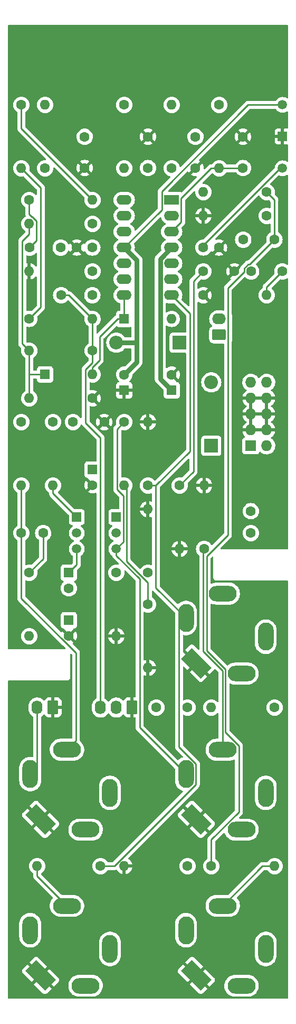
<source format=gtl>
G04 #@! TF.GenerationSoftware,KiCad,Pcbnew,6.0.4-6f826c9f35~116~ubuntu20.04.1*
G04 #@! TF.CreationDate,2022-05-04T21:49:40-04:00*
G04 #@! TF.ProjectId,arpenvfol,61727065-6e76-4666-9f6c-2e6b69636164,rev?*
G04 #@! TF.SameCoordinates,Original*
G04 #@! TF.FileFunction,Copper,L1,Top*
G04 #@! TF.FilePolarity,Positive*
%FSLAX46Y46*%
G04 Gerber Fmt 4.6, Leading zero omitted, Abs format (unit mm)*
G04 Created by KiCad (PCBNEW 6.0.4-6f826c9f35~116~ubuntu20.04.1) date 2022-05-04 21:49:40*
%MOMM*%
%LPD*%
G01*
G04 APERTURE LIST*
G04 Aperture macros list*
%AMRoundRect*
0 Rectangle with rounded corners*
0 $1 Rounding radius*
0 $2 $3 $4 $5 $6 $7 $8 $9 X,Y pos of 4 corners*
0 Add a 4 corners polygon primitive as box body*
4,1,4,$2,$3,$4,$5,$6,$7,$8,$9,$2,$3,0*
0 Add four circle primitives for the rounded corners*
1,1,$1+$1,$2,$3*
1,1,$1+$1,$4,$5*
1,1,$1+$1,$6,$7*
1,1,$1+$1,$8,$9*
0 Add four rect primitives between the rounded corners*
20,1,$1+$1,$2,$3,$4,$5,0*
20,1,$1+$1,$4,$5,$6,$7,0*
20,1,$1+$1,$6,$7,$8,$9,0*
20,1,$1+$1,$8,$9,$2,$3,0*%
%AMRotRect*
0 Rectangle, with rotation*
0 The origin of the aperture is its center*
0 $1 length*
0 $2 width*
0 $3 Rotation angle, in degrees counterclockwise*
0 Add horizontal line*
21,1,$1,$2,0,0,$3*%
G04 Aperture macros list end*
G04 #@! TA.AperFunction,ComponentPad*
%ADD10O,2.500000X4.500001*%
G04 #@! TD*
G04 #@! TA.AperFunction,ComponentPad*
%ADD11O,4.500001X2.500001*%
G04 #@! TD*
G04 #@! TA.AperFunction,ComponentPad*
%ADD12RotRect,4.500001X2.500001X315.000000*%
G04 #@! TD*
G04 #@! TA.AperFunction,ComponentPad*
%ADD13O,4.500000X2.500000*%
G04 #@! TD*
G04 #@! TA.AperFunction,ComponentPad*
%ADD14O,2.500000X4.500000*%
G04 #@! TD*
G04 #@! TA.AperFunction,ComponentPad*
%ADD15C,1.600000*%
G04 #@! TD*
G04 #@! TA.AperFunction,ComponentPad*
%ADD16R,1.500000X1.500000*%
G04 #@! TD*
G04 #@! TA.AperFunction,ComponentPad*
%ADD17C,1.500000*%
G04 #@! TD*
G04 #@! TA.AperFunction,ComponentPad*
%ADD18O,1.600000X1.600000*%
G04 #@! TD*
G04 #@! TA.AperFunction,ComponentPad*
%ADD19R,2.200000X2.200000*%
G04 #@! TD*
G04 #@! TA.AperFunction,ComponentPad*
%ADD20O,2.200000X2.200000*%
G04 #@! TD*
G04 #@! TA.AperFunction,ComponentPad*
%ADD21R,1.600000X1.600000*%
G04 #@! TD*
G04 #@! TA.AperFunction,ComponentPad*
%ADD22RoundRect,0.250000X0.620000X0.850000X-0.620000X0.850000X-0.620000X-0.850000X0.620000X-0.850000X0*%
G04 #@! TD*
G04 #@! TA.AperFunction,ComponentPad*
%ADD23O,1.740000X2.200000*%
G04 #@! TD*
G04 #@! TA.AperFunction,ComponentPad*
%ADD24R,1.727200X1.727200*%
G04 #@! TD*
G04 #@! TA.AperFunction,ComponentPad*
%ADD25O,1.727200X1.727200*%
G04 #@! TD*
G04 #@! TA.AperFunction,ComponentPad*
%ADD26RoundRect,0.250000X0.850000X-0.620000X0.850000X0.620000X-0.850000X0.620000X-0.850000X-0.620000X0*%
G04 #@! TD*
G04 #@! TA.AperFunction,ComponentPad*
%ADD27O,2.200000X1.740000*%
G04 #@! TD*
G04 #@! TA.AperFunction,ComponentPad*
%ADD28R,2.400000X1.600000*%
G04 #@! TD*
G04 #@! TA.AperFunction,ComponentPad*
%ADD29O,2.400000X1.600000*%
G04 #@! TD*
G04 #@! TA.AperFunction,Conductor*
%ADD30C,0.750000*%
G04 #@! TD*
G04 #@! TA.AperFunction,Conductor*
%ADD31C,0.250000*%
G04 #@! TD*
G04 APERTURE END LIST*
D10*
G04 #@! TO.P,J1,R*
G04 #@! TO.N,N/C*
X93900000Y-150500000D03*
D11*
G04 #@! TO.P,J1,RN*
X90000000Y-156400000D03*
D12*
G04 #@! TO.P,J1,S*
G04 #@! TO.N,GND*
X82760000Y-154740000D03*
D13*
G04 #@! TO.P,J1,T*
G04 #@! TO.N,/MIC_IN*
X87000000Y-143600000D03*
D14*
G04 #@! TO.P,J1,TN*
G04 #@! TO.N,MIC*
X81100000Y-147500000D03*
G04 #@! TD*
D10*
G04 #@! TO.P,J12,R*
G04 #@! TO.N,N/C*
X93900000Y-175500000D03*
D11*
G04 #@! TO.P,J12,RN*
X90000000Y-181400000D03*
D12*
G04 #@! TO.P,J12,S*
G04 #@! TO.N,GND*
X82760000Y-179740000D03*
D13*
G04 #@! TO.P,J12,T*
G04 #@! TO.N,/PRE_OUT*
X87000000Y-168600000D03*
D14*
G04 #@! TO.P,J12,TN*
G04 #@! TO.N,N/C*
X81100000Y-172500000D03*
G04 #@! TD*
D10*
G04 #@! TO.P,J2,R*
G04 #@! TO.N,N/C*
X118900000Y-125500000D03*
D11*
G04 #@! TO.P,J2,RN*
X115000000Y-131400000D03*
D12*
G04 #@! TO.P,J2,S*
G04 #@! TO.N,GND*
X107760000Y-129740000D03*
D13*
G04 #@! TO.P,J2,T*
G04 #@! TO.N,/SIGNAL_IN*
X112000000Y-118600000D03*
D14*
G04 #@! TO.P,J2,TN*
G04 #@! TO.N,GAIN_CCW*
X106100000Y-122500000D03*
G04 #@! TD*
D10*
G04 #@! TO.P,J11,R*
G04 #@! TO.N,N/C*
X118900000Y-175500000D03*
D11*
G04 #@! TO.P,J11,RN*
X115000000Y-181400000D03*
D12*
G04 #@! TO.P,J11,S*
G04 #@! TO.N,GND*
X107760000Y-179740000D03*
D13*
G04 #@! TO.P,J11,T*
G04 #@! TO.N,/EF_OUT*
X112000000Y-168600000D03*
D14*
G04 #@! TO.P,J11,TN*
G04 #@! TO.N,N/C*
X106100000Y-172500000D03*
G04 #@! TD*
D10*
G04 #@! TO.P,J4,R*
G04 #@! TO.N,N/C*
X118900000Y-150500000D03*
D11*
G04 #@! TO.P,J4,RN*
X115000000Y-156400000D03*
D12*
G04 #@! TO.P,J4,S*
G04 #@! TO.N,GND*
X107760000Y-154740000D03*
D13*
G04 #@! TO.P,J4,T*
G04 #@! TO.N,/INST_IN*
X112000000Y-143600000D03*
D14*
G04 #@! TO.P,J4,TN*
G04 #@! TO.N,MIC_OUT*
X106100000Y-147500000D03*
G04 #@! TD*
D15*
G04 #@! TO.P,C17,1*
G04 #@! TO.N,Net-(C15-Pad2)*
X108880000Y-66980000D03*
G04 #@! TO.P,C17,2*
G04 #@! TO.N,GND*
X113880000Y-66980000D03*
G04 #@! TD*
D16*
G04 #@! TO.P,Q1,1,C*
G04 #@! TO.N,Net-(Q1-Pad1)*
X88570000Y-106350000D03*
D17*
G04 #@! TO.P,Q1,2,B*
G04 #@! TO.N,Net-(C3-Pad2)*
X88570000Y-108890000D03*
G04 #@! TO.P,Q1,3,E*
G04 #@! TO.N,Net-(C1-Pad1)*
X88570000Y-111430000D03*
G04 #@! TD*
D15*
G04 #@! TO.P,R22,1*
G04 #@! TO.N,Net-(C20-Pad1)*
X119050000Y-58090000D03*
D18*
G04 #@! TO.P,R22,2*
G04 #@! TO.N,GND*
X108890000Y-58090000D03*
G04 #@! TD*
D15*
G04 #@! TO.P,R5,1*
G04 #@! TO.N,+12V*
X84760000Y-91110000D03*
D18*
G04 #@! TO.P,R5,2*
G04 #@! TO.N,Net-(Q1-Pad1)*
X84760000Y-101270000D03*
G04 #@! TD*
D19*
G04 #@! TO.P,D2,1,K*
G04 #@! TO.N,/-12_IN*
X105080000Y-78410000D03*
D20*
G04 #@! TO.P,D2,2,A*
G04 #@! TO.N,-12V*
X94920000Y-78410000D03*
G04 #@! TD*
D21*
G04 #@! TO.P,C6,1*
G04 #@! TO.N,+12V*
X103810000Y-86030000D03*
D15*
G04 #@! TO.P,C6,2*
G04 #@! TO.N,GND*
X103810000Y-83530000D03*
G04 #@! TD*
G04 #@! TO.P,R7,1*
G04 #@! TO.N,SIGNAL_ATT*
X91110000Y-79680000D03*
D18*
G04 #@! TO.P,R7,2*
G04 #@! TO.N,Net-(C5-Pad1)*
X80950000Y-79680000D03*
G04 #@! TD*
D15*
G04 #@! TO.P,R24,1*
G04 #@! TO.N,Net-(C20-Pad2)*
X119050000Y-54280000D03*
D18*
G04 #@! TO.P,R24,2*
G04 #@! TO.N,Net-(C20-Pad1)*
X108890000Y-54280000D03*
G04 #@! TD*
D15*
G04 #@! TO.P,R13,1*
G04 #@! TO.N,Net-(C12-Pad1)*
X79680000Y-40310000D03*
D18*
G04 #@! TO.P,R13,2*
G04 #@! TO.N,Net-(D3-Pad2)*
X79680000Y-50470000D03*
G04 #@! TD*
D22*
G04 #@! TO.P,J8,1,Pin_1*
G04 #@! TO.N,GND*
X84760000Y-136830000D03*
D23*
G04 #@! TO.P,J8,2,Pin_2*
G04 #@! TO.N,MIC*
X82220000Y-136830000D03*
G04 #@! TD*
D15*
G04 #@! TO.P,R15,1*
G04 #@! TO.N,Net-(C12-Pad2)*
X80950000Y-55550000D03*
D18*
G04 #@! TO.P,R15,2*
G04 #@! TO.N,Net-(C12-Pad1)*
X91110000Y-55550000D03*
G04 #@! TD*
D15*
G04 #@! TO.P,C3,1*
G04 #@! TO.N,/MIC_IN*
X79680000Y-108890000D03*
G04 #@! TO.P,C3,2*
G04 #@! TO.N,Net-(C3-Pad2)*
X83180000Y-108890000D03*
G04 #@! TD*
G04 #@! TO.P,R18,1*
G04 #@! TO.N,/INST_IN*
X109000000Y-111430000D03*
D18*
G04 #@! TO.P,R18,2*
G04 #@! TO.N,GND*
X109000000Y-101270000D03*
G04 #@! TD*
D21*
G04 #@! TO.P,C9,1*
G04 #@! TO.N,+12V*
X91110000Y-98730000D03*
D15*
G04 #@! TO.P,C9,2*
G04 #@! TO.N,GND*
X91110000Y-101230000D03*
G04 #@! TD*
D21*
G04 #@! TO.P,C8,1*
G04 #@! TO.N,Net-(C8-Pad1)*
X87300000Y-122860000D03*
D15*
G04 #@! TO.P,C8,2*
G04 #@! TO.N,GND*
X87300000Y-125360000D03*
G04 #@! TD*
D17*
G04 #@! TO.P,TP1,1,1*
G04 #@! TO.N,-12V*
X121590000Y-40310000D03*
G04 #@! TD*
D15*
G04 #@! TO.P,R3,1*
G04 #@! TO.N,Net-(C1-Pad2)*
X100000000Y-115240000D03*
D18*
G04 #@! TO.P,R3,2*
G04 #@! TO.N,GND*
X100000000Y-105080000D03*
G04 #@! TD*
D15*
G04 #@! TO.P,R25,1*
G04 #@! TO.N,Net-(C20-Pad2)*
X106350000Y-162230000D03*
D18*
G04 #@! TO.P,R25,2*
G04 #@! TO.N,GND*
X96190000Y-162230000D03*
G04 #@! TD*
D15*
G04 #@! TO.P,C13,1*
G04 #@! TO.N,Net-(C13-Pad1)*
X89840000Y-45430000D03*
G04 #@! TO.P,C13,2*
G04 #@! TO.N,GND*
X89840000Y-50430000D03*
G04 #@! TD*
G04 #@! TO.P,R14,1*
G04 #@! TO.N,Net-(R14-Pad1)*
X91110000Y-59360000D03*
D18*
G04 #@! TO.P,R14,2*
G04 #@! TO.N,Net-(C5-Pad1)*
X80950000Y-59360000D03*
G04 #@! TD*
D15*
G04 #@! TO.P,C12,1*
G04 #@! TO.N,Net-(C12-Pad1)*
X85990000Y-63170000D03*
G04 #@! TO.P,C12,2*
G04 #@! TO.N,Net-(C12-Pad2)*
X80990000Y-63170000D03*
G04 #@! TD*
D19*
G04 #@! TO.P,D1,1,K*
G04 #@! TO.N,+12V*
X110160000Y-94920000D03*
D20*
G04 #@! TO.P,D1,2,A*
G04 #@! TO.N,/+12_IN*
X110160000Y-84760000D03*
G04 #@! TD*
D15*
G04 #@! TO.P,C18,1*
G04 #@! TO.N,Net-(C18-Pad1)*
X115240000Y-50430000D03*
G04 #@! TO.P,C18,2*
G04 #@! TO.N,GND*
X115240000Y-45430000D03*
G04 #@! TD*
G04 #@! TO.P,R23,1*
G04 #@! TO.N,GND*
X108890000Y-70790000D03*
D18*
G04 #@! TO.P,R23,2*
G04 #@! TO.N,GAIN_W*
X119050000Y-70790000D03*
G04 #@! TD*
D15*
G04 #@! TO.P,C20,1*
G04 #@! TO.N,Net-(C20-Pad1)*
X115280000Y-61900000D03*
G04 #@! TO.P,C20,2*
G04 #@! TO.N,Net-(C20-Pad2)*
X120280000Y-61900000D03*
G04 #@! TD*
G04 #@! TO.P,C19,1*
G04 #@! TO.N,GAIN_W*
X121550000Y-66980000D03*
G04 #@! TO.P,C19,2*
G04 #@! TO.N,GAIN_CCW*
X116550000Y-66980000D03*
G04 #@! TD*
D16*
G04 #@! TO.P,Q2,1,C*
G04 #@! TO.N,+12V*
X94920000Y-106350000D03*
D17*
G04 #@! TO.P,Q2,2,B*
G04 #@! TO.N,Net-(Q1-Pad1)*
X94920000Y-108890000D03*
G04 #@! TO.P,Q2,3,E*
G04 #@! TO.N,MIC_OUT*
X94920000Y-111430000D03*
G04 #@! TD*
D22*
G04 #@! TO.P,J10,1,Pin_1*
G04 #@! TO.N,GND*
X97460000Y-136830000D03*
D23*
G04 #@! TO.P,J10,2,Pin_2*
G04 #@! TO.N,SIGNAL_AC*
X94920000Y-136830000D03*
G04 #@! TO.P,J10,3,Pin_3*
G04 #@! TO.N,SIGNAL_ATT*
X92380000Y-136830000D03*
G04 #@! TD*
D21*
G04 #@! TO.P,C1,1*
G04 #@! TO.N,Net-(C1-Pad1)*
X87300000Y-115240000D03*
D15*
G04 #@! TO.P,C1,2*
G04 #@! TO.N,Net-(C1-Pad2)*
X87300000Y-117740000D03*
G04 #@! TD*
G04 #@! TO.P,R20,1*
G04 #@! TO.N,Net-(C15-Pad2)*
X105080000Y-101270000D03*
D18*
G04 #@! TO.P,R20,2*
G04 #@! TO.N,GND*
X105080000Y-111430000D03*
G04 #@! TD*
D15*
G04 #@! TO.P,R4,1*
G04 #@! TO.N,Net-(R4-Pad1)*
X91100000Y-66975000D03*
D18*
G04 #@! TO.P,R4,2*
G04 #@! TO.N,GND*
X80940000Y-66975000D03*
G04 #@! TD*
D15*
G04 #@! TO.P,R28,1*
G04 #@! TO.N,GAIN_CCW*
X92380000Y-162230000D03*
D18*
G04 #@! TO.P,R28,2*
G04 #@! TO.N,/PRE_OUT*
X82220000Y-162230000D03*
G04 #@! TD*
D15*
G04 #@! TO.P,C10,1*
G04 #@! TO.N,+12V*
X108890000Y-63165000D03*
G04 #@! TO.P,C10,2*
G04 #@! TO.N,GND*
X111390000Y-63165000D03*
G04 #@! TD*
D24*
G04 #@! TO.P,J3,1,-12V*
G04 #@! TO.N,/-12_IN*
X116510000Y-94920000D03*
D25*
G04 #@! TO.P,J3,2,-12V*
X119050000Y-94920000D03*
G04 #@! TO.P,J3,3,GND*
G04 #@! TO.N,GND*
X116510000Y-92380000D03*
G04 #@! TO.P,J3,4,GND*
X119050000Y-92380000D03*
G04 #@! TO.P,J3,5,GND*
X116510000Y-89840000D03*
G04 #@! TO.P,J3,6,GND*
X119050000Y-89840000D03*
G04 #@! TO.P,J3,7,GND*
X116510000Y-87300000D03*
G04 #@! TO.P,J3,8,GND*
X119050000Y-87300000D03*
G04 #@! TO.P,J3,9,+12V*
G04 #@! TO.N,/+12_IN*
X116510000Y-84760000D03*
G04 #@! TO.P,J3,10,+12V*
X119050000Y-84760000D03*
G04 #@! TD*
D15*
G04 #@! TO.P,C16,1*
G04 #@! TO.N,Net-(C16-Pad1)*
X107620000Y-45430000D03*
G04 #@! TO.P,C16,2*
G04 #@! TO.N,GND*
X107620000Y-50430000D03*
G04 #@! TD*
G04 #@! TO.P,R19,1*
G04 #@! TO.N,Net-(C14-Pad1)*
X103810000Y-50470000D03*
D18*
G04 #@! TO.P,R19,2*
G04 #@! TO.N,Net-(C16-Pad1)*
X103810000Y-40310000D03*
G04 #@! TD*
D15*
G04 #@! TO.P,R6,1*
G04 #@! TO.N,Net-(C1-Pad1)*
X94920000Y-115240000D03*
D18*
G04 #@! TO.P,R6,2*
G04 #@! TO.N,GND*
X94920000Y-125400000D03*
G04 #@! TD*
D21*
G04 #@! TO.P,D3,1,K*
G04 #@! TO.N,Net-(C4-Pad2)*
X96180000Y-74595000D03*
D18*
G04 #@! TO.P,D3,2,A*
G04 #@! TO.N,Net-(D3-Pad2)*
X103800000Y-74595000D03*
G04 #@! TD*
D15*
G04 #@! TO.P,R2,1*
G04 #@! TO.N,/SIGNAL_IN*
X120320000Y-136830000D03*
D18*
G04 #@! TO.P,R2,2*
G04 #@! TO.N,Net-(C2-Pad1)*
X110160000Y-136830000D03*
G04 #@! TD*
D15*
G04 #@! TO.P,C14,1*
G04 #@! TO.N,Net-(C14-Pad1)*
X100000000Y-50430000D03*
G04 #@! TO.P,C14,2*
G04 #@! TO.N,GND*
X100000000Y-45430000D03*
G04 #@! TD*
G04 #@! TO.P,R17,1*
G04 #@! TO.N,Net-(C13-Pad1)*
X96190000Y-40310000D03*
D18*
G04 #@! TO.P,R17,2*
G04 #@! TO.N,Net-(C14-Pad1)*
X96190000Y-50470000D03*
G04 #@! TD*
D15*
G04 #@! TO.P,R1,1*
G04 #@! TO.N,+12V*
X79680000Y-91110000D03*
D18*
G04 #@! TO.P,R1,2*
G04 #@! TO.N,/MIC_IN*
X79680000Y-101270000D03*
G04 #@! TD*
D15*
G04 #@! TO.P,C15,1*
G04 #@! TO.N,/INST_IN*
X116510000Y-108890000D03*
G04 #@! TO.P,C15,2*
G04 #@! TO.N,Net-(C15-Pad2)*
X116510000Y-105390000D03*
G04 #@! TD*
D26*
G04 #@! TO.P,J9,1,Pin_1*
G04 #@! TO.N,GAIN_CCW*
X111430000Y-77140000D03*
D27*
G04 #@! TO.P,J9,2,Pin_2*
G04 #@! TO.N,GAIN_W*
X111430000Y-74600000D03*
G04 #@! TD*
D15*
G04 #@! TO.P,R27,1*
G04 #@! TO.N,Net-(C20-Pad2)*
X110160000Y-162230000D03*
D18*
G04 #@! TO.P,R27,2*
G04 #@! TO.N,/EF_OUT*
X120320000Y-162230000D03*
G04 #@! TD*
D21*
G04 #@! TO.P,D4,1,K*
G04 #@! TO.N,Net-(C5-Pad1)*
X83480000Y-83490000D03*
D18*
G04 #@! TO.P,D4,2,A*
G04 #@! TO.N,Net-(C4-Pad2)*
X91100000Y-83490000D03*
G04 #@! TD*
D15*
G04 #@! TO.P,R12,1*
G04 #@! TO.N,Net-(C8-Pad1)*
X100000000Y-120320000D03*
D18*
G04 #@! TO.P,R12,2*
G04 #@! TO.N,GND*
X100000000Y-130480000D03*
G04 #@! TD*
D15*
G04 #@! TO.P,C5,1*
G04 #@! TO.N,Net-(C5-Pad1)*
X87975000Y-91110000D03*
G04 #@! TO.P,C5,2*
G04 #@! TO.N,GND*
X92975000Y-91110000D03*
G04 #@! TD*
G04 #@! TO.P,R21,1*
G04 #@! TO.N,Net-(C16-Pad1)*
X111430000Y-40310000D03*
D18*
G04 #@! TO.P,R21,2*
G04 #@! TO.N,Net-(C18-Pad1)*
X111430000Y-50470000D03*
G04 #@! TD*
D21*
G04 #@! TO.P,C7,1*
G04 #@! TO.N,GND*
X96190000Y-86030000D03*
D15*
G04 #@! TO.P,C7,2*
G04 #@! TO.N,-12V*
X96190000Y-83530000D03*
G04 #@! TD*
G04 #@! TO.P,R11,1*
G04 #@! TO.N,MIC_OUT*
X96190000Y-91110000D03*
D18*
G04 #@! TO.P,R11,2*
G04 #@! TO.N,Net-(C8-Pad1)*
X96190000Y-101270000D03*
G04 #@! TD*
D15*
G04 #@! TO.P,R16,1*
G04 #@! TO.N,Net-(C12-Pad2)*
X83490000Y-50470000D03*
D18*
G04 #@! TO.P,R16,2*
G04 #@! TO.N,Net-(C13-Pad1)*
X83490000Y-40310000D03*
G04 #@! TD*
D15*
G04 #@! TO.P,C4,1*
G04 #@! TO.N,SIGNAL_ATT*
X86070000Y-70790000D03*
G04 #@! TO.P,C4,2*
G04 #@! TO.N,Net-(C4-Pad2)*
X91070000Y-70790000D03*
G04 #@! TD*
G04 #@! TO.P,R26,1*
G04 #@! TO.N,GAIN_CCW*
X100000000Y-101270000D03*
D18*
G04 #@! TO.P,R26,2*
G04 #@! TO.N,GND*
X100000000Y-91110000D03*
G04 #@! TD*
D15*
G04 #@! TO.P,R9,1*
G04 #@! TO.N,GND*
X91110000Y-87300000D03*
D18*
G04 #@! TO.P,R9,2*
G04 #@! TO.N,Net-(C5-Pad1)*
X80950000Y-87300000D03*
G04 #@! TD*
D15*
G04 #@! TO.P,R8,1*
G04 #@! TO.N,Net-(D3-Pad2)*
X80940000Y-74595000D03*
D18*
G04 #@! TO.P,R8,2*
G04 #@! TO.N,SIGNAL_ATT*
X91100000Y-74595000D03*
G04 #@! TD*
D16*
G04 #@! TO.P,TP3,1,1*
G04 #@! TO.N,GND*
X121590000Y-45390000D03*
G04 #@! TD*
D15*
G04 #@! TO.P,R10,1*
G04 #@! TO.N,Net-(C3-Pad2)*
X80950000Y-115240000D03*
D18*
G04 #@! TO.P,R10,2*
G04 #@! TO.N,Net-(C8-Pad1)*
X80950000Y-125400000D03*
G04 #@! TD*
D17*
G04 #@! TO.P,TP2,1,1*
G04 #@! TO.N,+12V*
X121590000Y-50470000D03*
G04 #@! TD*
D28*
G04 #@! TO.P,U1,1*
G04 #@! TO.N,Net-(C20-Pad2)*
X103800000Y-55545000D03*
D29*
G04 #@! TO.P,U1,2,-*
G04 #@! TO.N,Net-(C20-Pad1)*
X103800000Y-58085000D03*
G04 #@! TO.P,U1,3,+*
G04 #@! TO.N,Net-(C18-Pad1)*
X103800000Y-60625000D03*
G04 #@! TO.P,U1,4,V+*
G04 #@! TO.N,+12V*
X103800000Y-63165000D03*
G04 #@! TO.P,U1,5,+*
G04 #@! TO.N,Net-(C15-Pad2)*
X103800000Y-65705000D03*
G04 #@! TO.P,U1,6,-*
G04 #@! TO.N,GAIN_W*
X103800000Y-68245000D03*
G04 #@! TO.P,U1,7*
G04 #@! TO.N,GAIN_CCW*
X103800000Y-70785000D03*
G04 #@! TO.P,U1,8*
G04 #@! TO.N,Net-(C4-Pad2)*
X96180000Y-70785000D03*
G04 #@! TO.P,U1,9,-*
G04 #@! TO.N,SIGNAL_ATT*
X96180000Y-68245000D03*
G04 #@! TO.P,U1,10,+*
G04 #@! TO.N,Net-(R4-Pad1)*
X96180000Y-65705000D03*
G04 #@! TO.P,U1,11,V-*
G04 #@! TO.N,-12V*
X96180000Y-63165000D03*
G04 #@! TO.P,U1,12,+*
G04 #@! TO.N,Net-(R14-Pad1)*
X96180000Y-60625000D03*
G04 #@! TO.P,U1,13,-*
G04 #@! TO.N,Net-(C12-Pad1)*
X96180000Y-58085000D03*
G04 #@! TO.P,U1,14*
G04 #@! TO.N,Net-(C12-Pad2)*
X96180000Y-55545000D03*
G04 #@! TD*
D15*
G04 #@! TO.P,C11,1*
G04 #@! TO.N,GND*
X88570000Y-63165000D03*
G04 #@! TO.P,C11,2*
G04 #@! TO.N,-12V*
X91070000Y-63165000D03*
G04 #@! TD*
G04 #@! TO.P,C2,1*
G04 #@! TO.N,Net-(C2-Pad1)*
X106350000Y-136830000D03*
G04 #@! TO.P,C2,2*
G04 #@! TO.N,SIGNAL_AC*
X101350000Y-136830000D03*
G04 #@! TD*
D30*
G04 #@! TO.N,+12V*
X101975480Y-84195480D02*
X103810000Y-86030000D01*
X103800000Y-63165000D02*
X101975480Y-64989520D01*
D31*
X121198990Y-50470000D02*
X108890000Y-62778990D01*
D30*
X101975480Y-64989520D02*
X101975480Y-84195480D01*
D31*
G04 #@! TO.N,-12V*
X102225489Y-57119511D02*
X102225489Y-54163501D01*
D30*
X98222000Y-78537000D02*
X98222000Y-81498000D01*
X98222000Y-78537000D02*
X98095000Y-78410000D01*
D31*
X96180000Y-63165000D02*
X102225489Y-57119511D01*
D30*
X98222000Y-65207000D02*
X98222000Y-78537000D01*
D31*
X102225489Y-54163501D02*
X116078990Y-40310000D01*
D30*
X98222000Y-81498000D02*
X96190000Y-83530000D01*
X96180000Y-63165000D02*
X98222000Y-65207000D01*
D31*
X116078990Y-40310000D02*
X121590000Y-40310000D01*
D30*
X98095000Y-78410000D02*
X94920000Y-78410000D01*
D31*
G04 #@! TO.N,Net-(C5-Pad1)*
X80950000Y-83490000D02*
X80950000Y-87300000D01*
X80950000Y-61011000D02*
X79815489Y-62145511D01*
X79815489Y-62145511D02*
X79815489Y-78545489D01*
X79815489Y-78545489D02*
X80950000Y-79680000D01*
X80950000Y-59360000D02*
X80950000Y-61011000D01*
X80950000Y-79680000D02*
X80950000Y-83490000D01*
X80950000Y-83490000D02*
X83480000Y-83490000D01*
G04 #@! TO.N,Net-(C8-Pad1)*
X100000000Y-116830300D02*
X100000000Y-120320000D01*
X96571000Y-113401300D02*
X100000000Y-116830300D01*
X96571000Y-101651000D02*
X96571000Y-113401300D01*
G04 #@! TO.N,Net-(C1-Pad1)*
X88570000Y-111430000D02*
X88570000Y-113970000D01*
X88570000Y-113970000D02*
X87300000Y-115240000D01*
G04 #@! TO.N,Net-(C12-Pad2)*
X82074511Y-62085489D02*
X80990000Y-63170000D01*
X82074511Y-58894211D02*
X82074511Y-62085489D01*
X81415789Y-58235489D02*
X82074511Y-58894211D01*
X80950000Y-55550000D02*
X80950000Y-57836000D01*
X81349489Y-58235489D02*
X81415789Y-58235489D01*
X80950000Y-57836000D02*
X81349489Y-58235489D01*
G04 #@! TO.N,Net-(D3-Pad2)*
X80940000Y-74595000D02*
X82796510Y-72738490D01*
X82796510Y-53586510D02*
X79680000Y-50470000D01*
X82796510Y-72738490D02*
X82796510Y-53586510D01*
G04 #@! TO.N,/MIC_IN*
X79680000Y-119330300D02*
X79680000Y-108890000D01*
X86860511Y-126484511D02*
X86834211Y-126484511D01*
X86834211Y-126484511D02*
X79680000Y-119330300D01*
X87000000Y-143600000D02*
X88443000Y-142157000D01*
X88443000Y-128067000D02*
X86860511Y-126484511D01*
X88443000Y-142157000D02*
X88443000Y-128067000D01*
X79680000Y-101270000D02*
X79680000Y-108890000D01*
G04 #@! TO.N,Net-(C3-Pad2)*
X83180000Y-113010000D02*
X80950000Y-115240000D01*
X83180000Y-108890000D02*
X83180000Y-113010000D01*
G04 #@! TO.N,Net-(C4-Pad2)*
X92234511Y-77490489D02*
X92234511Y-81222489D01*
X96180000Y-70785000D02*
X96180000Y-74595000D01*
X96180000Y-74595000D02*
X95130000Y-74595000D01*
X95130000Y-74595000D02*
X92234511Y-77490489D01*
X91100000Y-82357000D02*
X91100000Y-83490000D01*
X92234511Y-81222489D02*
X91100000Y-82357000D01*
G04 #@! TO.N,SIGNAL_ATT*
X89975489Y-82719511D02*
X89975489Y-91245489D01*
X92380000Y-93650000D02*
X92380000Y-136830000D01*
X91110000Y-79680000D02*
X91110000Y-81585000D01*
X91110000Y-81585000D02*
X89975489Y-82719511D01*
X86070000Y-70790000D02*
X87295000Y-70790000D01*
X91100000Y-74595000D02*
X91100000Y-79670000D01*
X87295000Y-70790000D02*
X91100000Y-74595000D01*
X89975489Y-91245489D02*
X92380000Y-93650000D01*
G04 #@! TO.N,Net-(C15-Pad2)*
X107307510Y-99042490D02*
X105080000Y-101270000D01*
X108880000Y-66980000D02*
X107307510Y-68552490D01*
X107307510Y-68552490D02*
X107307510Y-99042490D01*
G04 #@! TO.N,/INST_IN*
X108890000Y-111540000D02*
X108890000Y-127848037D01*
X111975970Y-130934007D02*
X111975970Y-143575970D01*
X108890000Y-127848037D02*
X111975970Y-130934007D01*
G04 #@! TO.N,MIC*
X82220000Y-146380000D02*
X81100000Y-147500000D01*
X82220000Y-136830000D02*
X82220000Y-146380000D01*
G04 #@! TO.N,/EF_OUT*
X120320000Y-162230000D02*
X118370000Y-162230000D01*
X118370000Y-162230000D02*
X112000000Y-168600000D01*
G04 #@! TO.N,/PRE_OUT*
X82220000Y-163820000D02*
X87000000Y-168600000D01*
X82220000Y-162230000D02*
X82220000Y-163820000D01*
G04 #@! TO.N,Net-(C18-Pad1)*
X105324520Y-55305480D02*
X105324520Y-59100480D01*
X105324520Y-59100480D02*
X103800000Y-60625000D01*
X110160000Y-50470000D02*
X111430000Y-50470000D01*
X105324520Y-55305480D02*
X110160000Y-50470000D01*
X111430000Y-50470000D02*
X115200000Y-50470000D01*
G04 #@! TO.N,GAIN_CCW*
X106731000Y-73716000D02*
X106731000Y-95809000D01*
X104960606Y-143133899D02*
X107674520Y-145847813D01*
X106731000Y-95809000D02*
X101270000Y-101270000D01*
X103800000Y-70785000D02*
X106731000Y-73716000D01*
X106100000Y-122500000D02*
X104960606Y-123639394D01*
X101270000Y-117670000D02*
X106100000Y-122500000D01*
X94596707Y-162230000D02*
X92380000Y-162230000D01*
X107674520Y-149152187D02*
X94596707Y-162230000D01*
X104960606Y-123639394D02*
X104960606Y-143133899D01*
X107674520Y-145847813D02*
X107674520Y-149152187D01*
X101270000Y-101270000D02*
X101270000Y-117670000D01*
X101270000Y-101270000D02*
X100000000Y-101270000D01*
G04 #@! TO.N,Net-(C20-Pad2)*
X120280000Y-55510000D02*
X119050000Y-54280000D01*
X115425489Y-67048511D02*
X112827000Y-69647000D01*
X120280000Y-61900000D02*
X116324511Y-65855489D01*
X109425480Y-127747813D02*
X112425481Y-130747814D01*
X110160000Y-158013293D02*
X110160000Y-162230000D01*
X112425481Y-130747814D02*
X112425480Y-140798773D01*
X112827000Y-78025493D02*
X112827000Y-109193300D01*
X112854520Y-74105214D02*
X112854520Y-77997973D01*
X116324511Y-65855489D02*
X116084211Y-65855489D01*
X112827000Y-109193300D02*
X109425480Y-112594820D01*
X115425489Y-66514211D02*
X115425489Y-67048511D01*
X114574520Y-153598773D02*
X110160000Y-158013293D01*
X112425480Y-140798773D02*
X114574520Y-142947813D01*
X112854520Y-77997973D02*
X112827000Y-78025493D01*
X109425480Y-112594820D02*
X109425480Y-127747813D01*
X114574520Y-142947813D02*
X114574520Y-153598773D01*
X112827000Y-69647000D02*
X112827000Y-74077694D01*
X112827000Y-74077694D02*
X112854520Y-74105214D01*
X120280000Y-61900000D02*
X120280000Y-55510000D01*
X116084211Y-65855489D02*
X115425489Y-66514211D01*
G04 #@! TO.N,MIC_OUT*
X98661489Y-116232149D02*
X98661489Y-140061489D01*
X94920000Y-112490660D02*
X98661489Y-116232149D01*
X95065489Y-92234511D02*
X95065489Y-101923489D01*
X96044511Y-110305489D02*
X94920000Y-111430000D01*
X96044511Y-102902511D02*
X96044511Y-110305489D01*
X96190000Y-91110000D02*
X95065489Y-92234511D01*
X98661489Y-140061489D02*
X106100000Y-147500000D01*
X94920000Y-111430000D02*
X94920000Y-112490660D01*
X95065489Y-101923489D02*
X96044511Y-102902511D01*
G04 #@! TO.N,Net-(C12-Pad1)*
X79680000Y-44120000D02*
X79680000Y-40310000D01*
X91110000Y-55550000D02*
X79680000Y-44120000D01*
G04 #@! TO.N,Net-(Q1-Pad1)*
X84760000Y-102540000D02*
X88570000Y-106350000D01*
X84760000Y-101270000D02*
X84760000Y-102540000D01*
G04 #@! TO.N,GAIN_W*
X119040000Y-69490000D02*
X121550000Y-66980000D01*
X119040000Y-70790000D02*
X119040000Y-69490000D01*
G04 #@! TD*
G04 #@! TA.AperFunction,Conductor*
G04 #@! TO.N,GND*
G36*
X122433621Y-27528502D02*
G01*
X122480114Y-27582158D01*
X122491500Y-27634500D01*
X122491500Y-39162849D01*
X122471498Y-39230970D01*
X122417842Y-39277463D01*
X122347568Y-39287567D01*
X122293229Y-39266062D01*
X122243113Y-39230970D01*
X122221654Y-39215944D01*
X122022076Y-39122880D01*
X121809371Y-39065885D01*
X121590000Y-39046693D01*
X121370629Y-39065885D01*
X121157924Y-39122880D01*
X121072210Y-39162849D01*
X120963334Y-39213618D01*
X120963329Y-39213621D01*
X120958347Y-39215944D01*
X120953840Y-39219100D01*
X120953838Y-39219101D01*
X120782473Y-39339092D01*
X120782470Y-39339094D01*
X120777962Y-39342251D01*
X120622251Y-39497962D01*
X120619094Y-39502470D01*
X120619092Y-39502473D01*
X120534859Y-39622771D01*
X120479402Y-39667099D01*
X120431646Y-39676500D01*
X116157757Y-39676500D01*
X116146574Y-39675973D01*
X116139081Y-39674298D01*
X116131155Y-39674547D01*
X116131154Y-39674547D01*
X116071004Y-39676438D01*
X116067045Y-39676500D01*
X116039134Y-39676500D01*
X116035200Y-39676997D01*
X116035199Y-39676997D01*
X116035134Y-39677005D01*
X116023297Y-39677938D01*
X115991039Y-39678952D01*
X115987020Y-39679078D01*
X115979101Y-39679327D01*
X115959647Y-39684979D01*
X115940290Y-39688987D01*
X115928060Y-39690532D01*
X115928059Y-39690532D01*
X115920193Y-39691526D01*
X115912822Y-39694445D01*
X115912820Y-39694445D01*
X115879078Y-39707804D01*
X115867848Y-39711649D01*
X115833007Y-39721771D01*
X115833006Y-39721771D01*
X115825397Y-39723982D01*
X115818578Y-39728015D01*
X115818573Y-39728017D01*
X115807962Y-39734293D01*
X115790214Y-39742988D01*
X115771373Y-39750448D01*
X115764957Y-39755110D01*
X115764956Y-39755110D01*
X115735603Y-39776436D01*
X115725683Y-39782952D01*
X115694455Y-39801420D01*
X115694452Y-39801422D01*
X115687628Y-39805458D01*
X115673307Y-39819779D01*
X115658274Y-39832619D01*
X115641883Y-39844528D01*
X115613692Y-39878605D01*
X115605702Y-39887384D01*
X105289058Y-50204027D01*
X105226746Y-50238053D01*
X105155931Y-50232988D01*
X105099095Y-50190441D01*
X105078256Y-50147543D01*
X105045707Y-50026067D01*
X105045706Y-50026065D01*
X105044284Y-50020757D01*
X105034544Y-49999870D01*
X104949849Y-49818238D01*
X104949846Y-49818233D01*
X104947523Y-49813251D01*
X104838788Y-49657962D01*
X104819357Y-49630211D01*
X104819355Y-49630208D01*
X104816198Y-49625700D01*
X104654300Y-49463802D01*
X104649792Y-49460645D01*
X104649789Y-49460643D01*
X104528826Y-49375944D01*
X104466749Y-49332477D01*
X104461767Y-49330154D01*
X104461762Y-49330151D01*
X104264225Y-49238039D01*
X104264224Y-49238039D01*
X104259243Y-49235716D01*
X104253935Y-49234294D01*
X104253933Y-49234293D01*
X104043402Y-49177881D01*
X104043400Y-49177881D01*
X104038087Y-49176457D01*
X103810000Y-49156502D01*
X103581913Y-49176457D01*
X103576600Y-49177881D01*
X103576598Y-49177881D01*
X103366067Y-49234293D01*
X103366065Y-49234294D01*
X103360757Y-49235716D01*
X103355776Y-49238039D01*
X103355775Y-49238039D01*
X103158238Y-49330151D01*
X103158233Y-49330154D01*
X103153251Y-49332477D01*
X103091174Y-49375944D01*
X102970211Y-49460643D01*
X102970208Y-49460645D01*
X102965700Y-49463802D01*
X102803802Y-49625700D01*
X102800645Y-49630208D01*
X102800643Y-49630211D01*
X102781212Y-49657962D01*
X102672477Y-49813251D01*
X102670154Y-49818233D01*
X102670151Y-49818238D01*
X102585456Y-49999870D01*
X102575716Y-50020757D01*
X102574294Y-50026065D01*
X102574293Y-50026067D01*
X102525707Y-50207393D01*
X102516457Y-50241913D01*
X102496502Y-50470000D01*
X102516457Y-50698087D01*
X102517881Y-50703400D01*
X102517881Y-50703402D01*
X102549375Y-50820936D01*
X102575716Y-50919243D01*
X102578039Y-50924224D01*
X102578039Y-50924225D01*
X102670151Y-51121762D01*
X102670154Y-51121767D01*
X102672477Y-51126749D01*
X102716411Y-51189493D01*
X102775794Y-51274300D01*
X102803802Y-51314300D01*
X102965700Y-51476198D01*
X102970208Y-51479355D01*
X102970211Y-51479357D01*
X103023988Y-51517012D01*
X103153251Y-51607523D01*
X103158233Y-51609846D01*
X103158238Y-51609849D01*
X103355775Y-51701961D01*
X103360757Y-51704284D01*
X103366065Y-51705706D01*
X103366067Y-51705707D01*
X103399234Y-51714594D01*
X103487544Y-51738257D01*
X103548166Y-51775208D01*
X103579187Y-51839068D01*
X103570759Y-51909563D01*
X103544027Y-51949058D01*
X101833236Y-53659849D01*
X101824950Y-53667389D01*
X101818471Y-53671501D01*
X101813046Y-53677278D01*
X101771846Y-53721152D01*
X101769091Y-53723994D01*
X101749354Y-53743731D01*
X101746874Y-53746928D01*
X101739171Y-53755948D01*
X101708903Y-53788180D01*
X101705084Y-53795126D01*
X101705082Y-53795129D01*
X101699141Y-53805935D01*
X101688290Y-53822454D01*
X101675875Y-53838460D01*
X101672730Y-53845729D01*
X101672727Y-53845733D01*
X101658315Y-53879038D01*
X101653098Y-53889688D01*
X101631794Y-53928441D01*
X101629823Y-53936116D01*
X101629823Y-53936117D01*
X101626756Y-53948063D01*
X101620352Y-53966767D01*
X101612308Y-53985356D01*
X101611069Y-53993179D01*
X101611066Y-53993189D01*
X101605390Y-54029025D01*
X101602984Y-54040645D01*
X101591989Y-54083471D01*
X101591989Y-54103725D01*
X101590438Y-54123435D01*
X101587269Y-54143444D01*
X101588015Y-54151336D01*
X101591430Y-54187462D01*
X101591989Y-54199320D01*
X101591989Y-56804917D01*
X101571987Y-56873038D01*
X101555084Y-56894012D01*
X98065612Y-60383484D01*
X98003300Y-60417510D01*
X97932485Y-60412445D01*
X97875649Y-60369898D01*
X97854810Y-60327001D01*
X97815706Y-60181064D01*
X97814284Y-60175757D01*
X97740138Y-60016749D01*
X97719849Y-59973238D01*
X97719846Y-59973233D01*
X97717523Y-59968251D01*
X97586198Y-59780700D01*
X97424300Y-59618802D01*
X97419792Y-59615645D01*
X97419789Y-59615643D01*
X97341611Y-59560902D01*
X97236749Y-59487477D01*
X97231767Y-59485154D01*
X97231762Y-59485151D01*
X97197543Y-59469195D01*
X97144258Y-59422278D01*
X97124797Y-59354001D01*
X97145339Y-59286041D01*
X97197543Y-59240805D01*
X97231762Y-59224849D01*
X97231767Y-59224846D01*
X97236749Y-59222523D01*
X97413198Y-59098972D01*
X97419789Y-59094357D01*
X97419792Y-59094355D01*
X97424300Y-59091198D01*
X97586198Y-58929300D01*
X97602671Y-58905775D01*
X97711040Y-58751007D01*
X97717523Y-58741749D01*
X97719846Y-58736767D01*
X97719849Y-58736762D01*
X97811961Y-58539225D01*
X97811961Y-58539224D01*
X97814284Y-58534243D01*
X97860572Y-58361497D01*
X97872119Y-58318402D01*
X97872119Y-58318400D01*
X97873543Y-58313087D01*
X97893498Y-58085000D01*
X97873543Y-57856913D01*
X97863251Y-57818503D01*
X97815707Y-57641067D01*
X97815706Y-57641065D01*
X97814284Y-57635757D01*
X97760961Y-57521405D01*
X97719849Y-57433238D01*
X97719846Y-57433233D01*
X97717523Y-57428251D01*
X97586198Y-57240700D01*
X97424300Y-57078802D01*
X97419792Y-57075645D01*
X97419789Y-57075643D01*
X97341611Y-57020902D01*
X97236749Y-56947477D01*
X97231767Y-56945154D01*
X97231762Y-56945151D01*
X97197543Y-56929195D01*
X97144258Y-56882278D01*
X97124797Y-56814001D01*
X97145339Y-56746041D01*
X97197543Y-56700805D01*
X97231762Y-56684849D01*
X97231767Y-56684846D01*
X97236749Y-56682523D01*
X97412648Y-56559357D01*
X97419789Y-56554357D01*
X97419792Y-56554355D01*
X97424300Y-56551198D01*
X97586198Y-56389300D01*
X97600723Y-56368557D01*
X97710865Y-56211257D01*
X97717523Y-56201749D01*
X97719846Y-56196767D01*
X97719849Y-56196762D01*
X97811961Y-55999225D01*
X97811961Y-55999224D01*
X97814284Y-55994243D01*
X97873543Y-55773087D01*
X97893498Y-55545000D01*
X97873543Y-55316913D01*
X97868708Y-55298868D01*
X97815707Y-55101067D01*
X97815706Y-55101065D01*
X97814284Y-55095757D01*
X97806613Y-55079306D01*
X97719849Y-54893238D01*
X97719846Y-54893233D01*
X97717523Y-54888251D01*
X97644098Y-54783389D01*
X97589357Y-54705211D01*
X97589355Y-54705208D01*
X97586198Y-54700700D01*
X97424300Y-54538802D01*
X97419792Y-54535645D01*
X97419789Y-54535643D01*
X97248398Y-54415634D01*
X97236749Y-54407477D01*
X97231767Y-54405154D01*
X97231762Y-54405151D01*
X97034225Y-54313039D01*
X97034224Y-54313039D01*
X97029243Y-54310716D01*
X97023935Y-54309294D01*
X97023933Y-54309293D01*
X96813402Y-54252881D01*
X96813400Y-54252881D01*
X96808087Y-54251457D01*
X96706839Y-54242599D01*
X96639851Y-54236738D01*
X96639844Y-54236738D01*
X96637127Y-54236500D01*
X95722873Y-54236500D01*
X95720156Y-54236738D01*
X95720149Y-54236738D01*
X95653161Y-54242599D01*
X95551913Y-54251457D01*
X95546600Y-54252881D01*
X95546598Y-54252881D01*
X95336067Y-54309293D01*
X95336065Y-54309294D01*
X95330757Y-54310716D01*
X95325776Y-54313039D01*
X95325775Y-54313039D01*
X95128238Y-54405151D01*
X95128233Y-54405154D01*
X95123251Y-54407477D01*
X95111602Y-54415634D01*
X94940211Y-54535643D01*
X94940208Y-54535645D01*
X94935700Y-54538802D01*
X94773802Y-54700700D01*
X94770645Y-54705208D01*
X94770643Y-54705211D01*
X94715902Y-54783389D01*
X94642477Y-54888251D01*
X94640154Y-54893233D01*
X94640151Y-54893238D01*
X94553387Y-55079306D01*
X94545716Y-55095757D01*
X94544294Y-55101065D01*
X94544293Y-55101067D01*
X94491292Y-55298868D01*
X94486457Y-55316913D01*
X94466502Y-55545000D01*
X94486457Y-55773087D01*
X94545716Y-55994243D01*
X94548039Y-55999224D01*
X94548039Y-55999225D01*
X94640151Y-56196762D01*
X94640154Y-56196767D01*
X94642477Y-56201749D01*
X94649135Y-56211257D01*
X94759278Y-56368557D01*
X94773802Y-56389300D01*
X94935700Y-56551198D01*
X94940208Y-56554355D01*
X94940211Y-56554357D01*
X94947352Y-56559357D01*
X95123251Y-56682523D01*
X95128233Y-56684846D01*
X95128238Y-56684849D01*
X95162457Y-56700805D01*
X95215742Y-56747722D01*
X95235203Y-56815999D01*
X95214661Y-56883959D01*
X95162457Y-56929195D01*
X95128238Y-56945151D01*
X95128233Y-56945154D01*
X95123251Y-56947477D01*
X95018389Y-57020902D01*
X94940211Y-57075643D01*
X94940208Y-57075645D01*
X94935700Y-57078802D01*
X94773802Y-57240700D01*
X94642477Y-57428251D01*
X94640154Y-57433233D01*
X94640151Y-57433238D01*
X94599039Y-57521405D01*
X94545716Y-57635757D01*
X94544294Y-57641065D01*
X94544293Y-57641067D01*
X94496749Y-57818503D01*
X94486457Y-57856913D01*
X94466502Y-58085000D01*
X94486457Y-58313087D01*
X94487881Y-58318400D01*
X94487881Y-58318402D01*
X94499429Y-58361497D01*
X94545716Y-58534243D01*
X94548039Y-58539224D01*
X94548039Y-58539225D01*
X94640151Y-58736762D01*
X94640154Y-58736767D01*
X94642477Y-58741749D01*
X94648960Y-58751007D01*
X94757330Y-58905775D01*
X94773802Y-58929300D01*
X94935700Y-59091198D01*
X94940208Y-59094355D01*
X94940211Y-59094357D01*
X94946802Y-59098972D01*
X95123251Y-59222523D01*
X95128233Y-59224846D01*
X95128238Y-59224849D01*
X95162457Y-59240805D01*
X95215742Y-59287722D01*
X95235203Y-59355999D01*
X95214661Y-59423959D01*
X95162457Y-59469195D01*
X95128238Y-59485151D01*
X95128233Y-59485154D01*
X95123251Y-59487477D01*
X95018389Y-59560902D01*
X94940211Y-59615643D01*
X94940208Y-59615645D01*
X94935700Y-59618802D01*
X94773802Y-59780700D01*
X94642477Y-59968251D01*
X94640154Y-59973233D01*
X94640151Y-59973238D01*
X94619862Y-60016749D01*
X94545716Y-60175757D01*
X94544294Y-60181064D01*
X94544293Y-60181067D01*
X94493696Y-60369898D01*
X94486457Y-60396913D01*
X94466502Y-60625000D01*
X94486457Y-60853087D01*
X94487881Y-60858400D01*
X94487881Y-60858402D01*
X94497367Y-60893802D01*
X94545716Y-61074243D01*
X94548039Y-61079224D01*
X94548039Y-61079225D01*
X94640151Y-61276762D01*
X94640154Y-61276767D01*
X94642477Y-61281749D01*
X94645634Y-61286257D01*
X94757330Y-61445775D01*
X94773802Y-61469300D01*
X94935700Y-61631198D01*
X94940208Y-61634355D01*
X94940211Y-61634357D01*
X94967566Y-61653511D01*
X95123251Y-61762523D01*
X95128233Y-61764846D01*
X95128238Y-61764849D01*
X95162457Y-61780805D01*
X95215742Y-61827722D01*
X95235203Y-61895999D01*
X95214661Y-61963959D01*
X95162457Y-62009195D01*
X95128238Y-62025151D01*
X95128233Y-62025154D01*
X95123251Y-62027477D01*
X95066080Y-62067509D01*
X94940211Y-62155643D01*
X94940208Y-62155645D01*
X94935700Y-62158802D01*
X94773802Y-62320700D01*
X94642477Y-62508251D01*
X94640154Y-62513233D01*
X94640151Y-62513238D01*
X94548042Y-62710768D01*
X94545716Y-62715757D01*
X94544294Y-62721065D01*
X94544293Y-62721067D01*
X94487881Y-62931598D01*
X94486457Y-62936913D01*
X94466502Y-63165000D01*
X94486457Y-63393087D01*
X94487881Y-63398400D01*
X94487881Y-63398402D01*
X94525025Y-63537022D01*
X94545716Y-63614243D01*
X94548039Y-63619224D01*
X94548039Y-63619225D01*
X94640151Y-63816762D01*
X94640154Y-63816767D01*
X94642477Y-63821749D01*
X94773802Y-64009300D01*
X94935700Y-64171198D01*
X94940208Y-64174355D01*
X94940211Y-64174357D01*
X94947352Y-64179357D01*
X95123251Y-64302523D01*
X95128233Y-64304846D01*
X95128238Y-64304849D01*
X95162457Y-64320805D01*
X95215742Y-64367722D01*
X95235203Y-64435999D01*
X95214661Y-64503959D01*
X95162457Y-64549195D01*
X95128238Y-64565151D01*
X95128233Y-64565154D01*
X95123251Y-64567477D01*
X95051681Y-64617591D01*
X94940211Y-64695643D01*
X94940208Y-64695645D01*
X94935700Y-64698802D01*
X94773802Y-64860700D01*
X94770645Y-64865208D01*
X94770643Y-64865211D01*
X94758363Y-64882749D01*
X94642477Y-65048251D01*
X94640154Y-65053233D01*
X94640151Y-65053238D01*
X94554455Y-65237015D01*
X94545716Y-65255757D01*
X94544294Y-65261065D01*
X94544293Y-65261067D01*
X94509741Y-65390017D01*
X94486457Y-65476913D01*
X94466502Y-65705000D01*
X94486457Y-65933087D01*
X94487881Y-65938400D01*
X94487881Y-65938402D01*
X94540054Y-66133111D01*
X94545716Y-66154243D01*
X94548039Y-66159224D01*
X94548039Y-66159225D01*
X94640151Y-66356762D01*
X94640154Y-66356767D01*
X94642477Y-66361749D01*
X94714321Y-66464353D01*
X94764657Y-66536239D01*
X94773802Y-66549300D01*
X94935700Y-66711198D01*
X94940208Y-66714355D01*
X94940211Y-66714357D01*
X94986256Y-66746598D01*
X95123251Y-66842523D01*
X95128233Y-66844846D01*
X95128238Y-66844849D01*
X95162457Y-66860805D01*
X95215742Y-66907722D01*
X95235203Y-66975999D01*
X95214661Y-67043959D01*
X95162457Y-67089195D01*
X95128238Y-67105151D01*
X95128233Y-67105154D01*
X95123251Y-67107477D01*
X95021500Y-67178724D01*
X94940211Y-67235643D01*
X94940208Y-67235645D01*
X94935700Y-67238802D01*
X94773802Y-67400700D01*
X94770645Y-67405208D01*
X94770643Y-67405211D01*
X94753816Y-67429243D01*
X94642477Y-67588251D01*
X94640154Y-67593233D01*
X94640151Y-67593238D01*
X94550615Y-67785250D01*
X94545716Y-67795757D01*
X94544294Y-67801065D01*
X94544293Y-67801067D01*
X94487881Y-68011598D01*
X94486457Y-68016913D01*
X94466502Y-68245000D01*
X94486457Y-68473087D01*
X94487881Y-68478400D01*
X94487881Y-68478402D01*
X94514154Y-68576451D01*
X94545716Y-68694243D01*
X94548039Y-68699224D01*
X94548039Y-68699225D01*
X94640151Y-68896762D01*
X94640154Y-68896767D01*
X94642477Y-68901749D01*
X94645634Y-68906257D01*
X94765974Y-69078120D01*
X94773802Y-69089300D01*
X94935700Y-69251198D01*
X94940208Y-69254355D01*
X94940211Y-69254357D01*
X94995779Y-69293266D01*
X95123251Y-69382523D01*
X95128233Y-69384846D01*
X95128238Y-69384849D01*
X95162457Y-69400805D01*
X95215742Y-69447722D01*
X95235203Y-69515999D01*
X95214661Y-69583959D01*
X95162457Y-69629195D01*
X95128238Y-69645151D01*
X95128233Y-69645154D01*
X95123251Y-69647477D01*
X95076892Y-69679938D01*
X94940211Y-69775643D01*
X94940208Y-69775645D01*
X94935700Y-69778802D01*
X94773802Y-69940700D01*
X94642477Y-70128251D01*
X94640154Y-70133233D01*
X94640151Y-70133238D01*
X94600811Y-70217604D01*
X94545716Y-70335757D01*
X94544294Y-70341065D01*
X94544293Y-70341067D01*
X94533062Y-70382982D01*
X94486457Y-70556913D01*
X94466502Y-70785000D01*
X94486457Y-71013087D01*
X94545716Y-71234243D01*
X94548039Y-71239224D01*
X94548039Y-71239225D01*
X94640151Y-71436762D01*
X94640154Y-71436767D01*
X94642477Y-71441749D01*
X94648959Y-71451006D01*
X94760873Y-71610835D01*
X94773802Y-71629300D01*
X94935700Y-71791198D01*
X94940208Y-71794355D01*
X94940211Y-71794357D01*
X94947352Y-71799357D01*
X95123251Y-71922523D01*
X95128233Y-71924846D01*
X95128238Y-71924849D01*
X95233591Y-71973975D01*
X95330757Y-72019284D01*
X95336070Y-72020708D01*
X95336071Y-72020708D01*
X95453111Y-72052069D01*
X95513734Y-72089021D01*
X95544755Y-72152881D01*
X95546500Y-72173776D01*
X95546500Y-73160500D01*
X95526498Y-73228621D01*
X95472842Y-73275114D01*
X95420500Y-73286500D01*
X95331866Y-73286500D01*
X95269684Y-73293255D01*
X95133295Y-73344385D01*
X95016739Y-73431739D01*
X94929385Y-73548295D01*
X94878255Y-73684684D01*
X94871500Y-73746866D01*
X94871500Y-73935562D01*
X94851498Y-74003683D01*
X94819560Y-74037499D01*
X94786613Y-74061436D01*
X94776693Y-74067952D01*
X94745465Y-74086420D01*
X94745462Y-74086422D01*
X94738638Y-74090458D01*
X94724317Y-74104779D01*
X94709284Y-74117619D01*
X94692893Y-74129528D01*
X94664702Y-74163605D01*
X94656712Y-74172384D01*
X91948595Y-76880500D01*
X91886283Y-76914526D01*
X91815467Y-76909461D01*
X91758632Y-76866914D01*
X91733821Y-76800394D01*
X91733500Y-76791405D01*
X91733500Y-75814394D01*
X91753502Y-75746273D01*
X91787229Y-75711181D01*
X91939789Y-75604357D01*
X91939792Y-75604355D01*
X91944300Y-75601198D01*
X92106198Y-75439300D01*
X92123113Y-75415144D01*
X92234366Y-75256257D01*
X92237523Y-75251749D01*
X92239846Y-75246767D01*
X92239849Y-75246762D01*
X92331961Y-75049225D01*
X92331961Y-75049224D01*
X92334284Y-75044243D01*
X92393543Y-74823087D01*
X92413498Y-74595000D01*
X92393543Y-74366913D01*
X92377812Y-74308205D01*
X92335707Y-74151067D01*
X92335706Y-74151065D01*
X92334284Y-74145757D01*
X92321164Y-74117620D01*
X92239849Y-73943238D01*
X92239846Y-73943233D01*
X92237523Y-73938251D01*
X92106198Y-73750700D01*
X91944300Y-73588802D01*
X91939792Y-73585645D01*
X91939789Y-73585643D01*
X91776530Y-73471328D01*
X91756749Y-73457477D01*
X91751767Y-73455154D01*
X91751762Y-73455151D01*
X91554225Y-73363039D01*
X91554224Y-73363039D01*
X91549243Y-73360716D01*
X91543935Y-73359294D01*
X91543933Y-73359293D01*
X91333402Y-73302881D01*
X91333400Y-73302881D01*
X91328087Y-73301457D01*
X91100000Y-73281502D01*
X90871913Y-73301457D01*
X90866602Y-73302880D01*
X90866591Y-73302882D01*
X90808459Y-73318459D01*
X90737483Y-73316770D01*
X90686752Y-73285848D01*
X89264471Y-71863566D01*
X88190905Y-70790000D01*
X89756502Y-70790000D01*
X89776457Y-71018087D01*
X89835716Y-71239243D01*
X89838039Y-71244224D01*
X89838039Y-71244225D01*
X89930151Y-71441762D01*
X89930154Y-71441767D01*
X89932477Y-71446749D01*
X89935634Y-71451257D01*
X90047372Y-71610835D01*
X90063802Y-71634300D01*
X90225700Y-71796198D01*
X90230208Y-71799355D01*
X90230211Y-71799357D01*
X90287697Y-71839609D01*
X90413251Y-71927523D01*
X90418233Y-71929846D01*
X90418238Y-71929849D01*
X90605048Y-72016959D01*
X90620757Y-72024284D01*
X90626065Y-72025706D01*
X90626067Y-72025707D01*
X90836598Y-72082119D01*
X90836600Y-72082119D01*
X90841913Y-72083543D01*
X91070000Y-72103498D01*
X91298087Y-72083543D01*
X91303400Y-72082119D01*
X91303402Y-72082119D01*
X91513933Y-72025707D01*
X91513935Y-72025706D01*
X91519243Y-72024284D01*
X91534952Y-72016959D01*
X91721762Y-71929849D01*
X91721767Y-71929846D01*
X91726749Y-71927523D01*
X91852303Y-71839609D01*
X91909789Y-71799357D01*
X91909792Y-71799355D01*
X91914300Y-71796198D01*
X92076198Y-71634300D01*
X92092629Y-71610835D01*
X92204366Y-71451257D01*
X92207523Y-71446749D01*
X92209846Y-71441767D01*
X92209849Y-71441762D01*
X92301961Y-71244225D01*
X92301961Y-71244224D01*
X92304284Y-71239243D01*
X92363543Y-71018087D01*
X92383498Y-70790000D01*
X92363543Y-70561913D01*
X92304284Y-70340757D01*
X92301961Y-70335775D01*
X92209849Y-70138238D01*
X92209846Y-70138233D01*
X92207523Y-70133251D01*
X92076198Y-69945700D01*
X91914300Y-69783802D01*
X91909792Y-69780645D01*
X91909789Y-69780643D01*
X91800243Y-69703938D01*
X91726749Y-69652477D01*
X91721767Y-69650154D01*
X91721762Y-69650151D01*
X91524225Y-69558039D01*
X91524224Y-69558039D01*
X91519243Y-69555716D01*
X91513935Y-69554294D01*
X91513933Y-69554293D01*
X91303402Y-69497881D01*
X91303400Y-69497881D01*
X91298087Y-69496457D01*
X91070000Y-69476502D01*
X90841913Y-69496457D01*
X90836600Y-69497881D01*
X90836598Y-69497881D01*
X90626067Y-69554293D01*
X90626065Y-69554294D01*
X90620757Y-69555716D01*
X90615776Y-69558039D01*
X90615775Y-69558039D01*
X90418238Y-69650151D01*
X90418233Y-69650154D01*
X90413251Y-69652477D01*
X90339757Y-69703938D01*
X90230211Y-69780643D01*
X90230208Y-69780645D01*
X90225700Y-69783802D01*
X90063802Y-69945700D01*
X89932477Y-70133251D01*
X89930154Y-70138233D01*
X89930151Y-70138238D01*
X89838039Y-70335775D01*
X89835716Y-70340757D01*
X89776457Y-70561913D01*
X89756502Y-70790000D01*
X88190905Y-70790000D01*
X87798652Y-70397747D01*
X87791112Y-70389461D01*
X87787000Y-70382982D01*
X87737348Y-70336356D01*
X87734507Y-70333602D01*
X87714770Y-70313865D01*
X87711573Y-70311385D01*
X87702551Y-70303680D01*
X87676100Y-70278841D01*
X87670321Y-70273414D01*
X87663375Y-70269595D01*
X87663372Y-70269593D01*
X87652566Y-70263652D01*
X87636047Y-70252801D01*
X87635583Y-70252441D01*
X87620041Y-70240386D01*
X87612772Y-70237241D01*
X87612768Y-70237238D01*
X87579463Y-70222826D01*
X87568813Y-70217609D01*
X87530060Y-70196305D01*
X87510437Y-70191267D01*
X87491734Y-70184863D01*
X87480420Y-70179967D01*
X87480419Y-70179967D01*
X87473145Y-70176819D01*
X87465322Y-70175580D01*
X87465312Y-70175577D01*
X87429476Y-70169901D01*
X87417856Y-70167495D01*
X87382711Y-70158472D01*
X87382710Y-70158472D01*
X87375030Y-70156500D01*
X87354776Y-70156500D01*
X87335065Y-70154949D01*
X87322886Y-70153020D01*
X87315057Y-70151780D01*
X87307164Y-70152526D01*
X87307162Y-70152526D01*
X87299373Y-70153262D01*
X87229673Y-70139758D01*
X87184305Y-70100092D01*
X87079357Y-69950211D01*
X87079355Y-69950208D01*
X87076198Y-69945700D01*
X86914300Y-69783802D01*
X86909792Y-69780645D01*
X86909789Y-69780643D01*
X86800243Y-69703938D01*
X86726749Y-69652477D01*
X86721767Y-69650154D01*
X86721762Y-69650151D01*
X86524225Y-69558039D01*
X86524224Y-69558039D01*
X86519243Y-69555716D01*
X86513935Y-69554294D01*
X86513933Y-69554293D01*
X86303402Y-69497881D01*
X86303400Y-69497881D01*
X86298087Y-69496457D01*
X86070000Y-69476502D01*
X85841913Y-69496457D01*
X85836600Y-69497881D01*
X85836598Y-69497881D01*
X85626067Y-69554293D01*
X85626065Y-69554294D01*
X85620757Y-69555716D01*
X85615776Y-69558039D01*
X85615775Y-69558039D01*
X85418238Y-69650151D01*
X85418233Y-69650154D01*
X85413251Y-69652477D01*
X85339757Y-69703938D01*
X85230211Y-69780643D01*
X85230208Y-69780645D01*
X85225700Y-69783802D01*
X85063802Y-69945700D01*
X84932477Y-70133251D01*
X84930154Y-70138233D01*
X84930151Y-70138238D01*
X84838039Y-70335775D01*
X84835716Y-70340757D01*
X84776457Y-70561913D01*
X84756502Y-70790000D01*
X84776457Y-71018087D01*
X84835716Y-71239243D01*
X84838039Y-71244224D01*
X84838039Y-71244225D01*
X84930151Y-71441762D01*
X84930154Y-71441767D01*
X84932477Y-71446749D01*
X84935634Y-71451257D01*
X85047372Y-71610835D01*
X85063802Y-71634300D01*
X85225700Y-71796198D01*
X85230208Y-71799355D01*
X85230211Y-71799357D01*
X85287697Y-71839609D01*
X85413251Y-71927523D01*
X85418233Y-71929846D01*
X85418238Y-71929849D01*
X85605048Y-72016959D01*
X85620757Y-72024284D01*
X85626065Y-72025706D01*
X85626067Y-72025707D01*
X85836598Y-72082119D01*
X85836600Y-72082119D01*
X85841913Y-72083543D01*
X86070000Y-72103498D01*
X86298087Y-72083543D01*
X86303400Y-72082119D01*
X86303402Y-72082119D01*
X86513933Y-72025707D01*
X86513935Y-72025706D01*
X86519243Y-72024284D01*
X86534952Y-72016959D01*
X86721762Y-71929849D01*
X86721767Y-71929846D01*
X86726749Y-71927523D01*
X86852303Y-71839609D01*
X86909789Y-71799357D01*
X86909792Y-71799355D01*
X86914300Y-71796198D01*
X87070702Y-71639796D01*
X87133014Y-71605770D01*
X87203829Y-71610835D01*
X87248892Y-71639796D01*
X89790848Y-74181752D01*
X89824874Y-74244064D01*
X89823459Y-74303459D01*
X89807882Y-74361591D01*
X89807881Y-74361598D01*
X89806457Y-74366913D01*
X89786502Y-74595000D01*
X89806457Y-74823087D01*
X89865716Y-75044243D01*
X89868039Y-75049224D01*
X89868039Y-75049225D01*
X89960151Y-75246762D01*
X89960154Y-75246767D01*
X89962477Y-75251749D01*
X89965634Y-75256257D01*
X90076888Y-75415144D01*
X90093802Y-75439300D01*
X90255700Y-75601198D01*
X90260208Y-75604355D01*
X90260211Y-75604357D01*
X90412771Y-75711181D01*
X90457099Y-75766638D01*
X90466500Y-75814394D01*
X90466500Y-78467608D01*
X90446498Y-78535729D01*
X90412771Y-78570821D01*
X90270211Y-78670643D01*
X90270208Y-78670645D01*
X90265700Y-78673802D01*
X90103802Y-78835700D01*
X90100645Y-78840208D01*
X90100643Y-78840211D01*
X90056132Y-78903779D01*
X89972477Y-79023251D01*
X89970154Y-79028233D01*
X89970151Y-79028238D01*
X89914902Y-79146722D01*
X89875716Y-79230757D01*
X89874294Y-79236065D01*
X89874293Y-79236067D01*
X89825142Y-79419500D01*
X89816457Y-79451913D01*
X89796502Y-79680000D01*
X89816457Y-79908087D01*
X89817881Y-79913400D01*
X89817881Y-79913402D01*
X89831377Y-79963767D01*
X89875716Y-80129243D01*
X89878039Y-80134224D01*
X89878039Y-80134225D01*
X89970151Y-80331762D01*
X89970154Y-80331767D01*
X89972477Y-80336749D01*
X90103802Y-80524300D01*
X90265700Y-80686198D01*
X90270208Y-80689355D01*
X90270211Y-80689357D01*
X90422771Y-80796181D01*
X90467099Y-80851638D01*
X90476500Y-80899394D01*
X90476500Y-81270405D01*
X90456498Y-81338526D01*
X90439595Y-81359501D01*
X89583231Y-82215864D01*
X89574952Y-82223398D01*
X89568471Y-82227511D01*
X89557321Y-82239385D01*
X89521846Y-82277162D01*
X89519091Y-82280004D01*
X89499354Y-82299741D01*
X89496874Y-82302938D01*
X89489171Y-82311958D01*
X89458903Y-82344190D01*
X89455084Y-82351136D01*
X89455082Y-82351139D01*
X89449141Y-82361945D01*
X89438290Y-82378464D01*
X89425875Y-82394470D01*
X89422730Y-82401739D01*
X89422727Y-82401743D01*
X89408315Y-82435048D01*
X89403098Y-82445698D01*
X89381794Y-82484451D01*
X89379823Y-82492126D01*
X89379823Y-82492127D01*
X89376756Y-82504073D01*
X89370352Y-82522777D01*
X89369909Y-82523802D01*
X89362308Y-82541366D01*
X89361069Y-82549189D01*
X89361066Y-82549199D01*
X89355390Y-82585035D01*
X89352984Y-82596655D01*
X89341989Y-82639481D01*
X89341989Y-82659735D01*
X89340438Y-82679445D01*
X89337269Y-82699454D01*
X89338015Y-82707346D01*
X89341430Y-82743472D01*
X89341989Y-82755330D01*
X89341989Y-90381418D01*
X89321987Y-90449539D01*
X89268331Y-90496032D01*
X89198057Y-90506136D01*
X89133477Y-90476642D01*
X89113560Y-90452525D01*
X89112523Y-90453251D01*
X88984357Y-90270211D01*
X88984355Y-90270208D01*
X88981198Y-90265700D01*
X88819300Y-90103802D01*
X88814792Y-90100645D01*
X88814789Y-90100643D01*
X88688920Y-90012509D01*
X88631749Y-89972477D01*
X88626767Y-89970154D01*
X88626762Y-89970151D01*
X88429225Y-89878039D01*
X88429224Y-89878039D01*
X88424243Y-89875716D01*
X88418935Y-89874294D01*
X88418933Y-89874293D01*
X88208402Y-89817881D01*
X88208400Y-89817881D01*
X88203087Y-89816457D01*
X87975000Y-89796502D01*
X87746913Y-89816457D01*
X87741600Y-89817881D01*
X87741598Y-89817881D01*
X87531067Y-89874293D01*
X87531065Y-89874294D01*
X87525757Y-89875716D01*
X87520776Y-89878039D01*
X87520775Y-89878039D01*
X87323238Y-89970151D01*
X87323233Y-89970154D01*
X87318251Y-89972477D01*
X87261080Y-90012509D01*
X87135211Y-90100643D01*
X87135208Y-90100645D01*
X87130700Y-90103802D01*
X86968802Y-90265700D01*
X86837477Y-90453251D01*
X86835154Y-90458233D01*
X86835151Y-90458238D01*
X86786204Y-90563206D01*
X86740716Y-90660757D01*
X86739294Y-90666065D01*
X86739293Y-90666067D01*
X86691756Y-90843478D01*
X86681457Y-90881913D01*
X86661502Y-91110000D01*
X86681457Y-91338087D01*
X86682881Y-91343400D01*
X86682881Y-91343402D01*
X86739072Y-91553106D01*
X86740716Y-91559243D01*
X86743039Y-91564224D01*
X86743039Y-91564225D01*
X86835151Y-91761762D01*
X86835154Y-91761767D01*
X86837477Y-91766749D01*
X86882763Y-91831424D01*
X86937412Y-91909470D01*
X86968802Y-91954300D01*
X87130700Y-92116198D01*
X87135208Y-92119355D01*
X87135211Y-92119357D01*
X87196697Y-92162410D01*
X87318251Y-92247523D01*
X87323233Y-92249846D01*
X87323238Y-92249849D01*
X87519765Y-92341490D01*
X87525757Y-92344284D01*
X87531065Y-92345706D01*
X87531067Y-92345707D01*
X87741598Y-92402119D01*
X87741600Y-92402119D01*
X87746913Y-92403543D01*
X87975000Y-92423498D01*
X88203087Y-92403543D01*
X88208400Y-92402119D01*
X88208402Y-92402119D01*
X88418933Y-92345707D01*
X88418935Y-92345706D01*
X88424243Y-92344284D01*
X88430235Y-92341490D01*
X88626762Y-92249849D01*
X88626767Y-92249846D01*
X88631749Y-92247523D01*
X88753303Y-92162410D01*
X88814789Y-92119357D01*
X88814792Y-92119355D01*
X88819300Y-92116198D01*
X88981198Y-91954300D01*
X89012589Y-91909470D01*
X89067237Y-91831424D01*
X89112523Y-91766749D01*
X89114846Y-91761767D01*
X89114849Y-91761762D01*
X89201411Y-91576127D01*
X89248328Y-91522842D01*
X89316605Y-91503381D01*
X89384565Y-91523923D01*
X89417542Y-91555316D01*
X89441924Y-91588875D01*
X89448441Y-91598796D01*
X89470947Y-91636851D01*
X89485268Y-91651172D01*
X89498108Y-91666205D01*
X89510017Y-91682596D01*
X89532201Y-91700948D01*
X89544094Y-91710787D01*
X89552873Y-91718777D01*
X91709595Y-93875500D01*
X91743621Y-93937812D01*
X91746500Y-93964595D01*
X91746500Y-97295500D01*
X91726498Y-97363621D01*
X91672842Y-97410114D01*
X91620500Y-97421500D01*
X90261866Y-97421500D01*
X90199684Y-97428255D01*
X90063295Y-97479385D01*
X89946739Y-97566739D01*
X89859385Y-97683295D01*
X89808255Y-97819684D01*
X89801500Y-97881866D01*
X89801500Y-99578134D01*
X89808255Y-99640316D01*
X89859385Y-99776705D01*
X89946739Y-99893261D01*
X90063295Y-99980615D01*
X90199684Y-100031745D01*
X90243252Y-100036478D01*
X90258486Y-100038133D01*
X90258489Y-100038133D01*
X90261866Y-100038500D01*
X90265185Y-100038500D01*
X90332110Y-100062153D01*
X90367804Y-100108156D01*
X90369734Y-100107141D01*
X90375442Y-100118000D01*
X90375632Y-100118245D01*
X90375653Y-100118403D01*
X90395644Y-100156434D01*
X91380115Y-101140905D01*
X91414141Y-101203217D01*
X91409076Y-101274032D01*
X91380115Y-101319095D01*
X90394923Y-102304287D01*
X90388493Y-102316062D01*
X90397789Y-102328077D01*
X90448994Y-102363931D01*
X90458489Y-102369414D01*
X90655947Y-102461490D01*
X90666239Y-102465236D01*
X90876688Y-102521625D01*
X90887481Y-102523528D01*
X91104525Y-102542517D01*
X91115475Y-102542517D01*
X91332519Y-102523528D01*
X91343312Y-102521625D01*
X91553761Y-102465236D01*
X91564058Y-102461488D01*
X91567249Y-102460000D01*
X91568789Y-102459766D01*
X91569226Y-102459607D01*
X91569258Y-102459695D01*
X91637441Y-102449338D01*
X91702254Y-102478317D01*
X91741110Y-102537737D01*
X91746500Y-102574194D01*
X91746500Y-135301010D01*
X91726498Y-135369131D01*
X91685865Y-135408729D01*
X91569420Y-135479389D01*
X91569416Y-135479392D01*
X91564856Y-135482159D01*
X91388166Y-135635483D01*
X91239835Y-135816386D01*
X91182742Y-135916683D01*
X91145674Y-135981803D01*
X91124104Y-136019695D01*
X91044284Y-136239596D01*
X91002656Y-136469803D01*
X91001500Y-136494316D01*
X91001500Y-137118738D01*
X91001725Y-137121387D01*
X91015542Y-137284225D01*
X91016295Y-137293102D01*
X91017633Y-137298259D01*
X91017634Y-137298262D01*
X91065262Y-137481762D01*
X91075067Y-137519540D01*
X91077259Y-137524406D01*
X91077260Y-137524409D01*
X91142749Y-137669789D01*
X91171150Y-137732837D01*
X91174134Y-137737270D01*
X91174135Y-137737271D01*
X91187537Y-137757178D01*
X91301798Y-137926896D01*
X91463276Y-138096168D01*
X91650965Y-138235813D01*
X91655716Y-138238229D01*
X91655720Y-138238231D01*
X91770197Y-138296434D01*
X91859500Y-138341838D01*
X92082917Y-138411210D01*
X92088204Y-138411911D01*
X92088205Y-138411911D01*
X92309545Y-138441248D01*
X92309549Y-138441248D01*
X92314829Y-138441948D01*
X92320158Y-138441748D01*
X92320160Y-138441748D01*
X92431717Y-138437560D01*
X92548604Y-138433172D01*
X92660813Y-138409628D01*
X92772332Y-138386229D01*
X92772335Y-138386228D01*
X92777559Y-138385132D01*
X92995146Y-138299203D01*
X93104866Y-138232623D01*
X93190583Y-138180609D01*
X93190586Y-138180607D01*
X93195144Y-138177841D01*
X93371834Y-138024517D01*
X93520165Y-137843614D01*
X93522801Y-137838984D01*
X93522804Y-137838979D01*
X93541301Y-137806484D01*
X93592384Y-137757178D01*
X93662015Y-137743317D01*
X93728085Y-137769301D01*
X93755323Y-137798450D01*
X93778113Y-137832301D01*
X93841798Y-137926896D01*
X94003276Y-138096168D01*
X94190965Y-138235813D01*
X94195716Y-138238229D01*
X94195720Y-138238231D01*
X94310197Y-138296434D01*
X94399500Y-138341838D01*
X94622917Y-138411210D01*
X94628204Y-138411911D01*
X94628205Y-138411911D01*
X94849545Y-138441248D01*
X94849549Y-138441248D01*
X94854829Y-138441948D01*
X94860158Y-138441748D01*
X94860160Y-138441748D01*
X94971717Y-138437560D01*
X95088604Y-138433172D01*
X95200813Y-138409628D01*
X95312332Y-138386229D01*
X95312335Y-138386228D01*
X95317559Y-138385132D01*
X95535146Y-138299203D01*
X95644866Y-138232623D01*
X95730583Y-138180609D01*
X95730586Y-138180607D01*
X95735144Y-138177841D01*
X95911834Y-138024517D01*
X95942761Y-137986799D01*
X96001421Y-137946804D01*
X96072391Y-137944873D01*
X96133139Y-137981617D01*
X96148220Y-138004157D01*
X96148906Y-138003732D01*
X96238063Y-138147807D01*
X96247099Y-138159208D01*
X96361829Y-138273739D01*
X96373240Y-138282751D01*
X96511243Y-138367816D01*
X96524424Y-138373963D01*
X96678710Y-138425138D01*
X96692086Y-138428005D01*
X96786438Y-138437672D01*
X96792854Y-138438000D01*
X97187885Y-138438000D01*
X97203124Y-138433525D01*
X97204329Y-138432135D01*
X97206000Y-138424452D01*
X97206000Y-135240116D01*
X97201525Y-135224877D01*
X97200135Y-135223672D01*
X97192452Y-135222001D01*
X96792905Y-135222001D01*
X96786386Y-135222338D01*
X96690794Y-135232257D01*
X96677400Y-135235149D01*
X96523216Y-135286588D01*
X96510038Y-135292761D01*
X96372193Y-135378063D01*
X96360792Y-135387099D01*
X96246261Y-135501829D01*
X96237249Y-135513240D01*
X96148342Y-135657475D01*
X96146245Y-135656183D01*
X96107044Y-135700692D01*
X96038764Y-135720144D01*
X95970807Y-135699593D01*
X95948614Y-135681122D01*
X95836724Y-135563832D01*
X95649035Y-135424187D01*
X95644284Y-135421771D01*
X95644280Y-135421769D01*
X95445256Y-135320580D01*
X95445255Y-135320580D01*
X95440500Y-135318162D01*
X95217083Y-135248790D01*
X95211796Y-135248089D01*
X95211795Y-135248089D01*
X94990455Y-135218752D01*
X94990451Y-135218752D01*
X94985171Y-135218052D01*
X94979842Y-135218252D01*
X94979840Y-135218252D01*
X94868284Y-135222440D01*
X94751396Y-135226828D01*
X94667411Y-135244450D01*
X94527668Y-135273771D01*
X94527665Y-135273772D01*
X94522441Y-135274868D01*
X94304854Y-135360797D01*
X94300290Y-135363566D01*
X94300291Y-135363566D01*
X94109417Y-135479391D01*
X94109414Y-135479393D01*
X94104856Y-135482159D01*
X93928166Y-135635483D01*
X93779835Y-135816386D01*
X93777199Y-135821016D01*
X93777196Y-135821021D01*
X93758699Y-135853516D01*
X93707616Y-135902822D01*
X93637985Y-135916683D01*
X93571915Y-135890699D01*
X93544677Y-135861550D01*
X93461182Y-135737531D01*
X93458202Y-135733104D01*
X93427283Y-135700692D01*
X93300403Y-135567689D01*
X93296724Y-135563832D01*
X93292446Y-135560649D01*
X93113323Y-135427377D01*
X93113317Y-135427373D01*
X93109035Y-135424187D01*
X93082392Y-135410641D01*
X93030736Y-135361938D01*
X93013500Y-135298326D01*
X93013500Y-125666522D01*
X93637273Y-125666522D01*
X93684764Y-125843761D01*
X93688510Y-125854053D01*
X93780586Y-126051511D01*
X93786069Y-126061007D01*
X93911028Y-126239467D01*
X93918084Y-126247875D01*
X94072125Y-126401916D01*
X94080533Y-126408972D01*
X94258993Y-126533931D01*
X94268489Y-126539414D01*
X94465947Y-126631490D01*
X94476239Y-126635236D01*
X94648503Y-126681394D01*
X94662599Y-126681058D01*
X94666000Y-126673116D01*
X94666000Y-126667967D01*
X95174000Y-126667967D01*
X95177973Y-126681498D01*
X95186522Y-126682727D01*
X95363761Y-126635236D01*
X95374053Y-126631490D01*
X95571511Y-126539414D01*
X95581007Y-126533931D01*
X95759467Y-126408972D01*
X95767875Y-126401916D01*
X95921916Y-126247875D01*
X95928972Y-126239467D01*
X96053931Y-126061007D01*
X96059414Y-126051511D01*
X96151490Y-125854053D01*
X96155236Y-125843761D01*
X96201394Y-125671497D01*
X96201058Y-125657401D01*
X96193116Y-125654000D01*
X95192115Y-125654000D01*
X95176876Y-125658475D01*
X95175671Y-125659865D01*
X95174000Y-125667548D01*
X95174000Y-126667967D01*
X94666000Y-126667967D01*
X94666000Y-125672115D01*
X94661525Y-125656876D01*
X94660135Y-125655671D01*
X94652452Y-125654000D01*
X93652033Y-125654000D01*
X93638502Y-125657973D01*
X93637273Y-125666522D01*
X93013500Y-125666522D01*
X93013500Y-125128503D01*
X93638606Y-125128503D01*
X93638942Y-125142599D01*
X93646884Y-125146000D01*
X94647885Y-125146000D01*
X94663124Y-125141525D01*
X94664329Y-125140135D01*
X94666000Y-125132452D01*
X94666000Y-125127885D01*
X95174000Y-125127885D01*
X95178475Y-125143124D01*
X95179865Y-125144329D01*
X95187548Y-125146000D01*
X96187967Y-125146000D01*
X96201498Y-125142027D01*
X96202727Y-125133478D01*
X96155236Y-124956239D01*
X96151490Y-124945947D01*
X96059414Y-124748489D01*
X96053931Y-124738993D01*
X95928972Y-124560533D01*
X95921916Y-124552125D01*
X95767875Y-124398084D01*
X95759467Y-124391028D01*
X95581007Y-124266069D01*
X95571511Y-124260586D01*
X95374053Y-124168510D01*
X95363761Y-124164764D01*
X95191497Y-124118606D01*
X95177401Y-124118942D01*
X95174000Y-124126884D01*
X95174000Y-125127885D01*
X94666000Y-125127885D01*
X94666000Y-124132033D01*
X94662027Y-124118502D01*
X94653478Y-124117273D01*
X94476239Y-124164764D01*
X94465947Y-124168510D01*
X94268489Y-124260586D01*
X94258993Y-124266069D01*
X94080533Y-124391028D01*
X94072125Y-124398084D01*
X93918084Y-124552125D01*
X93911028Y-124560533D01*
X93786069Y-124738993D01*
X93780586Y-124748489D01*
X93688510Y-124945947D01*
X93684764Y-124956239D01*
X93638606Y-125128503D01*
X93013500Y-125128503D01*
X93013500Y-93728767D01*
X93014027Y-93717584D01*
X93015702Y-93710091D01*
X93014139Y-93660353D01*
X93013562Y-93642014D01*
X93013500Y-93638055D01*
X93013500Y-93610144D01*
X93012995Y-93606144D01*
X93012062Y-93594301D01*
X93011892Y-93588876D01*
X93010673Y-93550111D01*
X93005021Y-93530657D01*
X93001013Y-93511300D01*
X92999468Y-93499070D01*
X92999468Y-93499069D01*
X92998474Y-93491203D01*
X92995555Y-93483830D01*
X92982196Y-93450088D01*
X92978351Y-93438858D01*
X92968229Y-93404017D01*
X92968229Y-93404016D01*
X92966018Y-93396407D01*
X92961985Y-93389588D01*
X92961983Y-93389583D01*
X92955707Y-93378972D01*
X92947012Y-93361224D01*
X92939552Y-93342383D01*
X92913564Y-93306613D01*
X92907048Y-93296693D01*
X92888580Y-93265465D01*
X92888578Y-93265462D01*
X92884542Y-93258638D01*
X92870221Y-93244317D01*
X92857380Y-93229283D01*
X92850131Y-93219306D01*
X92845472Y-93212893D01*
X92811395Y-93184702D01*
X92802616Y-93176712D01*
X91821966Y-92196062D01*
X92253493Y-92196062D01*
X92262789Y-92208077D01*
X92313994Y-92243931D01*
X92323489Y-92249414D01*
X92520947Y-92341490D01*
X92531239Y-92345236D01*
X92741688Y-92401625D01*
X92752481Y-92403528D01*
X92969525Y-92422517D01*
X92980475Y-92422517D01*
X93197519Y-92403528D01*
X93208312Y-92401625D01*
X93418761Y-92345236D01*
X93429053Y-92341490D01*
X93626511Y-92249414D01*
X93636006Y-92243931D01*
X93688048Y-92207491D01*
X93696424Y-92197012D01*
X93689356Y-92183566D01*
X92987812Y-91482022D01*
X92973868Y-91474408D01*
X92972035Y-91474539D01*
X92965420Y-91478790D01*
X92259923Y-92184287D01*
X92253493Y-92196062D01*
X91821966Y-92196062D01*
X90741380Y-91115475D01*
X91662483Y-91115475D01*
X91681472Y-91332519D01*
X91683375Y-91343312D01*
X91739764Y-91553761D01*
X91743510Y-91564053D01*
X91835586Y-91761511D01*
X91841069Y-91771006D01*
X91877509Y-91823048D01*
X91887988Y-91831424D01*
X91901434Y-91824356D01*
X92602978Y-91122812D01*
X92609356Y-91111132D01*
X93339408Y-91111132D01*
X93339539Y-91112965D01*
X93343790Y-91119580D01*
X94049287Y-91825077D01*
X94061062Y-91831507D01*
X94073077Y-91822211D01*
X94108931Y-91771006D01*
X94114414Y-91761511D01*
X94206490Y-91564053D01*
X94210236Y-91553761D01*
X94266625Y-91343312D01*
X94268528Y-91332519D01*
X94287517Y-91115475D01*
X94287517Y-91104525D01*
X94268528Y-90887481D01*
X94266625Y-90876688D01*
X94210236Y-90666239D01*
X94206490Y-90655947D01*
X94114414Y-90458489D01*
X94108931Y-90448994D01*
X94072491Y-90396952D01*
X94062012Y-90388576D01*
X94048566Y-90395644D01*
X93347022Y-91097188D01*
X93339408Y-91111132D01*
X92609356Y-91111132D01*
X92610592Y-91108868D01*
X92610461Y-91107035D01*
X92606210Y-91100420D01*
X91900713Y-90394923D01*
X91888938Y-90388493D01*
X91876923Y-90397789D01*
X91841069Y-90448994D01*
X91835586Y-90458489D01*
X91743510Y-90655947D01*
X91739764Y-90666239D01*
X91683375Y-90876688D01*
X91681472Y-90887481D01*
X91662483Y-91104525D01*
X91662483Y-91115475D01*
X90741380Y-91115475D01*
X90645894Y-91019989D01*
X90611868Y-90957677D01*
X90608989Y-90930894D01*
X90608989Y-90022988D01*
X92253576Y-90022988D01*
X92260644Y-90036434D01*
X92962188Y-90737978D01*
X92976132Y-90745592D01*
X92977965Y-90745461D01*
X92984580Y-90741210D01*
X93690077Y-90035713D01*
X93696507Y-90023938D01*
X93687211Y-90011923D01*
X93636006Y-89976069D01*
X93626511Y-89970586D01*
X93429053Y-89878510D01*
X93418761Y-89874764D01*
X93208312Y-89818375D01*
X93197519Y-89816472D01*
X92980475Y-89797483D01*
X92969525Y-89797483D01*
X92752481Y-89816472D01*
X92741688Y-89818375D01*
X92531239Y-89874764D01*
X92520947Y-89878510D01*
X92323489Y-89970586D01*
X92313994Y-89976069D01*
X92261952Y-90012509D01*
X92253576Y-90022988D01*
X90608989Y-90022988D01*
X90608989Y-88684102D01*
X90628991Y-88615981D01*
X90682647Y-88569488D01*
X90752921Y-88559384D01*
X90767601Y-88562395D01*
X90876691Y-88591626D01*
X90887481Y-88593528D01*
X91104525Y-88612517D01*
X91115475Y-88612517D01*
X91332519Y-88593528D01*
X91343312Y-88591625D01*
X91553761Y-88535236D01*
X91564053Y-88531490D01*
X91761511Y-88439414D01*
X91771006Y-88433931D01*
X91823048Y-88397491D01*
X91831424Y-88387012D01*
X91824356Y-88373566D01*
X90839885Y-87389095D01*
X90805859Y-87326783D01*
X90807694Y-87301132D01*
X91474408Y-87301132D01*
X91474539Y-87302965D01*
X91478790Y-87309580D01*
X92184287Y-88015077D01*
X92196062Y-88021507D01*
X92208077Y-88012211D01*
X92243931Y-87961006D01*
X92249414Y-87951511D01*
X92341490Y-87754053D01*
X92345236Y-87743761D01*
X92401625Y-87533312D01*
X92403528Y-87522519D01*
X92422517Y-87305475D01*
X92422517Y-87294525D01*
X92403528Y-87077481D01*
X92401625Y-87066688D01*
X92350174Y-86874669D01*
X94882001Y-86874669D01*
X94882371Y-86881490D01*
X94887895Y-86932352D01*
X94891521Y-86947604D01*
X94936676Y-87068054D01*
X94945214Y-87083649D01*
X95021715Y-87185724D01*
X95034276Y-87198285D01*
X95136351Y-87274786D01*
X95151946Y-87283324D01*
X95272394Y-87328478D01*
X95287649Y-87332105D01*
X95338514Y-87337631D01*
X95345328Y-87338000D01*
X95917885Y-87338000D01*
X95933124Y-87333525D01*
X95934329Y-87332135D01*
X95936000Y-87324452D01*
X95936000Y-87319884D01*
X96444000Y-87319884D01*
X96448475Y-87335123D01*
X96449865Y-87336328D01*
X96457548Y-87337999D01*
X97034669Y-87337999D01*
X97041490Y-87337629D01*
X97092352Y-87332105D01*
X97107604Y-87328479D01*
X97228054Y-87283324D01*
X97243649Y-87274786D01*
X97345724Y-87198285D01*
X97358285Y-87185724D01*
X97434786Y-87083649D01*
X97443324Y-87068054D01*
X97488478Y-86947606D01*
X97492105Y-86932351D01*
X97497631Y-86881486D01*
X97498000Y-86874672D01*
X97498000Y-86302115D01*
X97493525Y-86286876D01*
X97492135Y-86285671D01*
X97484452Y-86284000D01*
X96462115Y-86284000D01*
X96446876Y-86288475D01*
X96445671Y-86289865D01*
X96444000Y-86297548D01*
X96444000Y-87319884D01*
X95936000Y-87319884D01*
X95936000Y-86302115D01*
X95931525Y-86286876D01*
X95930135Y-86285671D01*
X95922452Y-86284000D01*
X94900116Y-86284000D01*
X94884877Y-86288475D01*
X94883672Y-86289865D01*
X94882001Y-86297548D01*
X94882001Y-86874669D01*
X92350174Y-86874669D01*
X92345236Y-86856239D01*
X92341490Y-86845947D01*
X92249414Y-86648489D01*
X92243931Y-86638994D01*
X92207491Y-86586952D01*
X92197012Y-86578576D01*
X92183566Y-86585644D01*
X91482022Y-87287188D01*
X91474408Y-87301132D01*
X90807694Y-87301132D01*
X90810924Y-87255968D01*
X90839885Y-87210905D01*
X91825077Y-86225713D01*
X91831507Y-86213938D01*
X91822211Y-86201923D01*
X91771006Y-86166069D01*
X91761511Y-86160586D01*
X91564053Y-86068510D01*
X91553761Y-86064764D01*
X91343312Y-86008375D01*
X91332519Y-86006472D01*
X91115475Y-85987483D01*
X91104525Y-85987483D01*
X90887481Y-86006472D01*
X90876691Y-86008374D01*
X90767601Y-86037605D01*
X90696624Y-86035915D01*
X90637828Y-85996121D01*
X90609880Y-85930857D01*
X90608989Y-85915898D01*
X90608989Y-84877299D01*
X90628991Y-84809178D01*
X90682647Y-84762685D01*
X90752921Y-84752581D01*
X90767593Y-84755590D01*
X90871913Y-84783543D01*
X91100000Y-84803498D01*
X91328087Y-84783543D01*
X91333400Y-84782119D01*
X91333402Y-84782119D01*
X91543933Y-84725707D01*
X91543935Y-84725706D01*
X91549243Y-84724284D01*
X91554225Y-84721961D01*
X91751762Y-84629849D01*
X91751767Y-84629846D01*
X91756749Y-84627523D01*
X91889418Y-84534627D01*
X91939789Y-84499357D01*
X91939792Y-84499355D01*
X91944300Y-84496198D01*
X92106198Y-84334300D01*
X92110710Y-84327857D01*
X92184884Y-84221925D01*
X92237523Y-84146749D01*
X92239846Y-84141767D01*
X92239849Y-84141762D01*
X92331961Y-83944225D01*
X92331961Y-83944224D01*
X92334284Y-83939243D01*
X92338291Y-83924291D01*
X92392119Y-83723402D01*
X92392119Y-83723400D01*
X92393543Y-83718087D01*
X92413498Y-83490000D01*
X92393543Y-83261913D01*
X92334284Y-83040757D01*
X92258501Y-82878238D01*
X92239849Y-82838238D01*
X92239846Y-82838233D01*
X92237523Y-82833251D01*
X92137365Y-82690211D01*
X92109357Y-82650211D01*
X92109355Y-82650208D01*
X92106198Y-82645700D01*
X91995797Y-82535299D01*
X91961771Y-82472987D01*
X91966836Y-82402172D01*
X91995796Y-82357109D01*
X92626774Y-81726131D01*
X92635049Y-81718601D01*
X92641529Y-81714489D01*
X92688155Y-81664837D01*
X92690909Y-81661996D01*
X92710646Y-81642259D01*
X92713126Y-81639062D01*
X92720831Y-81630040D01*
X92745670Y-81603589D01*
X92751097Y-81597810D01*
X92754916Y-81590864D01*
X92754918Y-81590861D01*
X92760859Y-81580055D01*
X92771710Y-81563536D01*
X92779269Y-81553790D01*
X92784125Y-81547530D01*
X92787270Y-81540261D01*
X92787273Y-81540257D01*
X92801685Y-81506952D01*
X92806902Y-81496302D01*
X92828206Y-81457549D01*
X92833244Y-81437926D01*
X92839648Y-81419223D01*
X92844544Y-81407909D01*
X92844544Y-81407908D01*
X92847692Y-81400634D01*
X92848931Y-81392811D01*
X92848934Y-81392801D01*
X92854610Y-81356965D01*
X92857016Y-81345345D01*
X92866039Y-81310200D01*
X92866039Y-81310199D01*
X92868011Y-81302519D01*
X92868011Y-81282265D01*
X92869562Y-81262554D01*
X92871491Y-81250375D01*
X92872731Y-81242546D01*
X92868570Y-81198527D01*
X92868011Y-81186670D01*
X92868011Y-77805083D01*
X92888013Y-77736962D01*
X92904916Y-77715988D01*
X94851496Y-75769409D01*
X94913808Y-75735383D01*
X94984624Y-75740448D01*
X95015309Y-75760169D01*
X95016739Y-75758261D01*
X95133295Y-75845615D01*
X95269684Y-75896745D01*
X95331866Y-75903500D01*
X97028134Y-75903500D01*
X97090316Y-75896745D01*
X97168271Y-75867521D01*
X97239077Y-75862338D01*
X97301446Y-75896259D01*
X97335576Y-75958514D01*
X97338500Y-75985503D01*
X97338500Y-77400500D01*
X97318498Y-77468621D01*
X97264842Y-77515114D01*
X97212500Y-77526500D01*
X96335648Y-77526500D01*
X96267527Y-77506498D01*
X96231311Y-77469498D01*
X96230826Y-77469851D01*
X96228434Y-77466559D01*
X96228216Y-77466336D01*
X96227913Y-77465842D01*
X96227910Y-77465838D01*
X96225328Y-77461624D01*
X96060898Y-77269102D01*
X95868376Y-77104672D01*
X95652502Y-76972384D01*
X95647932Y-76970491D01*
X95647928Y-76970489D01*
X95423164Y-76877389D01*
X95423162Y-76877388D01*
X95418591Y-76875495D01*
X95333968Y-76855179D01*
X95177216Y-76817546D01*
X95177210Y-76817545D01*
X95172403Y-76816391D01*
X94920000Y-76796526D01*
X94667597Y-76816391D01*
X94662790Y-76817545D01*
X94662784Y-76817546D01*
X94506032Y-76855179D01*
X94421409Y-76875495D01*
X94416838Y-76877388D01*
X94416836Y-76877389D01*
X94192072Y-76970489D01*
X94192068Y-76970491D01*
X94187498Y-76972384D01*
X93971624Y-77104672D01*
X93779102Y-77269102D01*
X93614672Y-77461624D01*
X93482384Y-77677498D01*
X93480491Y-77682068D01*
X93480489Y-77682072D01*
X93428687Y-77807134D01*
X93385495Y-77911409D01*
X93365179Y-77996032D01*
X93343656Y-78085684D01*
X93326391Y-78157597D01*
X93306526Y-78410000D01*
X93326391Y-78662403D01*
X93327545Y-78667210D01*
X93327546Y-78667216D01*
X93329259Y-78674350D01*
X93385495Y-78908591D01*
X93387388Y-78913162D01*
X93387389Y-78913164D01*
X93432989Y-79023251D01*
X93482384Y-79142502D01*
X93614672Y-79358376D01*
X93779102Y-79550898D01*
X93971624Y-79715328D01*
X94187498Y-79847616D01*
X94192068Y-79849509D01*
X94192072Y-79849511D01*
X94416836Y-79942611D01*
X94421409Y-79944505D01*
X94488513Y-79960615D01*
X94662784Y-80002454D01*
X94662790Y-80002455D01*
X94667597Y-80003609D01*
X94920000Y-80023474D01*
X95172403Y-80003609D01*
X95177210Y-80002455D01*
X95177216Y-80002454D01*
X95351487Y-79960615D01*
X95418591Y-79944505D01*
X95423164Y-79942611D01*
X95647928Y-79849511D01*
X95647932Y-79849509D01*
X95652502Y-79847616D01*
X95868376Y-79715328D01*
X96060898Y-79550898D01*
X96225328Y-79358376D01*
X96228216Y-79353664D01*
X96228380Y-79353516D01*
X96230826Y-79350149D01*
X96231533Y-79350663D01*
X96280865Y-79306033D01*
X96335648Y-79293500D01*
X97212500Y-79293500D01*
X97280621Y-79313502D01*
X97327114Y-79367158D01*
X97338500Y-79419500D01*
X97338500Y-81079852D01*
X97318498Y-81147973D01*
X97301595Y-81168947D01*
X96290435Y-82180107D01*
X96228123Y-82214133D01*
X96200982Y-82215869D01*
X96200982Y-82216981D01*
X96195475Y-82216981D01*
X96190000Y-82216502D01*
X95961913Y-82236457D01*
X95956600Y-82237881D01*
X95956598Y-82237881D01*
X95746067Y-82294293D01*
X95746065Y-82294294D01*
X95740757Y-82295716D01*
X95735776Y-82298039D01*
X95735775Y-82298039D01*
X95538238Y-82390151D01*
X95538233Y-82390154D01*
X95533251Y-82392477D01*
X95464667Y-82440500D01*
X95350211Y-82520643D01*
X95350208Y-82520645D01*
X95345700Y-82523802D01*
X95183802Y-82685700D01*
X95180645Y-82690208D01*
X95180643Y-82690211D01*
X95143349Y-82743472D01*
X95052477Y-82873251D01*
X95050154Y-82878233D01*
X95050151Y-82878238D01*
X95050034Y-82878489D01*
X94955716Y-83080757D01*
X94896457Y-83301913D01*
X94876502Y-83530000D01*
X94896457Y-83758087D01*
X94897881Y-83763400D01*
X94897881Y-83763402D01*
X94940992Y-83924291D01*
X94955716Y-83979243D01*
X94958039Y-83984224D01*
X94958039Y-83984225D01*
X95050151Y-84181762D01*
X95050154Y-84181767D01*
X95052477Y-84186749D01*
X95091312Y-84242211D01*
X95178587Y-84366852D01*
X95183802Y-84374300D01*
X95329922Y-84520420D01*
X95363948Y-84582732D01*
X95358883Y-84653547D01*
X95316336Y-84710383D01*
X95279394Y-84727683D01*
X95279793Y-84728748D01*
X95151946Y-84776676D01*
X95136351Y-84785214D01*
X95034276Y-84861715D01*
X95021715Y-84874276D01*
X94945214Y-84976351D01*
X94936676Y-84991946D01*
X94891522Y-85112394D01*
X94887895Y-85127649D01*
X94882369Y-85178514D01*
X94882000Y-85185328D01*
X94882000Y-85757885D01*
X94886475Y-85773124D01*
X94887865Y-85774329D01*
X94895548Y-85776000D01*
X97479884Y-85776000D01*
X97495123Y-85771525D01*
X97496328Y-85770135D01*
X97497999Y-85762452D01*
X97497999Y-85185331D01*
X97497629Y-85178510D01*
X97492105Y-85127648D01*
X97488479Y-85112396D01*
X97443324Y-84991946D01*
X97434786Y-84976351D01*
X97358285Y-84874276D01*
X97345724Y-84861715D01*
X97243649Y-84785214D01*
X97228054Y-84776676D01*
X97100207Y-84728748D01*
X97100904Y-84726888D01*
X97048372Y-84696869D01*
X97015558Y-84633910D01*
X97021992Y-84563206D01*
X97050079Y-84520419D01*
X97196198Y-84374300D01*
X97201414Y-84366852D01*
X97288688Y-84242211D01*
X97327523Y-84186749D01*
X97329846Y-84181767D01*
X97329849Y-84181762D01*
X97421961Y-83984225D01*
X97421961Y-83984224D01*
X97424284Y-83979243D01*
X97439009Y-83924291D01*
X97482119Y-83763402D01*
X97482119Y-83763400D01*
X97483543Y-83758087D01*
X97503498Y-83530000D01*
X97503019Y-83524525D01*
X97503019Y-83519018D01*
X97505580Y-83519018D01*
X97517508Y-83459938D01*
X97539893Y-83429565D01*
X98790546Y-82178912D01*
X98805574Y-82166075D01*
X98816434Y-82158185D01*
X98860886Y-82108816D01*
X98865427Y-82104031D01*
X98879472Y-82089986D01*
X98881559Y-82087409D01*
X98891969Y-82074554D01*
X98896253Y-82069538D01*
X98936283Y-82025080D01*
X98936287Y-82025075D01*
X98940704Y-82020169D01*
X98947411Y-82008552D01*
X98958609Y-81992259D01*
X98962891Y-81986971D01*
X98967047Y-81981839D01*
X98997213Y-81922637D01*
X99000346Y-81916867D01*
X99030260Y-81865055D01*
X99030262Y-81865050D01*
X99033564Y-81859331D01*
X99035605Y-81853051D01*
X99035608Y-81853043D01*
X99037708Y-81846579D01*
X99045272Y-81828317D01*
X99048363Y-81822251D01*
X99048366Y-81822242D01*
X99051362Y-81816363D01*
X99068556Y-81752196D01*
X99070422Y-81745894D01*
X99090954Y-81682702D01*
X99092355Y-81669372D01*
X99095958Y-81649929D01*
X99099430Y-81636971D01*
X99099794Y-81630040D01*
X99102907Y-81570633D01*
X99103424Y-81564059D01*
X99105156Y-81547577D01*
X99105500Y-81544306D01*
X99105500Y-81524445D01*
X99105673Y-81517850D01*
X99108805Y-81458098D01*
X99108805Y-81458094D01*
X99109150Y-81451507D01*
X99107051Y-81438253D01*
X99105500Y-81418544D01*
X99105500Y-78616457D01*
X99107051Y-78596745D01*
X99107288Y-78595249D01*
X99109150Y-78583493D01*
X99107785Y-78557434D01*
X99105673Y-78517150D01*
X99105500Y-78510555D01*
X99105500Y-65286457D01*
X99107051Y-65266745D01*
X99108118Y-65260008D01*
X99109150Y-65253493D01*
X99108440Y-65239933D01*
X99105673Y-65187150D01*
X99105500Y-65180555D01*
X99105500Y-65160694D01*
X99103423Y-65140931D01*
X99102907Y-65134367D01*
X99099776Y-65074623D01*
X99099775Y-65074619D01*
X99099430Y-65068029D01*
X99095958Y-65055071D01*
X99092355Y-65035628D01*
X99092311Y-65035205D01*
X99090954Y-65022298D01*
X99070420Y-64959098D01*
X99068554Y-64952797D01*
X99053072Y-64895017D01*
X99053071Y-64895013D01*
X99051362Y-64888637D01*
X99048366Y-64882758D01*
X99048363Y-64882749D01*
X99045272Y-64876683D01*
X99037708Y-64858421D01*
X99035608Y-64851957D01*
X99035605Y-64851949D01*
X99033564Y-64845669D01*
X99030262Y-64839950D01*
X99030260Y-64839945D01*
X99000346Y-64788133D01*
X98997213Y-64782363D01*
X98967047Y-64723161D01*
X98958609Y-64712741D01*
X98947411Y-64696448D01*
X98946946Y-64695643D01*
X98940704Y-64684831D01*
X98936287Y-64679925D01*
X98936283Y-64679920D01*
X98896253Y-64635462D01*
X98891969Y-64630446D01*
X98881559Y-64617591D01*
X98881556Y-64617588D01*
X98879472Y-64615014D01*
X98865427Y-64600969D01*
X98860886Y-64596184D01*
X98820856Y-64551726D01*
X98820855Y-64551725D01*
X98816434Y-64546815D01*
X98805574Y-64538925D01*
X98790546Y-64526088D01*
X97879337Y-63614879D01*
X97845311Y-63552567D01*
X97846725Y-63493173D01*
X97872119Y-63398402D01*
X97872119Y-63398400D01*
X97873543Y-63393087D01*
X97893498Y-63165000D01*
X97873543Y-62936913D01*
X97814284Y-62715757D01*
X97759620Y-62598528D01*
X97748959Y-62528337D01*
X97777939Y-62463524D01*
X97784720Y-62456184D01*
X101914388Y-58326516D01*
X101976700Y-58292490D01*
X102047515Y-58297555D01*
X102104351Y-58340102D01*
X102125190Y-58382999D01*
X102165716Y-58534243D01*
X102168039Y-58539224D01*
X102168039Y-58539225D01*
X102260151Y-58736762D01*
X102260154Y-58736767D01*
X102262477Y-58741749D01*
X102268960Y-58751007D01*
X102377330Y-58905775D01*
X102393802Y-58929300D01*
X102555700Y-59091198D01*
X102560208Y-59094355D01*
X102560211Y-59094357D01*
X102566802Y-59098972D01*
X102743251Y-59222523D01*
X102748233Y-59224846D01*
X102748238Y-59224849D01*
X102782457Y-59240805D01*
X102835742Y-59287722D01*
X102855203Y-59355999D01*
X102834661Y-59423959D01*
X102782457Y-59469195D01*
X102748238Y-59485151D01*
X102748233Y-59485154D01*
X102743251Y-59487477D01*
X102638389Y-59560902D01*
X102560211Y-59615643D01*
X102560208Y-59615645D01*
X102555700Y-59618802D01*
X102393802Y-59780700D01*
X102262477Y-59968251D01*
X102260154Y-59973233D01*
X102260151Y-59973238D01*
X102239862Y-60016749D01*
X102165716Y-60175757D01*
X102164294Y-60181064D01*
X102164293Y-60181067D01*
X102113696Y-60369898D01*
X102106457Y-60396913D01*
X102086502Y-60625000D01*
X102106457Y-60853087D01*
X102107881Y-60858400D01*
X102107881Y-60858402D01*
X102117367Y-60893802D01*
X102165716Y-61074243D01*
X102168039Y-61079224D01*
X102168039Y-61079225D01*
X102260151Y-61276762D01*
X102260154Y-61276767D01*
X102262477Y-61281749D01*
X102265634Y-61286257D01*
X102377330Y-61445775D01*
X102393802Y-61469300D01*
X102555700Y-61631198D01*
X102560208Y-61634355D01*
X102560211Y-61634357D01*
X102587566Y-61653511D01*
X102743251Y-61762523D01*
X102748233Y-61764846D01*
X102748238Y-61764849D01*
X102782457Y-61780805D01*
X102835742Y-61827722D01*
X102855203Y-61895999D01*
X102834661Y-61963959D01*
X102782457Y-62009195D01*
X102748238Y-62025151D01*
X102748233Y-62025154D01*
X102743251Y-62027477D01*
X102686080Y-62067509D01*
X102560211Y-62155643D01*
X102560208Y-62155645D01*
X102555700Y-62158802D01*
X102393802Y-62320700D01*
X102262477Y-62508251D01*
X102260154Y-62513233D01*
X102260151Y-62513238D01*
X102168042Y-62710768D01*
X102165716Y-62715757D01*
X102164294Y-62721065D01*
X102164293Y-62721067D01*
X102107881Y-62931598D01*
X102106457Y-62936913D01*
X102086502Y-63165000D01*
X102106457Y-63393087D01*
X102107881Y-63398400D01*
X102107881Y-63398402D01*
X102133275Y-63493173D01*
X102131585Y-63564149D01*
X102100663Y-63614879D01*
X101406934Y-64308608D01*
X101391906Y-64321445D01*
X101381046Y-64329335D01*
X101376625Y-64334245D01*
X101376624Y-64334246D01*
X101336594Y-64378704D01*
X101332053Y-64383489D01*
X101318008Y-64397534D01*
X101315924Y-64400108D01*
X101315921Y-64400111D01*
X101305511Y-64412966D01*
X101301227Y-64417982D01*
X101261197Y-64462440D01*
X101261193Y-64462445D01*
X101256776Y-64467351D01*
X101251909Y-64475781D01*
X101250069Y-64478968D01*
X101238871Y-64495261D01*
X101230433Y-64505681D01*
X101200267Y-64564883D01*
X101197134Y-64570653D01*
X101167220Y-64622465D01*
X101167218Y-64622470D01*
X101163916Y-64628189D01*
X101161875Y-64634469D01*
X101161872Y-64634477D01*
X101159772Y-64640941D01*
X101152208Y-64659203D01*
X101149117Y-64665269D01*
X101149114Y-64665278D01*
X101146118Y-64671157D01*
X101144409Y-64677535D01*
X101128924Y-64735324D01*
X101127058Y-64741626D01*
X101106526Y-64804818D01*
X101105836Y-64811386D01*
X101105125Y-64818148D01*
X101101522Y-64837591D01*
X101098050Y-64850549D01*
X101097705Y-64857139D01*
X101097704Y-64857143D01*
X101094573Y-64916887D01*
X101094057Y-64923451D01*
X101091980Y-64943214D01*
X101091980Y-64963075D01*
X101091807Y-64969670D01*
X101088705Y-65028866D01*
X101088330Y-65036013D01*
X101090429Y-65049264D01*
X101091980Y-65068976D01*
X101091980Y-84116023D01*
X101090429Y-84135735D01*
X101088330Y-84148987D01*
X101088675Y-84155574D01*
X101088675Y-84155578D01*
X101091807Y-84215330D01*
X101091980Y-84221925D01*
X101091980Y-84241786D01*
X101092324Y-84245057D01*
X101094056Y-84261539D01*
X101094573Y-84268108D01*
X101098050Y-84334451D01*
X101101522Y-84347409D01*
X101105125Y-84366852D01*
X101106526Y-84380182D01*
X101127058Y-84443374D01*
X101128924Y-84449676D01*
X101146118Y-84513843D01*
X101149114Y-84519722D01*
X101149117Y-84519731D01*
X101152208Y-84525797D01*
X101159772Y-84544059D01*
X101161872Y-84550523D01*
X101161875Y-84550531D01*
X101163916Y-84556811D01*
X101167218Y-84562530D01*
X101167220Y-84562535D01*
X101197134Y-84614347D01*
X101200267Y-84620117D01*
X101230433Y-84679319D01*
X101234589Y-84684451D01*
X101238871Y-84689739D01*
X101250069Y-84706032D01*
X101256776Y-84717649D01*
X101261193Y-84722555D01*
X101261197Y-84722560D01*
X101301227Y-84767018D01*
X101305511Y-84772034D01*
X101315921Y-84784889D01*
X101318008Y-84787466D01*
X101332053Y-84801511D01*
X101336594Y-84806296D01*
X101381046Y-84855665D01*
X101391906Y-84863555D01*
X101406934Y-84876392D01*
X102464595Y-85934053D01*
X102498621Y-85996365D01*
X102501500Y-86023148D01*
X102501500Y-86878134D01*
X102508255Y-86940316D01*
X102559385Y-87076705D01*
X102646739Y-87193261D01*
X102763295Y-87280615D01*
X102899684Y-87331745D01*
X102961866Y-87338500D01*
X104658134Y-87338500D01*
X104720316Y-87331745D01*
X104856705Y-87280615D01*
X104973261Y-87193261D01*
X105060615Y-87076705D01*
X105111745Y-86940316D01*
X105118500Y-86878134D01*
X105118500Y-85181866D01*
X105111745Y-85119684D01*
X105060615Y-84983295D01*
X104973261Y-84866739D01*
X104856705Y-84779385D01*
X104720316Y-84728255D01*
X104676748Y-84723522D01*
X104661514Y-84721867D01*
X104661511Y-84721867D01*
X104658134Y-84721500D01*
X104654815Y-84721500D01*
X104587890Y-84697847D01*
X104552196Y-84651844D01*
X104550266Y-84652859D01*
X104544558Y-84642000D01*
X104544368Y-84641755D01*
X104544347Y-84641597D01*
X104524356Y-84603566D01*
X103539885Y-83619095D01*
X103505859Y-83556783D01*
X103507694Y-83531132D01*
X104174408Y-83531132D01*
X104174539Y-83532965D01*
X104178790Y-83539580D01*
X104884287Y-84245077D01*
X104896062Y-84251507D01*
X104908077Y-84242211D01*
X104943931Y-84191006D01*
X104949414Y-84181511D01*
X105041490Y-83984053D01*
X105045236Y-83973761D01*
X105101625Y-83763312D01*
X105103528Y-83752519D01*
X105122517Y-83535475D01*
X105122517Y-83524525D01*
X105103528Y-83307481D01*
X105101625Y-83296688D01*
X105045236Y-83086239D01*
X105041490Y-83075947D01*
X104949414Y-82878489D01*
X104943931Y-82868994D01*
X104907491Y-82816952D01*
X104897012Y-82808576D01*
X104883566Y-82815644D01*
X104182022Y-83517188D01*
X104174408Y-83531132D01*
X103507694Y-83531132D01*
X103510924Y-83485968D01*
X103539885Y-83440905D01*
X104525077Y-82455713D01*
X104531507Y-82443938D01*
X104522211Y-82431923D01*
X104471006Y-82396069D01*
X104461511Y-82390586D01*
X104264053Y-82298510D01*
X104253761Y-82294764D01*
X104043312Y-82238375D01*
X104032519Y-82236472D01*
X103815475Y-82217483D01*
X103804525Y-82217483D01*
X103587481Y-82236472D01*
X103576688Y-82238375D01*
X103366239Y-82294764D01*
X103355947Y-82298510D01*
X103158489Y-82390586D01*
X103148994Y-82396069D01*
X103057251Y-82460308D01*
X102989977Y-82482996D01*
X102921117Y-82465711D01*
X102872532Y-82413942D01*
X102858980Y-82357095D01*
X102858980Y-75775518D01*
X102878982Y-75707397D01*
X102932638Y-75660904D01*
X103002912Y-75650800D01*
X103057251Y-75672305D01*
X103143251Y-75732523D01*
X103148233Y-75734846D01*
X103148238Y-75734849D01*
X103318825Y-75814394D01*
X103350757Y-75829284D01*
X103356065Y-75830706D01*
X103356067Y-75830707D01*
X103566598Y-75887119D01*
X103566600Y-75887119D01*
X103571913Y-75888543D01*
X103800000Y-75908498D01*
X104028087Y-75888543D01*
X104033400Y-75887119D01*
X104033402Y-75887119D01*
X104243933Y-75830707D01*
X104243935Y-75830706D01*
X104249243Y-75829284D01*
X104281175Y-75814394D01*
X104451762Y-75734849D01*
X104451767Y-75734846D01*
X104456749Y-75732523D01*
X104573461Y-75650800D01*
X104639789Y-75604357D01*
X104639792Y-75604355D01*
X104644300Y-75601198D01*
X104806198Y-75439300D01*
X104823113Y-75415144D01*
X104934366Y-75256257D01*
X104937523Y-75251749D01*
X104939846Y-75246767D01*
X104939849Y-75246762D01*
X105031961Y-75049225D01*
X105031961Y-75049224D01*
X105034284Y-75044243D01*
X105093543Y-74823087D01*
X105113498Y-74595000D01*
X105093543Y-74366913D01*
X105077812Y-74308205D01*
X105035707Y-74151067D01*
X105035706Y-74151065D01*
X105034284Y-74145757D01*
X105021164Y-74117620D01*
X104939849Y-73943238D01*
X104939846Y-73943233D01*
X104937523Y-73938251D01*
X104806198Y-73750700D01*
X104644300Y-73588802D01*
X104639792Y-73585645D01*
X104639789Y-73585643D01*
X104476530Y-73471328D01*
X104456749Y-73457477D01*
X104451767Y-73455154D01*
X104451762Y-73455151D01*
X104254225Y-73363039D01*
X104254224Y-73363039D01*
X104249243Y-73360716D01*
X104243935Y-73359294D01*
X104243933Y-73359293D01*
X104033402Y-73302881D01*
X104033400Y-73302881D01*
X104028087Y-73301457D01*
X103800000Y-73281502D01*
X103571913Y-73301457D01*
X103566600Y-73302881D01*
X103566598Y-73302881D01*
X103356067Y-73359293D01*
X103356065Y-73359294D01*
X103350757Y-73360716D01*
X103345776Y-73363039D01*
X103345775Y-73363039D01*
X103148238Y-73455151D01*
X103148233Y-73455154D01*
X103143251Y-73457477D01*
X103123470Y-73471328D01*
X103057251Y-73517695D01*
X102989977Y-73540383D01*
X102921116Y-73523098D01*
X102872532Y-73471328D01*
X102858980Y-73414482D01*
X102858980Y-72158899D01*
X102878982Y-72090778D01*
X102932638Y-72044285D01*
X103002912Y-72034181D01*
X103017584Y-72037190D01*
X103171913Y-72078543D01*
X103271480Y-72087254D01*
X103340149Y-72093262D01*
X103340156Y-72093262D01*
X103342873Y-72093500D01*
X104160406Y-72093500D01*
X104228527Y-72113502D01*
X104249501Y-72130405D01*
X106060595Y-73941500D01*
X106094621Y-74003812D01*
X106097500Y-74030595D01*
X106097500Y-76675500D01*
X106077498Y-76743621D01*
X106023842Y-76790114D01*
X105971500Y-76801500D01*
X103931866Y-76801500D01*
X103869684Y-76808255D01*
X103733295Y-76859385D01*
X103616739Y-76946739D01*
X103529385Y-77063295D01*
X103478255Y-77199684D01*
X103471500Y-77261866D01*
X103471500Y-79558134D01*
X103478255Y-79620316D01*
X103529385Y-79756705D01*
X103616739Y-79873261D01*
X103733295Y-79960615D01*
X103869684Y-80011745D01*
X103931866Y-80018500D01*
X105971500Y-80018500D01*
X106039621Y-80038502D01*
X106086114Y-80092158D01*
X106097500Y-80144500D01*
X106097500Y-95494405D01*
X106077498Y-95562526D01*
X106060595Y-95583500D01*
X101199768Y-100444327D01*
X101137456Y-100478353D01*
X101066641Y-100473288D01*
X101014582Y-100433005D01*
X101012892Y-100434424D01*
X101009357Y-100430211D01*
X101006198Y-100425700D01*
X100844300Y-100263802D01*
X100839792Y-100260645D01*
X100839789Y-100260643D01*
X100690963Y-100156434D01*
X100656749Y-100132477D01*
X100651767Y-100130154D01*
X100651762Y-100130151D01*
X100454225Y-100038039D01*
X100454224Y-100038039D01*
X100449243Y-100035716D01*
X100443935Y-100034294D01*
X100443933Y-100034293D01*
X100233402Y-99977881D01*
X100233400Y-99977881D01*
X100228087Y-99976457D01*
X100000000Y-99956502D01*
X99771913Y-99976457D01*
X99766600Y-99977881D01*
X99766598Y-99977881D01*
X99556067Y-100034293D01*
X99556065Y-100034294D01*
X99550757Y-100035716D01*
X99545776Y-100038039D01*
X99545775Y-100038039D01*
X99348238Y-100130151D01*
X99348233Y-100130154D01*
X99343251Y-100132477D01*
X99309037Y-100156434D01*
X99160211Y-100260643D01*
X99160208Y-100260645D01*
X99155700Y-100263802D01*
X98993802Y-100425700D01*
X98862477Y-100613251D01*
X98860154Y-100618233D01*
X98860151Y-100618238D01*
X98860034Y-100618489D01*
X98765716Y-100820757D01*
X98764294Y-100826065D01*
X98764293Y-100826067D01*
X98716756Y-101003478D01*
X98706457Y-101041913D01*
X98686502Y-101270000D01*
X98706457Y-101498087D01*
X98707881Y-101503400D01*
X98707881Y-101503402D01*
X98729637Y-101584594D01*
X98765716Y-101719243D01*
X98768039Y-101724224D01*
X98768039Y-101724225D01*
X98860151Y-101921762D01*
X98860154Y-101921767D01*
X98862477Y-101926749D01*
X98993802Y-102114300D01*
X99155700Y-102276198D01*
X99160208Y-102279355D01*
X99160211Y-102279357D01*
X99218915Y-102320462D01*
X99343251Y-102407523D01*
X99348233Y-102409846D01*
X99348238Y-102409849D01*
X99544765Y-102501490D01*
X99550757Y-102504284D01*
X99556065Y-102505706D01*
X99556067Y-102505707D01*
X99766598Y-102562119D01*
X99766600Y-102562119D01*
X99771913Y-102563543D01*
X100000000Y-102583498D01*
X100228087Y-102563543D01*
X100233400Y-102562119D01*
X100233402Y-102562119D01*
X100443933Y-102505707D01*
X100443935Y-102505706D01*
X100449243Y-102504284D01*
X100454225Y-102501961D01*
X100454230Y-102501959D01*
X100457247Y-102500552D01*
X100458704Y-102500331D01*
X100459398Y-102500078D01*
X100459449Y-102500218D01*
X100527438Y-102489889D01*
X100592252Y-102518867D01*
X100631110Y-102578285D01*
X100636500Y-102614745D01*
X100636500Y-103735806D01*
X100616498Y-103803927D01*
X100562842Y-103850420D01*
X100492568Y-103860524D01*
X100457249Y-103850000D01*
X100454058Y-103848512D01*
X100443761Y-103844764D01*
X100271497Y-103798606D01*
X100257401Y-103798942D01*
X100254000Y-103806884D01*
X100254000Y-106347967D01*
X100257973Y-106361498D01*
X100266522Y-106362727D01*
X100443761Y-106315236D01*
X100454058Y-106311488D01*
X100457249Y-106310000D01*
X100458789Y-106309766D01*
X100459226Y-106309607D01*
X100459258Y-106309695D01*
X100527441Y-106299338D01*
X100592254Y-106328317D01*
X100631110Y-106387737D01*
X100636500Y-106424194D01*
X100636500Y-113895255D01*
X100616498Y-113963376D01*
X100562842Y-114009869D01*
X100492568Y-114019973D01*
X100457247Y-114009448D01*
X100454230Y-114008041D01*
X100454225Y-114008039D01*
X100449243Y-114005716D01*
X100443935Y-114004294D01*
X100443933Y-114004293D01*
X100233402Y-113947881D01*
X100233400Y-113947881D01*
X100228087Y-113946457D01*
X100000000Y-113926502D01*
X99771913Y-113946457D01*
X99766600Y-113947881D01*
X99766598Y-113947881D01*
X99556067Y-114004293D01*
X99556065Y-114004294D01*
X99550757Y-114005716D01*
X99545776Y-114008039D01*
X99545775Y-114008039D01*
X99348238Y-114100151D01*
X99348233Y-114100154D01*
X99343251Y-114102477D01*
X99238488Y-114175833D01*
X99160211Y-114230643D01*
X99160208Y-114230645D01*
X99155700Y-114233802D01*
X98993802Y-114395700D01*
X98990645Y-114400208D01*
X98990643Y-114400211D01*
X98939216Y-114473657D01*
X98862477Y-114583251D01*
X98861049Y-114582251D01*
X98815362Y-114625817D01*
X98745649Y-114639256D01*
X98679737Y-114612872D01*
X98668526Y-114602921D01*
X97241405Y-113175800D01*
X97207379Y-113113488D01*
X97204500Y-113086705D01*
X97204500Y-105346522D01*
X98717273Y-105346522D01*
X98764764Y-105523761D01*
X98768510Y-105534053D01*
X98860586Y-105731511D01*
X98866069Y-105741007D01*
X98991028Y-105919467D01*
X98998084Y-105927875D01*
X99152125Y-106081916D01*
X99160533Y-106088972D01*
X99338993Y-106213931D01*
X99348489Y-106219414D01*
X99545947Y-106311490D01*
X99556239Y-106315236D01*
X99728503Y-106361394D01*
X99742599Y-106361058D01*
X99746000Y-106353116D01*
X99746000Y-105352115D01*
X99741525Y-105336876D01*
X99740135Y-105335671D01*
X99732452Y-105334000D01*
X98732033Y-105334000D01*
X98718502Y-105337973D01*
X98717273Y-105346522D01*
X97204500Y-105346522D01*
X97204500Y-104808503D01*
X98718606Y-104808503D01*
X98718942Y-104822599D01*
X98726884Y-104826000D01*
X99727885Y-104826000D01*
X99743124Y-104821525D01*
X99744329Y-104820135D01*
X99746000Y-104812452D01*
X99746000Y-103812033D01*
X99742027Y-103798502D01*
X99733478Y-103797273D01*
X99556239Y-103844764D01*
X99545947Y-103848510D01*
X99348489Y-103940586D01*
X99338993Y-103946069D01*
X99160533Y-104071028D01*
X99152125Y-104078084D01*
X98998084Y-104232125D01*
X98991028Y-104240533D01*
X98866069Y-104418993D01*
X98860586Y-104428489D01*
X98768510Y-104625947D01*
X98764764Y-104636239D01*
X98718606Y-104808503D01*
X97204500Y-104808503D01*
X97204500Y-102142172D01*
X97227287Y-102069901D01*
X97324366Y-101931258D01*
X97324367Y-101931256D01*
X97327523Y-101926749D01*
X97329846Y-101921767D01*
X97329849Y-101921762D01*
X97421961Y-101724225D01*
X97421961Y-101724224D01*
X97424284Y-101719243D01*
X97460364Y-101584594D01*
X97482119Y-101503402D01*
X97482119Y-101503400D01*
X97483543Y-101498087D01*
X97503498Y-101270000D01*
X97483543Y-101041913D01*
X97473244Y-101003478D01*
X97425707Y-100826067D01*
X97425706Y-100826065D01*
X97424284Y-100820757D01*
X97329966Y-100618489D01*
X97329849Y-100618238D01*
X97329846Y-100618233D01*
X97327523Y-100613251D01*
X97196198Y-100425700D01*
X97034300Y-100263802D01*
X97029792Y-100260645D01*
X97029789Y-100260643D01*
X96880963Y-100156434D01*
X96846749Y-100132477D01*
X96841767Y-100130154D01*
X96841762Y-100130151D01*
X96644225Y-100038039D01*
X96644224Y-100038039D01*
X96639243Y-100035716D01*
X96633935Y-100034294D01*
X96633933Y-100034293D01*
X96423402Y-99977881D01*
X96423400Y-99977881D01*
X96418087Y-99976457D01*
X96190000Y-99956502D01*
X95961913Y-99976457D01*
X95857599Y-100004408D01*
X95786624Y-100002718D01*
X95727828Y-99962924D01*
X95699880Y-99897660D01*
X95698989Y-99882701D01*
X95698989Y-92549105D01*
X95718991Y-92480984D01*
X95735894Y-92460010D01*
X95776752Y-92419152D01*
X95839064Y-92385126D01*
X95898459Y-92386541D01*
X95956591Y-92402118D01*
X95956602Y-92402120D01*
X95961913Y-92403543D01*
X96190000Y-92423498D01*
X96418087Y-92403543D01*
X96423400Y-92402119D01*
X96423402Y-92402119D01*
X96633933Y-92345707D01*
X96633935Y-92345706D01*
X96639243Y-92344284D01*
X96645235Y-92341490D01*
X96841762Y-92249849D01*
X96841767Y-92249846D01*
X96846749Y-92247523D01*
X96968303Y-92162410D01*
X97029789Y-92119357D01*
X97029792Y-92119355D01*
X97034300Y-92116198D01*
X97196198Y-91954300D01*
X97227589Y-91909470D01*
X97282237Y-91831424D01*
X97327523Y-91766749D01*
X97329846Y-91761767D01*
X97329849Y-91761762D01*
X97421961Y-91564225D01*
X97421961Y-91564224D01*
X97424284Y-91559243D01*
X97425929Y-91553106D01*
X97473245Y-91376522D01*
X98717273Y-91376522D01*
X98764764Y-91553761D01*
X98768510Y-91564053D01*
X98860586Y-91761511D01*
X98866069Y-91771007D01*
X98991028Y-91949467D01*
X98998084Y-91957875D01*
X99152125Y-92111916D01*
X99160533Y-92118972D01*
X99338993Y-92243931D01*
X99348489Y-92249414D01*
X99545947Y-92341490D01*
X99556239Y-92345236D01*
X99728503Y-92391394D01*
X99742599Y-92391058D01*
X99746000Y-92383116D01*
X99746000Y-92377967D01*
X100254000Y-92377967D01*
X100257973Y-92391498D01*
X100266522Y-92392727D01*
X100443761Y-92345236D01*
X100454053Y-92341490D01*
X100651511Y-92249414D01*
X100661007Y-92243931D01*
X100839467Y-92118972D01*
X100847875Y-92111916D01*
X101001916Y-91957875D01*
X101008972Y-91949467D01*
X101133931Y-91771007D01*
X101139414Y-91761511D01*
X101231490Y-91564053D01*
X101235236Y-91553761D01*
X101281394Y-91381497D01*
X101281058Y-91367401D01*
X101273116Y-91364000D01*
X100272115Y-91364000D01*
X100256876Y-91368475D01*
X100255671Y-91369865D01*
X100254000Y-91377548D01*
X100254000Y-92377967D01*
X99746000Y-92377967D01*
X99746000Y-91382115D01*
X99741525Y-91366876D01*
X99740135Y-91365671D01*
X99732452Y-91364000D01*
X98732033Y-91364000D01*
X98718502Y-91367973D01*
X98717273Y-91376522D01*
X97473245Y-91376522D01*
X97482119Y-91343402D01*
X97482119Y-91343400D01*
X97483543Y-91338087D01*
X97503498Y-91110000D01*
X97483543Y-90881913D01*
X97473244Y-90843478D01*
X97471911Y-90838503D01*
X98718606Y-90838503D01*
X98718942Y-90852599D01*
X98726884Y-90856000D01*
X99727885Y-90856000D01*
X99743124Y-90851525D01*
X99744329Y-90850135D01*
X99746000Y-90842452D01*
X99746000Y-90837885D01*
X100254000Y-90837885D01*
X100258475Y-90853124D01*
X100259865Y-90854329D01*
X100267548Y-90856000D01*
X101267967Y-90856000D01*
X101281498Y-90852027D01*
X101282727Y-90843478D01*
X101235236Y-90666239D01*
X101231490Y-90655947D01*
X101139414Y-90458489D01*
X101133931Y-90448993D01*
X101008972Y-90270533D01*
X101001916Y-90262125D01*
X100847875Y-90108084D01*
X100839467Y-90101028D01*
X100661007Y-89976069D01*
X100651511Y-89970586D01*
X100454053Y-89878510D01*
X100443761Y-89874764D01*
X100271497Y-89828606D01*
X100257401Y-89828942D01*
X100254000Y-89836884D01*
X100254000Y-90837885D01*
X99746000Y-90837885D01*
X99746000Y-89842033D01*
X99742027Y-89828502D01*
X99733478Y-89827273D01*
X99556239Y-89874764D01*
X99545947Y-89878510D01*
X99348489Y-89970586D01*
X99338993Y-89976069D01*
X99160533Y-90101028D01*
X99152125Y-90108084D01*
X98998084Y-90262125D01*
X98991028Y-90270533D01*
X98866069Y-90448993D01*
X98860586Y-90458489D01*
X98768510Y-90655947D01*
X98764764Y-90666239D01*
X98718606Y-90838503D01*
X97471911Y-90838503D01*
X97425707Y-90666067D01*
X97425706Y-90666065D01*
X97424284Y-90660757D01*
X97378796Y-90563206D01*
X97329849Y-90458238D01*
X97329846Y-90458233D01*
X97327523Y-90453251D01*
X97196198Y-90265700D01*
X97034300Y-90103802D01*
X97029792Y-90100645D01*
X97029789Y-90100643D01*
X96903920Y-90012509D01*
X96846749Y-89972477D01*
X96841767Y-89970154D01*
X96841762Y-89970151D01*
X96644225Y-89878039D01*
X96644224Y-89878039D01*
X96639243Y-89875716D01*
X96633935Y-89874294D01*
X96633933Y-89874293D01*
X96423402Y-89817881D01*
X96423400Y-89817881D01*
X96418087Y-89816457D01*
X96190000Y-89796502D01*
X95961913Y-89816457D01*
X95956600Y-89817881D01*
X95956598Y-89817881D01*
X95746067Y-89874293D01*
X95746065Y-89874294D01*
X95740757Y-89875716D01*
X95735776Y-89878039D01*
X95735775Y-89878039D01*
X95538238Y-89970151D01*
X95538233Y-89970154D01*
X95533251Y-89972477D01*
X95476080Y-90012509D01*
X95350211Y-90100643D01*
X95350208Y-90100645D01*
X95345700Y-90103802D01*
X95183802Y-90265700D01*
X95052477Y-90453251D01*
X95050154Y-90458233D01*
X95050151Y-90458238D01*
X95001204Y-90563206D01*
X94955716Y-90660757D01*
X94954294Y-90666065D01*
X94954293Y-90666067D01*
X94906756Y-90843478D01*
X94896457Y-90881913D01*
X94876502Y-91110000D01*
X94896457Y-91338087D01*
X94897879Y-91343392D01*
X94897881Y-91343406D01*
X94913459Y-91401539D01*
X94911771Y-91472516D01*
X94880848Y-91523248D01*
X94673231Y-91730864D01*
X94664952Y-91738398D01*
X94658471Y-91742511D01*
X94631713Y-91771006D01*
X94611846Y-91792162D01*
X94609091Y-91795004D01*
X94589354Y-91814741D01*
X94586874Y-91817938D01*
X94579171Y-91826958D01*
X94548903Y-91859190D01*
X94545084Y-91866136D01*
X94545082Y-91866139D01*
X94539141Y-91876945D01*
X94528290Y-91893464D01*
X94515875Y-91909470D01*
X94512730Y-91916739D01*
X94512727Y-91916743D01*
X94498315Y-91950048D01*
X94493098Y-91960698D01*
X94471794Y-91999451D01*
X94469823Y-92007126D01*
X94469823Y-92007127D01*
X94466756Y-92019073D01*
X94460352Y-92037777D01*
X94452308Y-92056366D01*
X94451069Y-92064189D01*
X94451066Y-92064199D01*
X94445390Y-92100035D01*
X94442984Y-92111655D01*
X94439730Y-92124329D01*
X94431989Y-92154481D01*
X94431989Y-92174735D01*
X94430438Y-92194445D01*
X94427269Y-92214454D01*
X94428015Y-92222346D01*
X94431430Y-92258472D01*
X94431989Y-92270330D01*
X94431989Y-101844722D01*
X94431462Y-101855905D01*
X94429787Y-101863398D01*
X94430036Y-101871324D01*
X94430036Y-101871325D01*
X94431927Y-101931475D01*
X94431989Y-101935434D01*
X94431989Y-101963345D01*
X94432486Y-101967279D01*
X94432486Y-101967280D01*
X94432494Y-101967345D01*
X94433427Y-101979182D01*
X94434816Y-102023378D01*
X94440467Y-102042828D01*
X94444476Y-102062189D01*
X94447015Y-102082286D01*
X94449934Y-102089657D01*
X94449934Y-102089659D01*
X94463293Y-102123401D01*
X94467138Y-102134631D01*
X94479471Y-102177082D01*
X94483504Y-102183901D01*
X94483506Y-102183906D01*
X94489782Y-102194517D01*
X94498477Y-102212265D01*
X94505937Y-102231106D01*
X94510599Y-102237522D01*
X94510599Y-102237523D01*
X94531925Y-102266876D01*
X94538441Y-102276796D01*
X94560947Y-102314851D01*
X94575268Y-102329172D01*
X94588108Y-102344205D01*
X94600017Y-102360596D01*
X94606123Y-102365647D01*
X94634094Y-102388787D01*
X94642873Y-102396777D01*
X95374106Y-103128010D01*
X95408132Y-103190322D01*
X95411011Y-103217105D01*
X95411011Y-104965500D01*
X95391009Y-105033621D01*
X95337353Y-105080114D01*
X95285011Y-105091500D01*
X94121866Y-105091500D01*
X94059684Y-105098255D01*
X93923295Y-105149385D01*
X93806739Y-105236739D01*
X93719385Y-105353295D01*
X93668255Y-105489684D01*
X93661500Y-105551866D01*
X93661500Y-107148134D01*
X93668255Y-107210316D01*
X93719385Y-107346705D01*
X93806739Y-107463261D01*
X93923295Y-107550615D01*
X94059684Y-107601745D01*
X94121866Y-107608500D01*
X94156424Y-107608500D01*
X94224545Y-107628502D01*
X94271038Y-107682158D01*
X94281142Y-107752432D01*
X94251648Y-107817012D01*
X94228695Y-107837713D01*
X94112473Y-107919092D01*
X94112470Y-107919094D01*
X94107962Y-107922251D01*
X93952251Y-108077962D01*
X93825944Y-108258347D01*
X93823621Y-108263329D01*
X93823618Y-108263334D01*
X93776415Y-108364562D01*
X93732880Y-108457924D01*
X93675885Y-108670629D01*
X93656693Y-108890000D01*
X93675885Y-109109371D01*
X93732880Y-109322076D01*
X93764569Y-109390034D01*
X93823618Y-109516666D01*
X93823621Y-109516671D01*
X93825944Y-109521653D01*
X93829100Y-109526160D01*
X93829101Y-109526162D01*
X93936486Y-109679523D01*
X93952251Y-109702038D01*
X94107962Y-109857749D01*
X94112471Y-109860906D01*
X94112473Y-109860908D01*
X94167384Y-109899357D01*
X94288346Y-109984056D01*
X94293328Y-109986379D01*
X94293333Y-109986382D01*
X94420768Y-110045805D01*
X94474053Y-110092722D01*
X94493514Y-110160999D01*
X94472972Y-110228959D01*
X94420768Y-110274195D01*
X94293334Y-110333618D01*
X94293329Y-110333621D01*
X94288347Y-110335944D01*
X94283840Y-110339100D01*
X94283838Y-110339101D01*
X94112473Y-110459092D01*
X94112470Y-110459094D01*
X94107962Y-110462251D01*
X93952251Y-110617962D01*
X93949094Y-110622470D01*
X93949092Y-110622473D01*
X93839256Y-110779335D01*
X93825944Y-110798347D01*
X93823621Y-110803329D01*
X93823618Y-110803334D01*
X93776415Y-110904562D01*
X93732880Y-110997924D01*
X93675885Y-111210629D01*
X93656693Y-111430000D01*
X93675885Y-111649371D01*
X93732880Y-111862076D01*
X93776415Y-111955438D01*
X93823618Y-112056666D01*
X93823621Y-112056671D01*
X93825944Y-112061653D01*
X93829100Y-112066160D01*
X93829101Y-112066162D01*
X93861545Y-112112496D01*
X93952251Y-112242038D01*
X94107962Y-112397749D01*
X94112470Y-112400906D01*
X94112473Y-112400908D01*
X94156757Y-112431916D01*
X94232771Y-112485141D01*
X94235527Y-112487071D01*
X94279855Y-112542528D01*
X94286772Y-112574964D01*
X94287837Y-112574795D01*
X94289078Y-112582629D01*
X94289327Y-112590549D01*
X94293750Y-112605773D01*
X94294978Y-112609999D01*
X94298987Y-112629360D01*
X94301526Y-112649457D01*
X94304445Y-112656828D01*
X94304445Y-112656830D01*
X94317804Y-112690572D01*
X94321649Y-112701802D01*
X94333982Y-112744253D01*
X94338015Y-112751072D01*
X94338017Y-112751077D01*
X94344293Y-112761688D01*
X94352988Y-112779436D01*
X94360448Y-112798277D01*
X94365110Y-112804693D01*
X94365110Y-112804694D01*
X94386436Y-112834047D01*
X94392952Y-112843967D01*
X94415458Y-112882022D01*
X94429779Y-112896343D01*
X94442619Y-112911376D01*
X94454528Y-112927767D01*
X94460634Y-112932818D01*
X94488605Y-112955958D01*
X94497384Y-112963948D01*
X95268941Y-113735505D01*
X95302967Y-113797817D01*
X95297902Y-113868632D01*
X95255355Y-113925468D01*
X95188835Y-113950279D01*
X95157964Y-113948685D01*
X95153394Y-113947879D01*
X95148087Y-113946457D01*
X95142618Y-113945979D01*
X95142615Y-113945978D01*
X94925475Y-113926981D01*
X94920000Y-113926502D01*
X94691913Y-113946457D01*
X94686600Y-113947881D01*
X94686598Y-113947881D01*
X94476067Y-114004293D01*
X94476065Y-114004294D01*
X94470757Y-114005716D01*
X94465776Y-114008039D01*
X94465775Y-114008039D01*
X94268238Y-114100151D01*
X94268233Y-114100154D01*
X94263251Y-114102477D01*
X94158488Y-114175833D01*
X94080211Y-114230643D01*
X94080208Y-114230645D01*
X94075700Y-114233802D01*
X93913802Y-114395700D01*
X93782477Y-114583251D01*
X93780154Y-114588233D01*
X93780151Y-114588238D01*
X93714542Y-114728938D01*
X93685716Y-114790757D01*
X93684294Y-114796065D01*
X93684293Y-114796067D01*
X93627883Y-115006591D01*
X93626457Y-115011913D01*
X93606502Y-115240000D01*
X93626457Y-115468087D01*
X93627881Y-115473400D01*
X93627881Y-115473402D01*
X93665253Y-115612873D01*
X93685716Y-115689243D01*
X93688039Y-115694224D01*
X93688039Y-115694225D01*
X93780151Y-115891762D01*
X93780154Y-115891767D01*
X93782477Y-115896749D01*
X93785634Y-115901257D01*
X93903594Y-116069721D01*
X93913802Y-116084300D01*
X94075700Y-116246198D01*
X94080208Y-116249355D01*
X94080211Y-116249357D01*
X94133550Y-116286705D01*
X94263251Y-116377523D01*
X94268233Y-116379846D01*
X94268238Y-116379849D01*
X94465771Y-116471959D01*
X94470757Y-116474284D01*
X94476065Y-116475706D01*
X94476067Y-116475707D01*
X94686598Y-116532119D01*
X94686600Y-116532119D01*
X94691913Y-116533543D01*
X94920000Y-116553498D01*
X95148087Y-116533543D01*
X95153400Y-116532119D01*
X95153402Y-116532119D01*
X95363933Y-116475707D01*
X95363935Y-116475706D01*
X95369243Y-116474284D01*
X95374229Y-116471959D01*
X95571762Y-116379849D01*
X95571767Y-116379846D01*
X95576749Y-116377523D01*
X95706450Y-116286705D01*
X95759789Y-116249357D01*
X95759792Y-116249355D01*
X95764300Y-116246198D01*
X95926198Y-116084300D01*
X95936407Y-116069721D01*
X96054366Y-115901257D01*
X96057523Y-115896749D01*
X96059846Y-115891767D01*
X96059849Y-115891762D01*
X96151961Y-115694225D01*
X96151961Y-115694224D01*
X96154284Y-115689243D01*
X96174748Y-115612873D01*
X96212119Y-115473402D01*
X96212119Y-115473400D01*
X96213543Y-115468087D01*
X96233498Y-115240000D01*
X96233004Y-115234351D01*
X96214022Y-115017385D01*
X96214021Y-115017382D01*
X96213543Y-115011913D01*
X96212121Y-115006606D01*
X96211315Y-115002036D01*
X96219182Y-114931477D01*
X96263948Y-114876372D01*
X96331400Y-114854218D01*
X96400121Y-114872047D01*
X96424495Y-114891059D01*
X97991084Y-116457648D01*
X98025110Y-116519960D01*
X98027989Y-116546743D01*
X98027989Y-135096000D01*
X98007987Y-135164121D01*
X97954331Y-135210614D01*
X97901989Y-135222000D01*
X97732115Y-135222000D01*
X97716876Y-135226475D01*
X97715671Y-135227865D01*
X97714000Y-135235548D01*
X97714000Y-138419884D01*
X97718475Y-138435123D01*
X97719865Y-138436328D01*
X97727548Y-138437999D01*
X97901989Y-138437999D01*
X97970110Y-138458001D01*
X98016603Y-138511657D01*
X98027989Y-138563999D01*
X98027989Y-139982722D01*
X98027462Y-139993905D01*
X98025787Y-140001398D01*
X98026036Y-140009324D01*
X98026036Y-140009325D01*
X98027927Y-140069475D01*
X98027989Y-140073434D01*
X98027989Y-140101345D01*
X98028486Y-140105279D01*
X98028486Y-140105280D01*
X98028494Y-140105345D01*
X98029427Y-140117182D01*
X98030816Y-140161378D01*
X98036467Y-140180828D01*
X98040476Y-140200189D01*
X98043015Y-140220286D01*
X98045934Y-140227657D01*
X98045934Y-140227659D01*
X98059293Y-140261401D01*
X98063138Y-140272631D01*
X98075471Y-140315082D01*
X98079504Y-140321901D01*
X98079506Y-140321906D01*
X98085782Y-140332517D01*
X98094477Y-140350265D01*
X98101937Y-140369106D01*
X98106599Y-140375522D01*
X98106599Y-140375523D01*
X98127925Y-140404876D01*
X98134441Y-140414796D01*
X98156947Y-140452851D01*
X98171268Y-140467172D01*
X98184108Y-140482205D01*
X98196017Y-140498596D01*
X98202123Y-140503647D01*
X98230094Y-140526787D01*
X98238873Y-140534777D01*
X104304595Y-146600499D01*
X104338621Y-146662811D01*
X104341500Y-146689594D01*
X104341500Y-148566354D01*
X104341673Y-148568679D01*
X104341673Y-148568685D01*
X104351389Y-148699419D01*
X104355939Y-148760652D01*
X104356968Y-148765200D01*
X104356969Y-148765206D01*
X104397648Y-148944980D01*
X104413623Y-149015577D01*
X104415315Y-149019929D01*
X104415316Y-149019931D01*
X104494786Y-149224288D01*
X104508353Y-149259177D01*
X104510670Y-149263231D01*
X104510671Y-149263233D01*
X104529552Y-149296267D01*
X104638049Y-149486098D01*
X104799862Y-149691357D01*
X104990237Y-149870443D01*
X105204991Y-150019424D01*
X105209181Y-150021490D01*
X105209184Y-150021492D01*
X105435219Y-150132960D01*
X105435222Y-150132961D01*
X105439407Y-150135025D01*
X105443850Y-150136447D01*
X105443852Y-150136448D01*
X105512577Y-150158447D01*
X105571357Y-150198265D01*
X105599279Y-150263540D01*
X105587478Y-150333549D01*
X105563259Y-150367544D01*
X94371207Y-161559595D01*
X94308895Y-161593621D01*
X94282112Y-161596500D01*
X93599394Y-161596500D01*
X93531273Y-161576498D01*
X93496181Y-161542771D01*
X93389357Y-161390211D01*
X93389355Y-161390208D01*
X93386198Y-161385700D01*
X93224300Y-161223802D01*
X93219792Y-161220645D01*
X93219789Y-161220643D01*
X93067228Y-161113819D01*
X93036749Y-161092477D01*
X93031767Y-161090154D01*
X93031762Y-161090151D01*
X92834225Y-160998039D01*
X92834224Y-160998039D01*
X92829243Y-160995716D01*
X92823935Y-160994294D01*
X92823933Y-160994293D01*
X92613402Y-160937881D01*
X92613400Y-160937881D01*
X92608087Y-160936457D01*
X92380000Y-160916502D01*
X92151913Y-160936457D01*
X92146600Y-160937881D01*
X92146598Y-160937881D01*
X91936067Y-160994293D01*
X91936065Y-160994294D01*
X91930757Y-160995716D01*
X91925776Y-160998039D01*
X91925775Y-160998039D01*
X91728238Y-161090151D01*
X91728233Y-161090154D01*
X91723251Y-161092477D01*
X91692772Y-161113819D01*
X91540211Y-161220643D01*
X91540208Y-161220645D01*
X91535700Y-161223802D01*
X91373802Y-161385700D01*
X91242477Y-161573251D01*
X91240154Y-161578233D01*
X91240151Y-161578238D01*
X91155456Y-161759870D01*
X91145716Y-161780757D01*
X91144294Y-161786065D01*
X91144293Y-161786067D01*
X91087881Y-161996598D01*
X91086457Y-162001913D01*
X91066502Y-162230000D01*
X91086457Y-162458087D01*
X91087881Y-162463400D01*
X91087881Y-162463402D01*
X91139710Y-162656827D01*
X91145716Y-162679243D01*
X91148039Y-162684224D01*
X91148039Y-162684225D01*
X91240151Y-162881762D01*
X91240154Y-162881767D01*
X91242477Y-162886749D01*
X91373802Y-163074300D01*
X91535700Y-163236198D01*
X91540208Y-163239355D01*
X91540211Y-163239357D01*
X91618389Y-163294098D01*
X91723251Y-163367523D01*
X91728233Y-163369846D01*
X91728238Y-163369849D01*
X91898825Y-163449394D01*
X91930757Y-163464284D01*
X91936065Y-163465706D01*
X91936067Y-163465707D01*
X92146598Y-163522119D01*
X92146600Y-163522119D01*
X92151913Y-163523543D01*
X92380000Y-163543498D01*
X92608087Y-163523543D01*
X92613400Y-163522119D01*
X92613402Y-163522119D01*
X92823933Y-163465707D01*
X92823935Y-163465706D01*
X92829243Y-163464284D01*
X92861175Y-163449394D01*
X93031762Y-163369849D01*
X93031767Y-163369846D01*
X93036749Y-163367523D01*
X93141611Y-163294098D01*
X93219789Y-163239357D01*
X93219792Y-163239355D01*
X93224300Y-163236198D01*
X93386198Y-163074300D01*
X93496181Y-162917229D01*
X93551638Y-162872901D01*
X93599394Y-162863500D01*
X94517940Y-162863500D01*
X94529123Y-162864027D01*
X94536616Y-162865702D01*
X94544542Y-162865453D01*
X94544543Y-162865453D01*
X94604693Y-162863562D01*
X94608652Y-162863500D01*
X94636563Y-162863500D01*
X94640498Y-162863003D01*
X94640563Y-162862995D01*
X94652400Y-162862062D01*
X94684658Y-162861048D01*
X94688677Y-162860922D01*
X94696596Y-162860673D01*
X94716050Y-162855021D01*
X94735407Y-162851013D01*
X94747637Y-162849468D01*
X94747638Y-162849468D01*
X94755504Y-162848474D01*
X94762875Y-162845555D01*
X94762877Y-162845555D01*
X94796619Y-162832196D01*
X94807849Y-162828351D01*
X94842690Y-162818229D01*
X94842691Y-162818229D01*
X94850300Y-162816018D01*
X94857118Y-162811986D01*
X94857122Y-162811984D01*
X94863742Y-162808068D01*
X94932558Y-162790606D01*
X94999890Y-162813120D01*
X95042080Y-162863269D01*
X95050586Y-162881510D01*
X95056069Y-162891007D01*
X95181028Y-163069467D01*
X95188084Y-163077875D01*
X95342125Y-163231916D01*
X95350533Y-163238972D01*
X95528993Y-163363931D01*
X95538489Y-163369414D01*
X95735947Y-163461490D01*
X95746239Y-163465236D01*
X95918503Y-163511394D01*
X95932599Y-163511058D01*
X95936000Y-163503116D01*
X95936000Y-163497967D01*
X96444000Y-163497967D01*
X96447973Y-163511498D01*
X96456522Y-163512727D01*
X96633761Y-163465236D01*
X96644053Y-163461490D01*
X96841511Y-163369414D01*
X96851007Y-163363931D01*
X97029467Y-163238972D01*
X97037875Y-163231916D01*
X97191916Y-163077875D01*
X97198972Y-163069467D01*
X97323931Y-162891007D01*
X97329414Y-162881511D01*
X97421490Y-162684053D01*
X97425236Y-162673761D01*
X97471394Y-162501497D01*
X97471058Y-162487401D01*
X97463116Y-162484000D01*
X96462115Y-162484000D01*
X96446876Y-162488475D01*
X96445671Y-162489865D01*
X96444000Y-162497548D01*
X96444000Y-163497967D01*
X95936000Y-163497967D01*
X95936000Y-162230000D01*
X105036502Y-162230000D01*
X105056457Y-162458087D01*
X105057881Y-162463400D01*
X105057881Y-162463402D01*
X105109710Y-162656827D01*
X105115716Y-162679243D01*
X105118039Y-162684224D01*
X105118039Y-162684225D01*
X105210151Y-162881762D01*
X105210154Y-162881767D01*
X105212477Y-162886749D01*
X105343802Y-163074300D01*
X105505700Y-163236198D01*
X105510208Y-163239355D01*
X105510211Y-163239357D01*
X105588389Y-163294098D01*
X105693251Y-163367523D01*
X105698233Y-163369846D01*
X105698238Y-163369849D01*
X105868825Y-163449394D01*
X105900757Y-163464284D01*
X105906065Y-163465706D01*
X105906067Y-163465707D01*
X106116598Y-163522119D01*
X106116600Y-163522119D01*
X106121913Y-163523543D01*
X106350000Y-163543498D01*
X106578087Y-163523543D01*
X106583400Y-163522119D01*
X106583402Y-163522119D01*
X106793933Y-163465707D01*
X106793935Y-163465706D01*
X106799243Y-163464284D01*
X106831175Y-163449394D01*
X107001762Y-163369849D01*
X107001767Y-163369846D01*
X107006749Y-163367523D01*
X107111611Y-163294098D01*
X107189789Y-163239357D01*
X107189792Y-163239355D01*
X107194300Y-163236198D01*
X107356198Y-163074300D01*
X107487523Y-162886749D01*
X107489846Y-162881767D01*
X107489849Y-162881762D01*
X107581961Y-162684225D01*
X107581961Y-162684224D01*
X107584284Y-162679243D01*
X107590291Y-162656827D01*
X107642119Y-162463402D01*
X107642119Y-162463400D01*
X107643543Y-162458087D01*
X107663498Y-162230000D01*
X107643543Y-162001913D01*
X107642119Y-161996598D01*
X107585707Y-161786067D01*
X107585706Y-161786065D01*
X107584284Y-161780757D01*
X107574544Y-161759870D01*
X107489849Y-161578238D01*
X107489846Y-161578233D01*
X107487523Y-161573251D01*
X107356198Y-161385700D01*
X107194300Y-161223802D01*
X107189792Y-161220645D01*
X107189789Y-161220643D01*
X107037228Y-161113819D01*
X107006749Y-161092477D01*
X107001767Y-161090154D01*
X107001762Y-161090151D01*
X106804225Y-160998039D01*
X106804224Y-160998039D01*
X106799243Y-160995716D01*
X106793935Y-160994294D01*
X106793933Y-160994293D01*
X106583402Y-160937881D01*
X106583400Y-160937881D01*
X106578087Y-160936457D01*
X106350000Y-160916502D01*
X106121913Y-160936457D01*
X106116600Y-160937881D01*
X106116598Y-160937881D01*
X105906067Y-160994293D01*
X105906065Y-160994294D01*
X105900757Y-160995716D01*
X105895776Y-160998039D01*
X105895775Y-160998039D01*
X105698238Y-161090151D01*
X105698233Y-161090154D01*
X105693251Y-161092477D01*
X105662772Y-161113819D01*
X105510211Y-161220643D01*
X105510208Y-161220645D01*
X105505700Y-161223802D01*
X105343802Y-161385700D01*
X105212477Y-161573251D01*
X105210154Y-161578233D01*
X105210151Y-161578238D01*
X105125456Y-161759870D01*
X105115716Y-161780757D01*
X105114294Y-161786065D01*
X105114293Y-161786067D01*
X105057881Y-161996598D01*
X105056457Y-162001913D01*
X105036502Y-162230000D01*
X95936000Y-162230000D01*
X95936000Y-162102000D01*
X95956002Y-162033879D01*
X96009658Y-161987386D01*
X96062000Y-161976000D01*
X97457967Y-161976000D01*
X97471498Y-161972027D01*
X97472727Y-161963478D01*
X97425236Y-161786239D01*
X97421490Y-161775947D01*
X97329414Y-161578489D01*
X97323931Y-161568993D01*
X97198972Y-161390533D01*
X97191916Y-161382125D01*
X97037875Y-161228084D01*
X97029467Y-161221028D01*
X96851009Y-161096071D01*
X96850916Y-161096017D01*
X96850883Y-161095982D01*
X96846498Y-161092912D01*
X96847115Y-161092031D01*
X96801919Y-161044638D01*
X96788478Y-160974926D01*
X96814859Y-160909013D01*
X96824813Y-160897798D01*
X101558781Y-156163830D01*
X106701710Y-156163830D01*
X106701841Y-156165663D01*
X106706092Y-156172278D01*
X108139481Y-157605667D01*
X108144565Y-157610229D01*
X108184438Y-157642290D01*
X108197789Y-157650511D01*
X108314889Y-157703752D01*
X108331950Y-157708741D01*
X108458218Y-157726824D01*
X108475996Y-157726824D01*
X108602264Y-157708741D01*
X108619325Y-157703752D01*
X108736420Y-157650513D01*
X108749777Y-157642288D01*
X108789661Y-157610221D01*
X108794720Y-157605681D01*
X109517787Y-156882613D01*
X109525398Y-156868675D01*
X109525266Y-156866839D01*
X109521017Y-156860227D01*
X107772812Y-155112022D01*
X107758868Y-155104408D01*
X107757035Y-155104539D01*
X107750420Y-155108790D01*
X106709324Y-156149886D01*
X106701710Y-156163830D01*
X101558781Y-156163830D01*
X103680829Y-154041782D01*
X104773176Y-154041782D01*
X104791259Y-154168050D01*
X104796248Y-154185111D01*
X104849488Y-154302209D01*
X104857711Y-154315563D01*
X104889771Y-154355437D01*
X104894332Y-154360519D01*
X106324490Y-155790676D01*
X106338434Y-155798290D01*
X106340268Y-155798159D01*
X106346880Y-155793910D01*
X107387978Y-154752812D01*
X107394356Y-154741132D01*
X108124408Y-154741132D01*
X108124539Y-154742965D01*
X108128790Y-154749580D01*
X109876993Y-156497783D01*
X109890937Y-156505397D01*
X109892770Y-156505266D01*
X109899385Y-156501015D01*
X110625667Y-155774733D01*
X110630228Y-155769650D01*
X110662289Y-155729776D01*
X110670512Y-155716422D01*
X110723752Y-155599325D01*
X110728741Y-155582264D01*
X110746824Y-155455996D01*
X110746824Y-155438218D01*
X110728741Y-155311950D01*
X110723752Y-155294889D01*
X110670512Y-155177791D01*
X110662289Y-155164437D01*
X110630229Y-155124563D01*
X110625668Y-155119481D01*
X109195510Y-153689324D01*
X109181566Y-153681710D01*
X109179732Y-153681841D01*
X109173120Y-153686090D01*
X108132022Y-154727188D01*
X108124408Y-154741132D01*
X107394356Y-154741132D01*
X107395592Y-154738868D01*
X107395461Y-154737035D01*
X107391210Y-154730420D01*
X105643007Y-152982217D01*
X105629063Y-152974603D01*
X105627230Y-152974734D01*
X105620615Y-152978985D01*
X104894333Y-153705267D01*
X104889772Y-153710350D01*
X104857711Y-153750224D01*
X104849488Y-153763578D01*
X104796248Y-153880675D01*
X104791259Y-153897736D01*
X104773176Y-154024004D01*
X104773176Y-154041782D01*
X103680829Y-154041782D01*
X105111286Y-152611325D01*
X105994602Y-152611325D01*
X105994734Y-152613161D01*
X105998983Y-152619773D01*
X107747188Y-154367978D01*
X107761132Y-154375592D01*
X107762965Y-154375461D01*
X107769580Y-154371210D01*
X108810676Y-153330114D01*
X108818290Y-153316170D01*
X108818159Y-153314337D01*
X108813908Y-153307722D01*
X107380519Y-151874333D01*
X107375435Y-151869771D01*
X107335562Y-151837710D01*
X107322211Y-151829489D01*
X107205111Y-151776248D01*
X107188050Y-151771259D01*
X107061782Y-151753176D01*
X107044004Y-151753176D01*
X106917736Y-151771259D01*
X106900675Y-151776248D01*
X106783580Y-151829487D01*
X106770223Y-151837712D01*
X106730339Y-151869779D01*
X106725280Y-151874319D01*
X106002213Y-152597387D01*
X105994602Y-152611325D01*
X105111286Y-152611325D01*
X108066767Y-149655844D01*
X108075057Y-149648300D01*
X108081538Y-149644187D01*
X108128179Y-149594519D01*
X108130933Y-149591678D01*
X108150655Y-149571956D01*
X108153132Y-149568763D01*
X108160837Y-149559742D01*
X108185679Y-149533287D01*
X108191106Y-149527508D01*
X108195219Y-149520027D01*
X108200866Y-149509755D01*
X108211722Y-149493228D01*
X108219277Y-149483489D01*
X108219278Y-149483487D01*
X108224134Y-149477227D01*
X108241694Y-149436647D01*
X108246911Y-149425999D01*
X108264395Y-149394196D01*
X108264396Y-149394194D01*
X108268215Y-149387247D01*
X108273253Y-149367624D01*
X108279657Y-149348921D01*
X108284553Y-149337607D01*
X108284553Y-149337606D01*
X108287701Y-149330332D01*
X108288940Y-149322509D01*
X108288943Y-149322499D01*
X108294619Y-149286663D01*
X108297025Y-149275043D01*
X108306048Y-149239898D01*
X108306048Y-149239897D01*
X108308020Y-149232217D01*
X108308020Y-149211963D01*
X108309571Y-149192252D01*
X108311500Y-149180073D01*
X108312740Y-149172244D01*
X108308579Y-149128225D01*
X108308020Y-149116368D01*
X108308020Y-145926580D01*
X108308547Y-145915397D01*
X108310222Y-145907904D01*
X108308082Y-145839827D01*
X108308020Y-145835868D01*
X108308020Y-145807957D01*
X108307515Y-145803957D01*
X108306582Y-145792114D01*
X108305442Y-145755843D01*
X108305193Y-145747924D01*
X108299541Y-145728470D01*
X108295533Y-145709113D01*
X108293988Y-145696883D01*
X108293988Y-145696882D01*
X108292994Y-145689016D01*
X108290075Y-145681643D01*
X108276716Y-145647901D01*
X108272871Y-145636671D01*
X108262749Y-145601830D01*
X108262749Y-145601829D01*
X108260538Y-145594220D01*
X108256505Y-145587401D01*
X108256503Y-145587396D01*
X108250227Y-145576785D01*
X108241532Y-145559037D01*
X108234072Y-145540196D01*
X108208084Y-145504426D01*
X108201568Y-145494506D01*
X108183100Y-145463278D01*
X108183098Y-145463275D01*
X108179062Y-145456451D01*
X108164741Y-145442130D01*
X108151900Y-145427096D01*
X108144651Y-145417119D01*
X108139992Y-145410706D01*
X108105915Y-145382515D01*
X108097136Y-145374525D01*
X105631011Y-142908399D01*
X105596985Y-142846087D01*
X105594106Y-142819304D01*
X105594106Y-138119071D01*
X105614108Y-138050950D01*
X105667764Y-138004457D01*
X105738038Y-137994353D01*
X105773354Y-138004875D01*
X105900757Y-138064284D01*
X105906065Y-138065706D01*
X105906067Y-138065707D01*
X106116598Y-138122119D01*
X106116600Y-138122119D01*
X106121913Y-138123543D01*
X106350000Y-138143498D01*
X106578087Y-138123543D01*
X106583400Y-138122119D01*
X106583402Y-138122119D01*
X106793933Y-138065707D01*
X106793935Y-138065706D01*
X106799243Y-138064284D01*
X106877010Y-138028021D01*
X107001762Y-137969849D01*
X107001767Y-137969846D01*
X107006749Y-137967523D01*
X107187028Y-137841290D01*
X107189789Y-137839357D01*
X107189792Y-137839355D01*
X107194300Y-137836198D01*
X107356198Y-137674300D01*
X107487523Y-137486749D01*
X107489846Y-137481767D01*
X107489849Y-137481762D01*
X107581961Y-137284225D01*
X107581961Y-137284224D01*
X107584284Y-137279243D01*
X107627292Y-137118738D01*
X107642119Y-137063402D01*
X107642119Y-137063400D01*
X107643543Y-137058087D01*
X107663498Y-136830000D01*
X107643543Y-136601913D01*
X107635028Y-136570135D01*
X107585707Y-136386067D01*
X107585706Y-136386065D01*
X107584284Y-136380757D01*
X107581961Y-136375775D01*
X107489849Y-136178238D01*
X107489846Y-136178233D01*
X107487523Y-136173251D01*
X107356198Y-135985700D01*
X107194300Y-135823802D01*
X107189792Y-135820645D01*
X107189789Y-135820643D01*
X107105894Y-135761899D01*
X107006749Y-135692477D01*
X107001767Y-135690154D01*
X107001762Y-135690151D01*
X106804225Y-135598039D01*
X106804224Y-135598039D01*
X106799243Y-135595716D01*
X106793935Y-135594294D01*
X106793933Y-135594293D01*
X106583402Y-135537881D01*
X106583400Y-135537881D01*
X106578087Y-135536457D01*
X106350000Y-135516502D01*
X106121913Y-135536457D01*
X106116600Y-135537881D01*
X106116598Y-135537881D01*
X105906067Y-135594293D01*
X105906065Y-135594294D01*
X105900757Y-135595716D01*
X105773355Y-135655124D01*
X105703164Y-135665785D01*
X105638352Y-135636805D01*
X105599495Y-135577385D01*
X105594106Y-135540929D01*
X105594106Y-131163830D01*
X106701710Y-131163830D01*
X106701841Y-131165663D01*
X106706092Y-131172278D01*
X108139481Y-132605667D01*
X108144565Y-132610229D01*
X108184438Y-132642290D01*
X108197789Y-132650511D01*
X108314889Y-132703752D01*
X108331950Y-132708741D01*
X108458218Y-132726824D01*
X108475996Y-132726824D01*
X108602264Y-132708741D01*
X108619325Y-132703752D01*
X108736420Y-132650513D01*
X108749777Y-132642288D01*
X108789661Y-132610221D01*
X108794720Y-132605681D01*
X109517787Y-131882613D01*
X109525398Y-131868675D01*
X109525266Y-131866839D01*
X109521017Y-131860227D01*
X107772812Y-130112022D01*
X107758868Y-130104408D01*
X107757035Y-130104539D01*
X107750420Y-130108790D01*
X106709324Y-131149886D01*
X106701710Y-131163830D01*
X105594106Y-131163830D01*
X105594106Y-130364484D01*
X105614108Y-130296363D01*
X105667764Y-130249870D01*
X105738038Y-130239766D01*
X105802618Y-130269260D01*
X105809201Y-130275388D01*
X106324494Y-130790680D01*
X106338432Y-130798291D01*
X106340268Y-130798159D01*
X106346880Y-130793910D01*
X107387978Y-129752812D01*
X107395592Y-129738868D01*
X107395461Y-129737035D01*
X107391210Y-129730420D01*
X105631011Y-127970221D01*
X105596985Y-127907909D01*
X105594106Y-127881126D01*
X105594106Y-125347541D01*
X105614108Y-125279420D01*
X105667764Y-125232927D01*
X105740357Y-125223179D01*
X105946307Y-125256721D01*
X106060058Y-125258210D01*
X106202978Y-125260081D01*
X106202981Y-125260081D01*
X106207655Y-125260142D01*
X106466638Y-125224896D01*
X106717567Y-125151757D01*
X106736294Y-125143124D01*
X106772112Y-125126611D01*
X106954928Y-125042332D01*
X107086504Y-124956067D01*
X107169596Y-124901590D01*
X107169601Y-124901586D01*
X107173509Y-124899024D01*
X107368506Y-124724982D01*
X107535637Y-124524030D01*
X107612063Y-124398084D01*
X107668804Y-124304578D01*
X107668806Y-124304574D01*
X107671229Y-124300581D01*
X107772303Y-124059545D01*
X107836641Y-123806217D01*
X107842788Y-123745176D01*
X107858184Y-123592271D01*
X107858500Y-123589133D01*
X107858500Y-121433646D01*
X107844061Y-121239348D01*
X107827080Y-121164300D01*
X107787408Y-120988980D01*
X107786377Y-120984423D01*
X107783393Y-120976749D01*
X107693340Y-120745176D01*
X107693339Y-120745173D01*
X107691647Y-120740823D01*
X107561951Y-120513902D01*
X107400138Y-120308643D01*
X107209763Y-120129557D01*
X106995009Y-119980576D01*
X106990816Y-119978508D01*
X106764781Y-119867040D01*
X106764778Y-119867039D01*
X106760593Y-119864975D01*
X106714449Y-119850204D01*
X106516123Y-119786720D01*
X106511665Y-119785293D01*
X106253693Y-119743279D01*
X106139942Y-119741790D01*
X105997022Y-119739919D01*
X105997019Y-119739919D01*
X105992345Y-119739858D01*
X105733362Y-119775104D01*
X105482433Y-119848243D01*
X105478180Y-119850203D01*
X105478179Y-119850204D01*
X105444403Y-119865775D01*
X105245072Y-119957668D01*
X105206067Y-119983241D01*
X105030404Y-120098410D01*
X105030399Y-120098414D01*
X105026491Y-120100976D01*
X104888302Y-120224315D01*
X104824165Y-120254751D01*
X104753750Y-120245680D01*
X104715309Y-120219405D01*
X101940405Y-117444500D01*
X101906379Y-117382188D01*
X101903500Y-117355405D01*
X101903500Y-111696522D01*
X103797273Y-111696522D01*
X103844764Y-111873761D01*
X103848510Y-111884053D01*
X103940586Y-112081511D01*
X103946069Y-112091007D01*
X104071028Y-112269467D01*
X104078084Y-112277875D01*
X104232125Y-112431916D01*
X104240533Y-112438972D01*
X104418993Y-112563931D01*
X104428489Y-112569414D01*
X104625947Y-112661490D01*
X104636239Y-112665236D01*
X104808503Y-112711394D01*
X104822599Y-112711058D01*
X104826000Y-112703116D01*
X104826000Y-112697967D01*
X105334000Y-112697967D01*
X105337973Y-112711498D01*
X105346522Y-112712727D01*
X105523761Y-112665236D01*
X105534053Y-112661490D01*
X105731511Y-112569414D01*
X105741007Y-112563931D01*
X105919467Y-112438972D01*
X105927875Y-112431916D01*
X106081916Y-112277875D01*
X106088972Y-112269467D01*
X106213931Y-112091007D01*
X106219414Y-112081511D01*
X106311490Y-111884053D01*
X106315236Y-111873761D01*
X106361394Y-111701497D01*
X106361058Y-111687401D01*
X106353116Y-111684000D01*
X105352115Y-111684000D01*
X105336876Y-111688475D01*
X105335671Y-111689865D01*
X105334000Y-111697548D01*
X105334000Y-112697967D01*
X104826000Y-112697967D01*
X104826000Y-111702115D01*
X104821525Y-111686876D01*
X104820135Y-111685671D01*
X104812452Y-111684000D01*
X103812033Y-111684000D01*
X103798502Y-111687973D01*
X103797273Y-111696522D01*
X101903500Y-111696522D01*
X101903500Y-111158503D01*
X103798606Y-111158503D01*
X103798942Y-111172599D01*
X103806884Y-111176000D01*
X104807885Y-111176000D01*
X104823124Y-111171525D01*
X104824329Y-111170135D01*
X104826000Y-111162452D01*
X104826000Y-111157885D01*
X105334000Y-111157885D01*
X105338475Y-111173124D01*
X105339865Y-111174329D01*
X105347548Y-111176000D01*
X106347967Y-111176000D01*
X106361498Y-111172027D01*
X106362727Y-111163478D01*
X106315236Y-110986239D01*
X106311490Y-110975947D01*
X106219414Y-110778489D01*
X106213931Y-110768993D01*
X106088972Y-110590533D01*
X106081916Y-110582125D01*
X105927875Y-110428084D01*
X105919467Y-110421028D01*
X105741007Y-110296069D01*
X105731511Y-110290586D01*
X105534053Y-110198510D01*
X105523761Y-110194764D01*
X105351497Y-110148606D01*
X105337401Y-110148942D01*
X105334000Y-110156884D01*
X105334000Y-111157885D01*
X104826000Y-111157885D01*
X104826000Y-110162033D01*
X104822027Y-110148502D01*
X104813478Y-110147273D01*
X104636239Y-110194764D01*
X104625947Y-110198510D01*
X104428489Y-110290586D01*
X104418993Y-110296069D01*
X104240533Y-110421028D01*
X104232125Y-110428084D01*
X104078084Y-110582125D01*
X104071028Y-110590533D01*
X103946069Y-110768993D01*
X103940586Y-110778489D01*
X103848510Y-110975947D01*
X103844764Y-110986239D01*
X103798606Y-111158503D01*
X101903500Y-111158503D01*
X101903500Y-101584594D01*
X101923502Y-101516473D01*
X101940405Y-101495499D01*
X106458915Y-96976989D01*
X106521227Y-96942963D01*
X106592042Y-96948028D01*
X106648878Y-96990575D01*
X106673689Y-97057095D01*
X106674010Y-97066084D01*
X106674010Y-98727896D01*
X106654008Y-98796017D01*
X106637105Y-98816991D01*
X105493248Y-99960848D01*
X105430936Y-99994874D01*
X105371541Y-99993459D01*
X105313409Y-99977882D01*
X105313398Y-99977880D01*
X105308087Y-99976457D01*
X105080000Y-99956502D01*
X104851913Y-99976457D01*
X104846600Y-99977881D01*
X104846598Y-99977881D01*
X104636067Y-100034293D01*
X104636065Y-100034294D01*
X104630757Y-100035716D01*
X104625776Y-100038039D01*
X104625775Y-100038039D01*
X104428238Y-100130151D01*
X104428233Y-100130154D01*
X104423251Y-100132477D01*
X104389037Y-100156434D01*
X104240211Y-100260643D01*
X104240208Y-100260645D01*
X104235700Y-100263802D01*
X104073802Y-100425700D01*
X103942477Y-100613251D01*
X103940154Y-100618233D01*
X103940151Y-100618238D01*
X103940034Y-100618489D01*
X103845716Y-100820757D01*
X103844294Y-100826065D01*
X103844293Y-100826067D01*
X103796756Y-101003478D01*
X103786457Y-101041913D01*
X103766502Y-101270000D01*
X103786457Y-101498087D01*
X103787881Y-101503400D01*
X103787881Y-101503402D01*
X103809637Y-101584594D01*
X103845716Y-101719243D01*
X103848039Y-101724224D01*
X103848039Y-101724225D01*
X103940151Y-101921762D01*
X103940154Y-101921767D01*
X103942477Y-101926749D01*
X104073802Y-102114300D01*
X104235700Y-102276198D01*
X104240208Y-102279355D01*
X104240211Y-102279357D01*
X104298915Y-102320462D01*
X104423251Y-102407523D01*
X104428233Y-102409846D01*
X104428238Y-102409849D01*
X104624765Y-102501490D01*
X104630757Y-102504284D01*
X104636065Y-102505706D01*
X104636067Y-102505707D01*
X104846598Y-102562119D01*
X104846600Y-102562119D01*
X104851913Y-102563543D01*
X105080000Y-102583498D01*
X105308087Y-102563543D01*
X105313400Y-102562119D01*
X105313402Y-102562119D01*
X105523933Y-102505707D01*
X105523935Y-102505706D01*
X105529243Y-102504284D01*
X105535235Y-102501490D01*
X105731762Y-102409849D01*
X105731767Y-102409846D01*
X105736749Y-102407523D01*
X105861085Y-102320462D01*
X105919789Y-102279357D01*
X105919792Y-102279355D01*
X105924300Y-102276198D01*
X106086198Y-102114300D01*
X106217523Y-101926749D01*
X106219846Y-101921767D01*
X106219849Y-101921762D01*
X106311961Y-101724225D01*
X106311961Y-101724224D01*
X106314284Y-101719243D01*
X106350364Y-101584594D01*
X106363245Y-101536522D01*
X107717273Y-101536522D01*
X107764764Y-101713761D01*
X107768510Y-101724053D01*
X107860586Y-101921511D01*
X107866069Y-101931007D01*
X107991028Y-102109467D01*
X107998084Y-102117875D01*
X108152125Y-102271916D01*
X108160533Y-102278972D01*
X108338993Y-102403931D01*
X108348489Y-102409414D01*
X108545947Y-102501490D01*
X108556239Y-102505236D01*
X108728503Y-102551394D01*
X108742599Y-102551058D01*
X108746000Y-102543116D01*
X108746000Y-102537967D01*
X109254000Y-102537967D01*
X109257973Y-102551498D01*
X109266522Y-102552727D01*
X109443761Y-102505236D01*
X109454053Y-102501490D01*
X109651511Y-102409414D01*
X109661007Y-102403931D01*
X109839467Y-102278972D01*
X109847875Y-102271916D01*
X110001916Y-102117875D01*
X110008972Y-102109467D01*
X110133931Y-101931007D01*
X110139414Y-101921511D01*
X110231490Y-101724053D01*
X110235236Y-101713761D01*
X110281394Y-101541497D01*
X110281058Y-101527401D01*
X110273116Y-101524000D01*
X109272115Y-101524000D01*
X109256876Y-101528475D01*
X109255671Y-101529865D01*
X109254000Y-101537548D01*
X109254000Y-102537967D01*
X108746000Y-102537967D01*
X108746000Y-101542115D01*
X108741525Y-101526876D01*
X108740135Y-101525671D01*
X108732452Y-101524000D01*
X107732033Y-101524000D01*
X107718502Y-101527973D01*
X107717273Y-101536522D01*
X106363245Y-101536522D01*
X106372119Y-101503402D01*
X106372119Y-101503400D01*
X106373543Y-101498087D01*
X106393498Y-101270000D01*
X106373543Y-101041913D01*
X106372119Y-101036598D01*
X106372118Y-101036591D01*
X106361912Y-100998503D01*
X107718606Y-100998503D01*
X107718942Y-101012599D01*
X107726884Y-101016000D01*
X108727885Y-101016000D01*
X108743124Y-101011525D01*
X108744329Y-101010135D01*
X108746000Y-101002452D01*
X108746000Y-100997885D01*
X109254000Y-100997885D01*
X109258475Y-101013124D01*
X109259865Y-101014329D01*
X109267548Y-101016000D01*
X110267967Y-101016000D01*
X110281498Y-101012027D01*
X110282727Y-101003478D01*
X110235236Y-100826239D01*
X110231490Y-100815947D01*
X110139414Y-100618489D01*
X110133931Y-100608993D01*
X110008972Y-100430533D01*
X110001916Y-100422125D01*
X109847875Y-100268084D01*
X109839467Y-100261028D01*
X109661007Y-100136069D01*
X109651511Y-100130586D01*
X109454053Y-100038510D01*
X109443761Y-100034764D01*
X109271497Y-99988606D01*
X109257401Y-99988942D01*
X109254000Y-99996884D01*
X109254000Y-100997885D01*
X108746000Y-100997885D01*
X108746000Y-100002033D01*
X108742027Y-99988502D01*
X108733478Y-99987273D01*
X108556239Y-100034764D01*
X108545947Y-100038510D01*
X108348489Y-100130586D01*
X108338993Y-100136069D01*
X108160533Y-100261028D01*
X108152125Y-100268084D01*
X107998084Y-100422125D01*
X107991028Y-100430533D01*
X107866069Y-100608993D01*
X107860586Y-100618489D01*
X107768510Y-100815947D01*
X107764764Y-100826239D01*
X107718606Y-100998503D01*
X106361912Y-100998503D01*
X106356541Y-100978459D01*
X106358230Y-100907483D01*
X106389152Y-100856752D01*
X107699763Y-99546142D01*
X107708049Y-99538602D01*
X107714528Y-99534490D01*
X107761154Y-99484838D01*
X107763908Y-99481997D01*
X107783645Y-99462260D01*
X107786125Y-99459063D01*
X107793830Y-99450041D01*
X107818669Y-99423590D01*
X107824096Y-99417811D01*
X107827915Y-99410865D01*
X107827917Y-99410862D01*
X107833858Y-99400056D01*
X107844709Y-99383537D01*
X107852268Y-99373791D01*
X107857124Y-99367531D01*
X107860269Y-99360262D01*
X107860272Y-99360258D01*
X107874684Y-99326953D01*
X107879901Y-99316303D01*
X107901205Y-99277550D01*
X107906243Y-99257927D01*
X107912647Y-99239224D01*
X107917543Y-99227910D01*
X107917543Y-99227909D01*
X107920691Y-99220635D01*
X107921930Y-99212812D01*
X107921933Y-99212802D01*
X107927609Y-99176966D01*
X107930015Y-99165346D01*
X107939038Y-99130201D01*
X107939038Y-99130200D01*
X107941010Y-99122520D01*
X107941010Y-99102266D01*
X107942561Y-99082555D01*
X107944490Y-99070376D01*
X107945730Y-99062547D01*
X107941569Y-99018528D01*
X107941010Y-99006671D01*
X107941010Y-96068134D01*
X108551500Y-96068134D01*
X108558255Y-96130316D01*
X108609385Y-96266705D01*
X108696739Y-96383261D01*
X108813295Y-96470615D01*
X108949684Y-96521745D01*
X109011866Y-96528500D01*
X111308134Y-96528500D01*
X111370316Y-96521745D01*
X111506705Y-96470615D01*
X111623261Y-96383261D01*
X111710615Y-96266705D01*
X111761745Y-96130316D01*
X111768500Y-96068134D01*
X111768500Y-93771866D01*
X111761745Y-93709684D01*
X111710615Y-93573295D01*
X111623261Y-93456739D01*
X111506705Y-93369385D01*
X111370316Y-93318255D01*
X111308134Y-93311500D01*
X109011866Y-93311500D01*
X108949684Y-93318255D01*
X108813295Y-93369385D01*
X108696739Y-93456739D01*
X108609385Y-93573295D01*
X108558255Y-93709684D01*
X108551500Y-93771866D01*
X108551500Y-96068134D01*
X107941010Y-96068134D01*
X107941010Y-84760000D01*
X108546526Y-84760000D01*
X108566391Y-85012403D01*
X108567545Y-85017210D01*
X108567546Y-85017216D01*
X108594059Y-85127649D01*
X108625495Y-85258591D01*
X108627388Y-85263162D01*
X108627389Y-85263164D01*
X108718907Y-85484107D01*
X108722384Y-85492502D01*
X108854672Y-85708376D01*
X109019102Y-85900898D01*
X109211624Y-86065328D01*
X109427498Y-86197616D01*
X109432068Y-86199509D01*
X109432072Y-86199511D01*
X109652085Y-86290643D01*
X109661409Y-86294505D01*
X109746032Y-86314821D01*
X109902784Y-86352454D01*
X109902790Y-86352455D01*
X109907597Y-86353609D01*
X110160000Y-86373474D01*
X110412403Y-86353609D01*
X110417210Y-86352455D01*
X110417216Y-86352454D01*
X110573968Y-86314821D01*
X110658591Y-86294505D01*
X110667915Y-86290643D01*
X110887928Y-86199511D01*
X110887932Y-86199509D01*
X110892502Y-86197616D01*
X111108376Y-86065328D01*
X111300898Y-85900898D01*
X111465328Y-85708376D01*
X111597616Y-85492502D01*
X111601094Y-85484107D01*
X111692611Y-85263164D01*
X111692612Y-85263162D01*
X111694505Y-85258591D01*
X111725941Y-85127649D01*
X111752454Y-85017216D01*
X111752455Y-85017210D01*
X111753609Y-85012403D01*
X111773474Y-84760000D01*
X111753609Y-84507597D01*
X111752269Y-84502013D01*
X111695660Y-84266221D01*
X111694505Y-84261409D01*
X111692611Y-84256836D01*
X111599511Y-84032072D01*
X111599509Y-84032068D01*
X111597616Y-84027498D01*
X111465328Y-83811624D01*
X111300898Y-83619102D01*
X111108376Y-83454672D01*
X110892502Y-83322384D01*
X110887932Y-83320491D01*
X110887928Y-83320489D01*
X110663164Y-83227389D01*
X110663162Y-83227388D01*
X110658591Y-83225495D01*
X110573968Y-83205179D01*
X110417216Y-83167546D01*
X110417210Y-83167545D01*
X110412403Y-83166391D01*
X110160000Y-83146526D01*
X109907597Y-83166391D01*
X109902790Y-83167545D01*
X109902784Y-83167546D01*
X109746032Y-83205179D01*
X109661409Y-83225495D01*
X109656838Y-83227388D01*
X109656836Y-83227389D01*
X109432072Y-83320489D01*
X109432068Y-83320491D01*
X109427498Y-83322384D01*
X109211624Y-83454672D01*
X109019102Y-83619102D01*
X108854672Y-83811624D01*
X108722384Y-84027498D01*
X108720491Y-84032068D01*
X108720489Y-84032072D01*
X108627389Y-84256836D01*
X108625495Y-84261409D01*
X108624340Y-84266221D01*
X108567732Y-84502013D01*
X108566391Y-84507597D01*
X108546526Y-84760000D01*
X107941010Y-84760000D01*
X107941010Y-71964327D01*
X107961012Y-71896206D01*
X108014668Y-71849713D01*
X108084942Y-71839609D01*
X108139280Y-71861114D01*
X108228988Y-71923928D01*
X108238489Y-71929414D01*
X108435947Y-72021490D01*
X108446239Y-72025236D01*
X108656688Y-72081625D01*
X108667481Y-72083528D01*
X108884525Y-72102517D01*
X108895475Y-72102517D01*
X109112519Y-72083528D01*
X109123312Y-72081625D01*
X109333761Y-72025236D01*
X109344053Y-72021490D01*
X109541511Y-71929414D01*
X109551006Y-71923931D01*
X109603048Y-71887491D01*
X109611424Y-71877012D01*
X109604356Y-71863566D01*
X108619885Y-70879095D01*
X108585859Y-70816783D01*
X108587694Y-70791132D01*
X109254408Y-70791132D01*
X109254539Y-70792965D01*
X109258790Y-70799580D01*
X109964287Y-71505077D01*
X109976062Y-71511507D01*
X109988077Y-71502211D01*
X110023931Y-71451006D01*
X110029414Y-71441511D01*
X110121490Y-71244053D01*
X110125236Y-71233761D01*
X110181625Y-71023312D01*
X110183528Y-71012519D01*
X110202517Y-70795475D01*
X110202517Y-70784525D01*
X110183528Y-70567481D01*
X110181625Y-70556688D01*
X110125236Y-70346239D01*
X110121490Y-70335947D01*
X110029414Y-70138489D01*
X110023931Y-70128994D01*
X109987491Y-70076952D01*
X109977012Y-70068576D01*
X109963566Y-70075644D01*
X109262022Y-70777188D01*
X109254408Y-70791132D01*
X108587694Y-70791132D01*
X108590924Y-70745968D01*
X108619885Y-70700905D01*
X109605077Y-69715713D01*
X109611507Y-69703938D01*
X109602211Y-69691923D01*
X109551006Y-69656069D01*
X109541511Y-69650586D01*
X109344053Y-69558510D01*
X109333761Y-69554764D01*
X109123312Y-69498375D01*
X109112519Y-69496472D01*
X108895475Y-69477483D01*
X108884525Y-69477483D01*
X108667481Y-69496472D01*
X108656688Y-69498375D01*
X108446239Y-69554764D01*
X108435947Y-69558510D01*
X108238489Y-69650586D01*
X108228988Y-69656072D01*
X108139280Y-69718886D01*
X108072006Y-69741574D01*
X108003146Y-69724289D01*
X107954562Y-69672519D01*
X107941010Y-69615673D01*
X107941010Y-68867084D01*
X107961012Y-68798963D01*
X107977915Y-68777989D01*
X108466752Y-68289152D01*
X108529064Y-68255126D01*
X108588459Y-68256541D01*
X108646591Y-68272118D01*
X108646602Y-68272120D01*
X108651913Y-68273543D01*
X108880000Y-68293498D01*
X109108087Y-68273543D01*
X109113400Y-68272119D01*
X109113402Y-68272119D01*
X109323933Y-68215707D01*
X109323935Y-68215706D01*
X109329243Y-68214284D01*
X109339966Y-68209284D01*
X109531762Y-68119849D01*
X109531767Y-68119846D01*
X109536749Y-68117523D01*
X109655631Y-68034281D01*
X109719789Y-67989357D01*
X109719792Y-67989355D01*
X109724300Y-67986198D01*
X109886198Y-67824300D01*
X110017523Y-67636749D01*
X110019846Y-67631767D01*
X110019849Y-67631762D01*
X110111961Y-67434225D01*
X110111961Y-67434224D01*
X110114284Y-67429243D01*
X110120724Y-67405211D01*
X110172119Y-67213402D01*
X110172119Y-67213400D01*
X110173543Y-67208087D01*
X110193019Y-66985475D01*
X112567483Y-66985475D01*
X112586472Y-67202519D01*
X112588375Y-67213312D01*
X112644764Y-67423761D01*
X112648510Y-67434053D01*
X112740586Y-67631511D01*
X112746069Y-67641006D01*
X112782509Y-67693048D01*
X112792988Y-67701424D01*
X112806434Y-67694356D01*
X113507978Y-66992812D01*
X113515592Y-66978868D01*
X113515461Y-66977035D01*
X113511210Y-66970420D01*
X112805713Y-66264923D01*
X112793938Y-66258493D01*
X112781923Y-66267789D01*
X112746069Y-66318994D01*
X112740586Y-66328489D01*
X112648510Y-66525947D01*
X112644764Y-66536239D01*
X112588375Y-66746688D01*
X112586472Y-66757481D01*
X112567483Y-66974525D01*
X112567483Y-66985475D01*
X110193019Y-66985475D01*
X110193498Y-66980000D01*
X110173543Y-66751913D01*
X110163480Y-66714357D01*
X110115707Y-66536067D01*
X110115706Y-66536065D01*
X110114284Y-66530757D01*
X110111961Y-66525775D01*
X110019849Y-66328238D01*
X110019846Y-66328233D01*
X110017523Y-66323251D01*
X109906944Y-66165328D01*
X109889357Y-66140211D01*
X109889355Y-66140208D01*
X109886198Y-66135700D01*
X109724300Y-65973802D01*
X109719792Y-65970645D01*
X109719789Y-65970643D01*
X109608886Y-65892988D01*
X113158576Y-65892988D01*
X113165644Y-65906434D01*
X113867188Y-66607978D01*
X113881132Y-66615592D01*
X113882965Y-66615461D01*
X113889580Y-66611210D01*
X114595077Y-65905713D01*
X114601507Y-65893938D01*
X114592211Y-65881923D01*
X114541006Y-65846069D01*
X114531511Y-65840586D01*
X114334053Y-65748510D01*
X114323761Y-65744764D01*
X114113312Y-65688375D01*
X114102519Y-65686472D01*
X113885475Y-65667483D01*
X113874525Y-65667483D01*
X113657481Y-65686472D01*
X113646688Y-65688375D01*
X113436239Y-65744764D01*
X113425947Y-65748510D01*
X113228489Y-65840586D01*
X113218994Y-65846069D01*
X113166952Y-65882509D01*
X113158576Y-65892988D01*
X109608886Y-65892988D01*
X109593920Y-65882509D01*
X109536749Y-65842477D01*
X109531767Y-65840154D01*
X109531762Y-65840151D01*
X109334225Y-65748039D01*
X109334224Y-65748039D01*
X109329243Y-65745716D01*
X109323935Y-65744294D01*
X109323933Y-65744293D01*
X109113402Y-65687881D01*
X109113400Y-65687881D01*
X109108087Y-65686457D01*
X108880000Y-65666502D01*
X108651913Y-65686457D01*
X108646600Y-65687881D01*
X108646598Y-65687881D01*
X108436067Y-65744293D01*
X108436065Y-65744294D01*
X108430757Y-65745716D01*
X108425776Y-65748039D01*
X108425775Y-65748039D01*
X108228238Y-65840151D01*
X108228233Y-65840154D01*
X108223251Y-65842477D01*
X108166080Y-65882509D01*
X108040211Y-65970643D01*
X108040208Y-65970645D01*
X108035700Y-65973802D01*
X107873802Y-66135700D01*
X107870645Y-66140208D01*
X107870643Y-66140211D01*
X107853056Y-66165328D01*
X107742477Y-66323251D01*
X107740154Y-66328233D01*
X107740151Y-66328238D01*
X107648039Y-66525775D01*
X107645716Y-66530757D01*
X107644294Y-66536065D01*
X107644293Y-66536067D01*
X107596520Y-66714357D01*
X107586457Y-66751913D01*
X107566502Y-66980000D01*
X107586457Y-67208087D01*
X107587879Y-67213392D01*
X107587881Y-67213406D01*
X107603459Y-67271539D01*
X107601771Y-67342516D01*
X107570848Y-67393248D01*
X107179971Y-67784124D01*
X106915252Y-68048843D01*
X106906973Y-68056377D01*
X106900492Y-68060490D01*
X106883977Y-68078077D01*
X106853867Y-68110141D01*
X106851112Y-68112983D01*
X106831375Y-68132720D01*
X106828895Y-68135917D01*
X106821192Y-68144937D01*
X106790924Y-68177169D01*
X106787105Y-68184115D01*
X106787103Y-68184118D01*
X106781162Y-68194924D01*
X106770311Y-68211443D01*
X106757896Y-68227449D01*
X106754751Y-68234718D01*
X106754748Y-68234722D01*
X106740336Y-68268027D01*
X106735119Y-68278677D01*
X106713815Y-68317430D01*
X106711844Y-68325105D01*
X106711844Y-68325106D01*
X106708777Y-68337052D01*
X106702373Y-68355756D01*
X106694329Y-68374345D01*
X106693090Y-68382168D01*
X106693087Y-68382178D01*
X106687411Y-68418014D01*
X106685005Y-68429634D01*
X106674010Y-68472460D01*
X106674010Y-68492714D01*
X106672459Y-68512424D01*
X106669290Y-68532433D01*
X106670036Y-68540325D01*
X106673451Y-68576451D01*
X106674010Y-68588309D01*
X106674010Y-72458916D01*
X106654008Y-72527037D01*
X106600352Y-72573530D01*
X106530078Y-72583634D01*
X106465498Y-72554140D01*
X106458915Y-72548011D01*
X106004405Y-72093500D01*
X105404720Y-71493815D01*
X105370694Y-71431503D01*
X105375759Y-71360687D01*
X105379614Y-71351483D01*
X105429710Y-71244053D01*
X105431961Y-71239225D01*
X105431961Y-71239224D01*
X105434284Y-71234243D01*
X105493543Y-71013087D01*
X105513498Y-70785000D01*
X105493543Y-70556913D01*
X105446938Y-70382982D01*
X105435707Y-70341067D01*
X105435706Y-70341065D01*
X105434284Y-70335757D01*
X105379189Y-70217604D01*
X105339849Y-70133238D01*
X105339846Y-70133233D01*
X105337523Y-70128251D01*
X105206198Y-69940700D01*
X105044300Y-69778802D01*
X105039792Y-69775645D01*
X105039789Y-69775643D01*
X104903108Y-69679938D01*
X104856749Y-69647477D01*
X104851767Y-69645154D01*
X104851762Y-69645151D01*
X104817543Y-69629195D01*
X104764258Y-69582278D01*
X104744797Y-69514001D01*
X104765339Y-69446041D01*
X104817543Y-69400805D01*
X104851762Y-69384849D01*
X104851767Y-69384846D01*
X104856749Y-69382523D01*
X104984221Y-69293266D01*
X105039789Y-69254357D01*
X105039792Y-69254355D01*
X105044300Y-69251198D01*
X105206198Y-69089300D01*
X105214027Y-69078120D01*
X105334366Y-68906257D01*
X105337523Y-68901749D01*
X105339846Y-68896767D01*
X105339849Y-68896762D01*
X105431961Y-68699225D01*
X105431961Y-68699224D01*
X105434284Y-68694243D01*
X105465847Y-68576451D01*
X105492119Y-68478402D01*
X105492119Y-68478400D01*
X105493543Y-68473087D01*
X105513498Y-68245000D01*
X105493543Y-68016913D01*
X105492119Y-68011598D01*
X105435707Y-67801067D01*
X105435706Y-67801065D01*
X105434284Y-67795757D01*
X105429385Y-67785250D01*
X105339849Y-67593238D01*
X105339846Y-67593233D01*
X105337523Y-67588251D01*
X105226184Y-67429243D01*
X105209357Y-67405211D01*
X105209355Y-67405208D01*
X105206198Y-67400700D01*
X105044300Y-67238802D01*
X105039792Y-67235645D01*
X105039789Y-67235643D01*
X104958500Y-67178724D01*
X104856749Y-67107477D01*
X104851767Y-67105154D01*
X104851762Y-67105151D01*
X104817543Y-67089195D01*
X104764258Y-67042278D01*
X104744797Y-66974001D01*
X104765339Y-66906041D01*
X104817543Y-66860805D01*
X104851762Y-66844849D01*
X104851767Y-66844846D01*
X104856749Y-66842523D01*
X104993744Y-66746598D01*
X105039789Y-66714357D01*
X105039792Y-66714355D01*
X105044300Y-66711198D01*
X105206198Y-66549300D01*
X105215344Y-66536239D01*
X105265679Y-66464353D01*
X105337523Y-66361749D01*
X105339846Y-66356767D01*
X105339849Y-66356762D01*
X105431961Y-66159225D01*
X105431961Y-66159224D01*
X105434284Y-66154243D01*
X105439947Y-66133111D01*
X105492119Y-65938402D01*
X105492119Y-65938400D01*
X105493543Y-65933087D01*
X105513498Y-65705000D01*
X105493543Y-65476913D01*
X105470259Y-65390017D01*
X105435707Y-65261067D01*
X105435706Y-65261065D01*
X105434284Y-65255757D01*
X105425545Y-65237015D01*
X105339849Y-65053238D01*
X105339846Y-65053233D01*
X105337523Y-65048251D01*
X105221637Y-64882749D01*
X105209357Y-64865211D01*
X105209355Y-64865208D01*
X105206198Y-64860700D01*
X105044300Y-64698802D01*
X105039792Y-64695645D01*
X105039789Y-64695643D01*
X104928319Y-64617591D01*
X104856749Y-64567477D01*
X104851767Y-64565154D01*
X104851762Y-64565151D01*
X104817543Y-64549195D01*
X104764258Y-64502278D01*
X104744797Y-64434001D01*
X104765339Y-64366041D01*
X104817543Y-64320805D01*
X104851762Y-64304849D01*
X104851767Y-64304846D01*
X104856749Y-64302523D01*
X105032648Y-64179357D01*
X105039789Y-64174357D01*
X105039792Y-64174355D01*
X105044300Y-64171198D01*
X105206198Y-64009300D01*
X105337523Y-63821749D01*
X105339846Y-63816767D01*
X105339849Y-63816762D01*
X105431961Y-63619225D01*
X105431961Y-63619224D01*
X105434284Y-63614243D01*
X105454976Y-63537022D01*
X105492119Y-63398402D01*
X105492119Y-63398400D01*
X105493543Y-63393087D01*
X105513498Y-63165000D01*
X105493543Y-62936913D01*
X105492119Y-62931598D01*
X105435707Y-62721067D01*
X105435706Y-62721065D01*
X105434284Y-62715757D01*
X105431958Y-62710768D01*
X105339849Y-62513238D01*
X105339846Y-62513233D01*
X105337523Y-62508251D01*
X105206198Y-62320700D01*
X105044300Y-62158802D01*
X105039792Y-62155645D01*
X105039789Y-62155643D01*
X104913920Y-62067509D01*
X104856749Y-62027477D01*
X104851767Y-62025154D01*
X104851762Y-62025151D01*
X104817543Y-62009195D01*
X104764258Y-61962278D01*
X104744797Y-61894001D01*
X104765339Y-61826041D01*
X104817543Y-61780805D01*
X104851762Y-61764849D01*
X104851767Y-61764846D01*
X104856749Y-61762523D01*
X105012434Y-61653511D01*
X105039789Y-61634357D01*
X105039792Y-61634355D01*
X105044300Y-61631198D01*
X105206198Y-61469300D01*
X105222671Y-61445775D01*
X105334366Y-61286257D01*
X105337523Y-61281749D01*
X105339846Y-61276767D01*
X105339849Y-61276762D01*
X105431961Y-61079225D01*
X105431961Y-61079224D01*
X105434284Y-61074243D01*
X105482634Y-60893802D01*
X105492119Y-60858402D01*
X105492119Y-60858400D01*
X105493543Y-60853087D01*
X105513498Y-60625000D01*
X105493543Y-60396913D01*
X105486304Y-60369898D01*
X105435707Y-60181067D01*
X105435706Y-60181064D01*
X105434284Y-60175757D01*
X105379620Y-60058528D01*
X105368959Y-59988338D01*
X105397939Y-59923526D01*
X105404720Y-59916185D01*
X105716773Y-59604132D01*
X105725059Y-59596592D01*
X105731538Y-59592480D01*
X105778164Y-59542828D01*
X105780918Y-59539987D01*
X105800655Y-59520250D01*
X105803135Y-59517053D01*
X105810840Y-59508031D01*
X105827177Y-59490634D01*
X105841106Y-59475801D01*
X105844925Y-59468855D01*
X105844927Y-59468852D01*
X105850868Y-59458046D01*
X105861719Y-59441527D01*
X105869278Y-59431781D01*
X105874134Y-59425521D01*
X105877279Y-59418252D01*
X105877282Y-59418248D01*
X105891694Y-59384943D01*
X105896911Y-59374293D01*
X105918215Y-59335540D01*
X105923253Y-59315917D01*
X105929657Y-59297214D01*
X105934553Y-59285900D01*
X105934553Y-59285899D01*
X105937701Y-59278625D01*
X105938940Y-59270802D01*
X105938943Y-59270792D01*
X105944619Y-59234956D01*
X105947025Y-59223336D01*
X105956048Y-59188191D01*
X105956048Y-59188190D01*
X105958020Y-59180510D01*
X105958020Y-59160256D01*
X105959571Y-59140545D01*
X105961500Y-59128366D01*
X105962740Y-59120537D01*
X105958579Y-59076518D01*
X105958020Y-59064661D01*
X105958020Y-58356522D01*
X107607273Y-58356522D01*
X107654764Y-58533761D01*
X107658510Y-58544053D01*
X107750586Y-58741511D01*
X107756069Y-58751007D01*
X107881028Y-58929467D01*
X107888084Y-58937875D01*
X108042125Y-59091916D01*
X108050533Y-59098972D01*
X108228993Y-59223931D01*
X108238489Y-59229414D01*
X108435947Y-59321490D01*
X108446239Y-59325236D01*
X108618503Y-59371394D01*
X108632599Y-59371058D01*
X108636000Y-59363116D01*
X108636000Y-59357967D01*
X109144000Y-59357967D01*
X109147973Y-59371498D01*
X109156522Y-59372727D01*
X109333761Y-59325236D01*
X109344053Y-59321490D01*
X109541511Y-59229414D01*
X109551007Y-59223931D01*
X109729467Y-59098972D01*
X109737875Y-59091916D01*
X109891916Y-58937875D01*
X109898972Y-58929467D01*
X110023931Y-58751007D01*
X110029414Y-58741511D01*
X110121490Y-58544053D01*
X110125236Y-58533761D01*
X110171394Y-58361497D01*
X110171058Y-58347401D01*
X110163116Y-58344000D01*
X109162115Y-58344000D01*
X109146876Y-58348475D01*
X109145671Y-58349865D01*
X109144000Y-58357548D01*
X109144000Y-59357967D01*
X108636000Y-59357967D01*
X108636000Y-58362115D01*
X108631525Y-58346876D01*
X108630135Y-58345671D01*
X108622452Y-58344000D01*
X107622033Y-58344000D01*
X107608502Y-58347973D01*
X107607273Y-58356522D01*
X105958020Y-58356522D01*
X105958020Y-57818503D01*
X107608606Y-57818503D01*
X107608942Y-57832599D01*
X107616884Y-57836000D01*
X108617885Y-57836000D01*
X108633124Y-57831525D01*
X108634329Y-57830135D01*
X108636000Y-57822452D01*
X108636000Y-57817885D01*
X109144000Y-57817885D01*
X109148475Y-57833124D01*
X109149865Y-57834329D01*
X109157548Y-57836000D01*
X110157967Y-57836000D01*
X110171498Y-57832027D01*
X110172727Y-57823478D01*
X110125236Y-57646239D01*
X110121490Y-57635947D01*
X110029414Y-57438489D01*
X110023931Y-57428993D01*
X109898972Y-57250533D01*
X109891916Y-57242125D01*
X109737875Y-57088084D01*
X109729467Y-57081028D01*
X109551007Y-56956069D01*
X109541511Y-56950586D01*
X109344053Y-56858510D01*
X109333761Y-56854764D01*
X109161497Y-56808606D01*
X109147401Y-56808942D01*
X109144000Y-56816884D01*
X109144000Y-57817885D01*
X108636000Y-57817885D01*
X108636000Y-56822033D01*
X108632027Y-56808502D01*
X108623478Y-56807273D01*
X108446239Y-56854764D01*
X108435947Y-56858510D01*
X108238489Y-56950586D01*
X108228993Y-56956069D01*
X108050533Y-57081028D01*
X108042125Y-57088084D01*
X107888084Y-57242125D01*
X107881028Y-57250533D01*
X107756069Y-57428993D01*
X107750586Y-57438489D01*
X107658510Y-57635947D01*
X107654764Y-57646239D01*
X107608606Y-57818503D01*
X105958020Y-57818503D01*
X105958020Y-55620074D01*
X105978022Y-55551953D01*
X105994925Y-55530979D01*
X107363411Y-54162493D01*
X107425723Y-54128467D01*
X107496538Y-54133532D01*
X107553374Y-54176079D01*
X107578185Y-54242599D01*
X107578026Y-54262570D01*
X107576981Y-54274514D01*
X107576981Y-54274525D01*
X107576502Y-54280000D01*
X107596457Y-54508087D01*
X107597881Y-54513400D01*
X107597881Y-54513402D01*
X107649408Y-54705700D01*
X107655716Y-54729243D01*
X107658039Y-54734224D01*
X107658039Y-54734225D01*
X107750151Y-54931762D01*
X107750154Y-54931767D01*
X107752477Y-54936749D01*
X107755634Y-54941257D01*
X107869810Y-55104317D01*
X107883802Y-55124300D01*
X108045700Y-55286198D01*
X108050208Y-55289355D01*
X108050211Y-55289357D01*
X108104532Y-55327393D01*
X108233251Y-55417523D01*
X108238233Y-55419846D01*
X108238238Y-55419849D01*
X108414418Y-55502002D01*
X108440757Y-55514284D01*
X108446065Y-55515706D01*
X108446067Y-55515707D01*
X108656598Y-55572119D01*
X108656600Y-55572119D01*
X108661913Y-55573543D01*
X108890000Y-55593498D01*
X109118087Y-55573543D01*
X109123400Y-55572119D01*
X109123402Y-55572119D01*
X109333933Y-55515707D01*
X109333935Y-55515706D01*
X109339243Y-55514284D01*
X109365582Y-55502002D01*
X109541762Y-55419849D01*
X109541767Y-55419846D01*
X109546749Y-55417523D01*
X109675468Y-55327393D01*
X109729789Y-55289357D01*
X109729792Y-55289355D01*
X109734300Y-55286198D01*
X109896198Y-55124300D01*
X109910191Y-55104317D01*
X110024366Y-54941257D01*
X110027523Y-54936749D01*
X110029846Y-54931767D01*
X110029849Y-54931762D01*
X110121961Y-54734225D01*
X110121961Y-54734224D01*
X110124284Y-54729243D01*
X110130593Y-54705700D01*
X110182119Y-54513402D01*
X110182119Y-54513400D01*
X110183543Y-54508087D01*
X110203498Y-54280000D01*
X110183543Y-54051913D01*
X110177132Y-54027988D01*
X110125707Y-53836067D01*
X110125706Y-53836065D01*
X110124284Y-53830757D01*
X110115542Y-53812009D01*
X110029849Y-53628238D01*
X110029846Y-53628233D01*
X110027523Y-53623251D01*
X109937403Y-53494546D01*
X109899357Y-53440211D01*
X109899355Y-53440208D01*
X109896198Y-53435700D01*
X109734300Y-53273802D01*
X109729792Y-53270645D01*
X109729789Y-53270643D01*
X109591501Y-53173813D01*
X109546749Y-53142477D01*
X109541767Y-53140154D01*
X109541762Y-53140151D01*
X109344225Y-53048039D01*
X109344224Y-53048039D01*
X109339243Y-53045716D01*
X109333935Y-53044294D01*
X109333933Y-53044293D01*
X109123402Y-52987881D01*
X109123400Y-52987881D01*
X109118087Y-52986457D01*
X108890000Y-52966502D01*
X108884525Y-52966981D01*
X108884514Y-52966981D01*
X108872570Y-52968026D01*
X108802965Y-52954038D01*
X108751973Y-52904639D01*
X108735782Y-52835513D01*
X108759534Y-52768607D01*
X108772493Y-52753411D01*
X110230231Y-51295673D01*
X110292543Y-51261647D01*
X110363358Y-51266712D01*
X110415427Y-51306987D01*
X110417108Y-51305576D01*
X110420643Y-51309789D01*
X110423802Y-51314300D01*
X110585700Y-51476198D01*
X110590208Y-51479355D01*
X110590211Y-51479357D01*
X110643988Y-51517012D01*
X110773251Y-51607523D01*
X110778233Y-51609846D01*
X110778238Y-51609849D01*
X110975775Y-51701961D01*
X110980757Y-51704284D01*
X110986065Y-51705706D01*
X110986067Y-51705707D01*
X111196598Y-51762119D01*
X111196600Y-51762119D01*
X111201913Y-51763543D01*
X111430000Y-51783498D01*
X111658087Y-51763543D01*
X111663400Y-51762119D01*
X111663402Y-51762119D01*
X111873933Y-51705707D01*
X111873935Y-51705706D01*
X111879243Y-51704284D01*
X111884225Y-51701961D01*
X112081762Y-51609849D01*
X112081767Y-51609846D01*
X112086749Y-51607523D01*
X112216012Y-51517012D01*
X112269789Y-51479357D01*
X112269792Y-51479355D01*
X112274300Y-51476198D01*
X112436198Y-51314300D01*
X112461478Y-51278197D01*
X112546181Y-51157229D01*
X112601638Y-51112901D01*
X112649394Y-51103500D01*
X114048615Y-51103500D01*
X114116736Y-51123502D01*
X114151828Y-51157229D01*
X114228489Y-51266712D01*
X114233802Y-51274300D01*
X114395700Y-51436198D01*
X114400208Y-51439355D01*
X114400211Y-51439357D01*
X114447260Y-51472301D01*
X114583251Y-51567523D01*
X114588233Y-51569846D01*
X114588238Y-51569849D01*
X114778445Y-51658543D01*
X114790757Y-51664284D01*
X114796065Y-51665706D01*
X114796067Y-51665707D01*
X115006598Y-51722119D01*
X115006600Y-51722119D01*
X115011913Y-51723543D01*
X115240000Y-51743498D01*
X115468087Y-51723543D01*
X115473400Y-51722119D01*
X115473402Y-51722119D01*
X115683933Y-51665707D01*
X115683935Y-51665706D01*
X115689243Y-51664284D01*
X115701555Y-51658543D01*
X115891762Y-51569849D01*
X115891767Y-51569846D01*
X115896749Y-51567523D01*
X116032740Y-51472301D01*
X116079789Y-51439357D01*
X116079792Y-51439355D01*
X116084300Y-51436198D01*
X116246198Y-51274300D01*
X116251512Y-51266712D01*
X116346358Y-51131257D01*
X116377523Y-51086749D01*
X116379846Y-51081767D01*
X116379849Y-51081762D01*
X116471961Y-50884225D01*
X116471961Y-50884224D01*
X116474284Y-50879243D01*
X116489908Y-50820936D01*
X116532119Y-50663402D01*
X116532119Y-50663400D01*
X116533543Y-50658087D01*
X116553498Y-50430000D01*
X116533543Y-50201913D01*
X116530469Y-50190441D01*
X116475707Y-49986067D01*
X116475706Y-49986065D01*
X116474284Y-49980757D01*
X116456653Y-49942947D01*
X116379849Y-49778238D01*
X116379846Y-49778233D01*
X116377523Y-49773251D01*
X116277365Y-49630211D01*
X116249357Y-49590211D01*
X116249355Y-49590208D01*
X116246198Y-49585700D01*
X116084300Y-49423802D01*
X116079792Y-49420645D01*
X116079789Y-49420643D01*
X115953920Y-49332509D01*
X115896749Y-49292477D01*
X115891767Y-49290154D01*
X115891762Y-49290151D01*
X115694225Y-49198039D01*
X115694224Y-49198039D01*
X115689243Y-49195716D01*
X115683935Y-49194294D01*
X115683933Y-49194293D01*
X115473402Y-49137881D01*
X115473400Y-49137881D01*
X115468087Y-49136457D01*
X115240000Y-49116502D01*
X115011913Y-49136457D01*
X115006600Y-49137881D01*
X115006598Y-49137881D01*
X114796067Y-49194293D01*
X114796065Y-49194294D01*
X114790757Y-49195716D01*
X114785776Y-49198039D01*
X114785775Y-49198039D01*
X114588238Y-49290151D01*
X114588233Y-49290154D01*
X114583251Y-49292477D01*
X114526080Y-49332509D01*
X114400211Y-49420643D01*
X114400208Y-49420645D01*
X114395700Y-49423802D01*
X114233802Y-49585700D01*
X114230645Y-49590208D01*
X114230643Y-49590211D01*
X114105633Y-49768743D01*
X114105630Y-49768747D01*
X114102477Y-49773251D01*
X114101941Y-49774401D01*
X114051508Y-49822492D01*
X113993768Y-49836500D01*
X112649394Y-49836500D01*
X112581273Y-49816498D01*
X112546181Y-49782771D01*
X112439357Y-49630211D01*
X112439355Y-49630208D01*
X112436198Y-49625700D01*
X112274300Y-49463802D01*
X112269792Y-49460645D01*
X112269789Y-49460643D01*
X112148826Y-49375944D01*
X112086749Y-49332477D01*
X112081767Y-49330154D01*
X112081762Y-49330151D01*
X111884225Y-49238039D01*
X111884224Y-49238039D01*
X111879243Y-49235716D01*
X111873935Y-49234294D01*
X111873933Y-49234293D01*
X111663402Y-49177881D01*
X111663400Y-49177881D01*
X111658087Y-49176457D01*
X111430000Y-49156502D01*
X111201913Y-49176457D01*
X111196600Y-49177881D01*
X111196598Y-49177881D01*
X110986067Y-49234293D01*
X110986065Y-49234294D01*
X110980757Y-49235716D01*
X110975776Y-49238039D01*
X110975775Y-49238039D01*
X110778238Y-49330151D01*
X110778233Y-49330154D01*
X110773251Y-49332477D01*
X110711174Y-49375944D01*
X110590211Y-49460643D01*
X110590208Y-49460645D01*
X110585700Y-49463802D01*
X110423802Y-49625700D01*
X110420645Y-49630208D01*
X110420643Y-49630211D01*
X110315226Y-49780761D01*
X110259768Y-49825089D01*
X110215972Y-49834428D01*
X110157278Y-49836273D01*
X110152031Y-49836438D01*
X110148075Y-49836500D01*
X110120144Y-49836500D01*
X110116229Y-49836995D01*
X110116225Y-49836995D01*
X110116167Y-49837003D01*
X110116138Y-49837006D01*
X110104296Y-49837939D01*
X110060110Y-49839327D01*
X110046317Y-49843334D01*
X110040658Y-49844978D01*
X110021306Y-49848986D01*
X110009068Y-49850532D01*
X110009066Y-49850533D01*
X110001203Y-49851526D01*
X109960086Y-49867806D01*
X109948885Y-49871641D01*
X109906406Y-49883982D01*
X109899587Y-49888015D01*
X109899582Y-49888017D01*
X109888971Y-49894293D01*
X109871221Y-49902990D01*
X109852383Y-49910448D01*
X109845967Y-49915109D01*
X109845966Y-49915110D01*
X109816625Y-49936428D01*
X109806701Y-49942947D01*
X109775460Y-49961422D01*
X109775455Y-49961426D01*
X109768637Y-49965458D01*
X109754313Y-49979782D01*
X109739281Y-49992621D01*
X109722893Y-50004528D01*
X109695265Y-50037924D01*
X109694712Y-50038593D01*
X109686722Y-50047373D01*
X109142204Y-50591891D01*
X109079892Y-50625917D01*
X109009077Y-50620852D01*
X108952241Y-50578305D01*
X108927430Y-50511785D01*
X108927588Y-50491815D01*
X108932517Y-50435475D01*
X108932517Y-50424525D01*
X108913528Y-50207481D01*
X108911625Y-50196688D01*
X108855236Y-49986239D01*
X108851490Y-49975947D01*
X108759414Y-49778489D01*
X108753931Y-49768994D01*
X108717491Y-49716952D01*
X108707012Y-49708576D01*
X108693566Y-49715644D01*
X106904923Y-51504287D01*
X106898493Y-51516062D01*
X106907789Y-51528077D01*
X106958994Y-51563931D01*
X106968489Y-51569414D01*
X107165947Y-51661490D01*
X107176239Y-51665236D01*
X107386688Y-51721625D01*
X107397481Y-51723528D01*
X107614525Y-51742517D01*
X107625475Y-51742517D01*
X107681815Y-51737588D01*
X107751419Y-51751577D01*
X107802412Y-51800977D01*
X107818602Y-51870103D01*
X107794849Y-51937008D01*
X107781891Y-51952204D01*
X105434273Y-54299822D01*
X105371961Y-54333848D01*
X105301146Y-54328783D01*
X105269615Y-54311554D01*
X105253895Y-54299773D01*
X105253892Y-54299771D01*
X105246705Y-54294385D01*
X105110316Y-54243255D01*
X105048134Y-54236500D01*
X103352584Y-54236500D01*
X103284463Y-54216498D01*
X103237970Y-54162842D01*
X103227866Y-54092568D01*
X103257360Y-54027988D01*
X103263489Y-54021405D01*
X106265190Y-51019704D01*
X106327502Y-50985678D01*
X106398317Y-50990743D01*
X106455153Y-51033290D01*
X106468479Y-51055548D01*
X106480583Y-51081506D01*
X106486069Y-51091006D01*
X106522509Y-51143048D01*
X106532988Y-51151424D01*
X106546434Y-51144356D01*
X108335077Y-49355713D01*
X108341507Y-49343938D01*
X108332211Y-49331923D01*
X108281006Y-49296069D01*
X108271509Y-49290585D01*
X108245548Y-49278479D01*
X108192264Y-49231561D01*
X108172804Y-49163283D01*
X108193347Y-49095324D01*
X108209705Y-49075190D01*
X110768833Y-46516062D01*
X114518493Y-46516062D01*
X114527789Y-46528077D01*
X114578994Y-46563931D01*
X114588489Y-46569414D01*
X114785947Y-46661490D01*
X114796239Y-46665236D01*
X115006688Y-46721625D01*
X115017481Y-46723528D01*
X115234525Y-46742517D01*
X115245475Y-46742517D01*
X115462519Y-46723528D01*
X115473312Y-46721625D01*
X115683761Y-46665236D01*
X115694053Y-46661490D01*
X115891511Y-46569414D01*
X115901006Y-46563931D01*
X115953048Y-46527491D01*
X115961424Y-46517012D01*
X115954356Y-46503566D01*
X115635459Y-46184669D01*
X120332001Y-46184669D01*
X120332371Y-46191490D01*
X120337895Y-46242352D01*
X120341521Y-46257604D01*
X120386676Y-46378054D01*
X120395214Y-46393649D01*
X120471715Y-46495724D01*
X120484276Y-46508285D01*
X120586351Y-46584786D01*
X120601946Y-46593324D01*
X120722394Y-46638478D01*
X120737649Y-46642105D01*
X120788514Y-46647631D01*
X120795328Y-46648000D01*
X121317885Y-46648000D01*
X121333124Y-46643525D01*
X121334329Y-46642135D01*
X121336000Y-46634452D01*
X121336000Y-45662115D01*
X121331525Y-45646876D01*
X121330135Y-45645671D01*
X121322452Y-45644000D01*
X120350116Y-45644000D01*
X120334877Y-45648475D01*
X120333672Y-45649865D01*
X120332001Y-45657548D01*
X120332001Y-46184669D01*
X115635459Y-46184669D01*
X115252812Y-45802022D01*
X115238868Y-45794408D01*
X115237035Y-45794539D01*
X115230420Y-45798790D01*
X114524923Y-46504287D01*
X114518493Y-46516062D01*
X110768833Y-46516062D01*
X111849420Y-45435475D01*
X113927483Y-45435475D01*
X113946472Y-45652519D01*
X113948375Y-45663312D01*
X114004764Y-45873761D01*
X114008510Y-45884053D01*
X114100586Y-46081511D01*
X114106069Y-46091006D01*
X114142509Y-46143048D01*
X114152988Y-46151424D01*
X114166434Y-46144356D01*
X114867978Y-45442812D01*
X114874356Y-45431132D01*
X115604408Y-45431132D01*
X115604539Y-45432965D01*
X115608790Y-45439580D01*
X116314287Y-46145077D01*
X116326062Y-46151507D01*
X116338077Y-46142211D01*
X116373931Y-46091006D01*
X116379414Y-46081511D01*
X116471490Y-45884053D01*
X116475236Y-45873761D01*
X116531625Y-45663312D01*
X116533528Y-45652519D01*
X116552517Y-45435475D01*
X116552517Y-45424525D01*
X116533528Y-45207481D01*
X116531625Y-45196688D01*
X116510510Y-45117885D01*
X120332000Y-45117885D01*
X120336475Y-45133124D01*
X120337865Y-45134329D01*
X120345548Y-45136000D01*
X121317885Y-45136000D01*
X121333124Y-45131525D01*
X121334329Y-45130135D01*
X121336000Y-45122452D01*
X121336000Y-44150116D01*
X121331525Y-44134877D01*
X121330135Y-44133672D01*
X121322452Y-44132001D01*
X120795331Y-44132001D01*
X120788510Y-44132371D01*
X120737648Y-44137895D01*
X120722396Y-44141521D01*
X120601946Y-44186676D01*
X120586351Y-44195214D01*
X120484276Y-44271715D01*
X120471715Y-44284276D01*
X120395214Y-44386351D01*
X120386676Y-44401946D01*
X120341522Y-44522394D01*
X120337895Y-44537649D01*
X120332369Y-44588514D01*
X120332000Y-44595328D01*
X120332000Y-45117885D01*
X116510510Y-45117885D01*
X116475236Y-44986239D01*
X116471490Y-44975947D01*
X116379414Y-44778489D01*
X116373931Y-44768994D01*
X116337491Y-44716952D01*
X116327012Y-44708576D01*
X116313566Y-44715644D01*
X115612022Y-45417188D01*
X115604408Y-45431132D01*
X114874356Y-45431132D01*
X114875592Y-45428868D01*
X114875461Y-45427035D01*
X114871210Y-45420420D01*
X114165713Y-44714923D01*
X114153938Y-44708493D01*
X114141923Y-44717789D01*
X114106069Y-44768994D01*
X114100586Y-44778489D01*
X114008510Y-44975947D01*
X114004764Y-44986239D01*
X113948375Y-45196688D01*
X113946472Y-45207481D01*
X113927483Y-45424525D01*
X113927483Y-45435475D01*
X111849420Y-45435475D01*
X112941907Y-44342988D01*
X114518576Y-44342988D01*
X114525644Y-44356434D01*
X115227188Y-45057978D01*
X115241132Y-45065592D01*
X115242965Y-45065461D01*
X115249580Y-45061210D01*
X115955077Y-44355713D01*
X115961507Y-44343938D01*
X115952211Y-44331923D01*
X115901006Y-44296069D01*
X115891511Y-44290586D01*
X115694053Y-44198510D01*
X115683761Y-44194764D01*
X115473312Y-44138375D01*
X115462519Y-44136472D01*
X115245475Y-44117483D01*
X115234525Y-44117483D01*
X115017481Y-44136472D01*
X115006688Y-44138375D01*
X114796239Y-44194764D01*
X114785947Y-44198510D01*
X114588489Y-44290586D01*
X114578994Y-44296069D01*
X114526952Y-44332509D01*
X114518576Y-44342988D01*
X112941907Y-44342988D01*
X116304490Y-40980405D01*
X116366802Y-40946379D01*
X116393585Y-40943500D01*
X120431646Y-40943500D01*
X120499767Y-40963502D01*
X120534858Y-40997228D01*
X120622251Y-41122038D01*
X120777962Y-41277749D01*
X120782471Y-41280906D01*
X120782473Y-41280908D01*
X120837384Y-41319357D01*
X120958346Y-41404056D01*
X121157924Y-41497120D01*
X121370629Y-41554115D01*
X121590000Y-41573307D01*
X121809371Y-41554115D01*
X122022076Y-41497120D01*
X122221654Y-41404056D01*
X122293230Y-41353938D01*
X122360503Y-41331250D01*
X122429363Y-41348535D01*
X122477947Y-41400304D01*
X122491500Y-41457151D01*
X122491500Y-44006000D01*
X122471498Y-44074121D01*
X122417842Y-44120614D01*
X122365500Y-44132000D01*
X121862115Y-44132000D01*
X121846876Y-44136475D01*
X121845671Y-44137865D01*
X121844000Y-44145548D01*
X121844000Y-46629884D01*
X121848475Y-46645123D01*
X121849865Y-46646328D01*
X121857548Y-46647999D01*
X122365500Y-46647999D01*
X122433621Y-46668001D01*
X122480114Y-46721657D01*
X122491500Y-46773999D01*
X122491500Y-49322849D01*
X122471498Y-49390970D01*
X122417842Y-49437463D01*
X122347568Y-49447567D01*
X122293229Y-49426062D01*
X122221654Y-49375944D01*
X122022076Y-49282880D01*
X121809371Y-49225885D01*
X121590000Y-49206693D01*
X121370629Y-49225885D01*
X121157924Y-49282880D01*
X121072210Y-49322849D01*
X120963334Y-49373618D01*
X120963329Y-49373621D01*
X120958347Y-49375944D01*
X120953840Y-49379100D01*
X120953838Y-49379101D01*
X120782473Y-49499092D01*
X120782470Y-49499094D01*
X120777962Y-49502251D01*
X120622251Y-49657962D01*
X120619094Y-49662470D01*
X120619092Y-49662473D01*
X120516673Y-49808743D01*
X120495944Y-49838347D01*
X120493621Y-49843329D01*
X120493618Y-49843334D01*
X120463683Y-49907531D01*
X120402880Y-50037924D01*
X120345885Y-50250629D01*
X120345406Y-50256107D01*
X120332953Y-50398445D01*
X120307090Y-50464564D01*
X120296527Y-50476559D01*
X108957040Y-61816045D01*
X108894728Y-61850071D01*
X108878928Y-61852471D01*
X108832850Y-61856502D01*
X108667394Y-61870977D01*
X108667389Y-61870978D01*
X108661913Y-61871457D01*
X108656600Y-61872881D01*
X108656598Y-61872881D01*
X108446067Y-61929293D01*
X108446065Y-61929294D01*
X108440757Y-61930716D01*
X108435776Y-61933039D01*
X108435775Y-61933039D01*
X108238238Y-62025151D01*
X108238233Y-62025154D01*
X108233251Y-62027477D01*
X108176080Y-62067509D01*
X108050211Y-62155643D01*
X108050208Y-62155645D01*
X108045700Y-62158802D01*
X107883802Y-62320700D01*
X107752477Y-62508251D01*
X107750154Y-62513233D01*
X107750151Y-62513238D01*
X107658042Y-62710768D01*
X107655716Y-62715757D01*
X107654294Y-62721065D01*
X107654293Y-62721067D01*
X107597881Y-62931598D01*
X107596457Y-62936913D01*
X107576502Y-63165000D01*
X107596457Y-63393087D01*
X107597881Y-63398400D01*
X107597881Y-63398402D01*
X107635025Y-63537022D01*
X107655716Y-63614243D01*
X107658039Y-63619224D01*
X107658039Y-63619225D01*
X107750151Y-63816762D01*
X107750154Y-63816767D01*
X107752477Y-63821749D01*
X107883802Y-64009300D01*
X108045700Y-64171198D01*
X108050208Y-64174355D01*
X108050211Y-64174357D01*
X108057352Y-64179357D01*
X108233251Y-64302523D01*
X108238233Y-64304846D01*
X108238238Y-64304849D01*
X108434765Y-64396490D01*
X108440757Y-64399284D01*
X108446065Y-64400706D01*
X108446067Y-64400707D01*
X108656598Y-64457119D01*
X108656600Y-64457119D01*
X108661913Y-64458543D01*
X108890000Y-64478498D01*
X109118087Y-64458543D01*
X109123400Y-64457119D01*
X109123402Y-64457119D01*
X109333933Y-64400707D01*
X109333935Y-64400706D01*
X109339243Y-64399284D01*
X109345235Y-64396490D01*
X109541762Y-64304849D01*
X109541767Y-64304846D01*
X109546749Y-64302523D01*
X109620243Y-64251062D01*
X110668493Y-64251062D01*
X110677789Y-64263077D01*
X110728994Y-64298931D01*
X110738489Y-64304414D01*
X110935947Y-64396490D01*
X110946239Y-64400236D01*
X111156688Y-64456625D01*
X111167481Y-64458528D01*
X111384525Y-64477517D01*
X111395475Y-64477517D01*
X111612519Y-64458528D01*
X111623312Y-64456625D01*
X111833761Y-64400236D01*
X111844053Y-64396490D01*
X112041511Y-64304414D01*
X112051006Y-64298931D01*
X112103048Y-64262491D01*
X112111424Y-64252012D01*
X112104356Y-64238566D01*
X111402812Y-63537022D01*
X111388868Y-63529408D01*
X111387035Y-63529539D01*
X111380420Y-63533790D01*
X110674923Y-64239287D01*
X110668493Y-64251062D01*
X109620243Y-64251062D01*
X109722648Y-64179357D01*
X109729789Y-64174357D01*
X109729792Y-64174355D01*
X109734300Y-64171198D01*
X109896198Y-64009300D01*
X110027523Y-63821749D01*
X110029847Y-63816765D01*
X110031171Y-63814472D01*
X110082553Y-63765479D01*
X110152267Y-63752043D01*
X110218178Y-63778429D01*
X110249409Y-63814472D01*
X110256066Y-63826002D01*
X110292509Y-63878048D01*
X110302988Y-63886424D01*
X110316434Y-63879356D01*
X111029658Y-63166132D01*
X111754408Y-63166132D01*
X111754539Y-63167965D01*
X111758790Y-63174580D01*
X112464287Y-63880077D01*
X112476062Y-63886507D01*
X112488077Y-63877211D01*
X112523931Y-63826006D01*
X112529414Y-63816511D01*
X112621490Y-63619053D01*
X112625236Y-63608761D01*
X112681625Y-63398312D01*
X112683528Y-63387519D01*
X112702517Y-63170475D01*
X112702517Y-63159525D01*
X112683528Y-62942481D01*
X112681625Y-62931688D01*
X112625236Y-62721239D01*
X112621490Y-62710947D01*
X112529414Y-62513489D01*
X112523931Y-62503994D01*
X112487491Y-62451952D01*
X112477012Y-62443576D01*
X112463566Y-62450644D01*
X111762022Y-63152188D01*
X111754408Y-63166132D01*
X111029658Y-63166132D01*
X112105077Y-62090713D01*
X112111507Y-62078938D01*
X112102211Y-62066923D01*
X112051006Y-62031069D01*
X112041511Y-62025586D01*
X111844053Y-61933510D01*
X111833761Y-61929764D01*
X111722679Y-61900000D01*
X113966502Y-61900000D01*
X113986457Y-62128087D01*
X113987880Y-62133398D01*
X113987881Y-62133402D01*
X114039408Y-62325700D01*
X114045716Y-62349243D01*
X114048039Y-62354224D01*
X114048039Y-62354225D01*
X114140151Y-62551762D01*
X114140154Y-62551767D01*
X114142477Y-62556749D01*
X114145634Y-62561257D01*
X114257538Y-62721072D01*
X114273802Y-62744300D01*
X114435700Y-62906198D01*
X114440208Y-62909355D01*
X114440211Y-62909357D01*
X114487517Y-62942481D01*
X114623251Y-63037523D01*
X114628233Y-63039846D01*
X114628238Y-63039849D01*
X114825775Y-63131961D01*
X114830757Y-63134284D01*
X114836065Y-63135706D01*
X114836067Y-63135707D01*
X115046598Y-63192119D01*
X115046600Y-63192119D01*
X115051913Y-63193543D01*
X115280000Y-63213498D01*
X115508087Y-63193543D01*
X115513400Y-63192119D01*
X115513402Y-63192119D01*
X115723933Y-63135707D01*
X115723935Y-63135706D01*
X115729243Y-63134284D01*
X115734225Y-63131961D01*
X115931762Y-63039849D01*
X115931767Y-63039846D01*
X115936749Y-63037523D01*
X116072483Y-62942481D01*
X116119789Y-62909357D01*
X116119792Y-62909355D01*
X116124300Y-62906198D01*
X116286198Y-62744300D01*
X116302463Y-62721072D01*
X116414366Y-62561257D01*
X116417523Y-62556749D01*
X116419846Y-62551767D01*
X116419849Y-62551762D01*
X116511961Y-62354225D01*
X116511961Y-62354224D01*
X116514284Y-62349243D01*
X116520593Y-62325700D01*
X116572119Y-62133402D01*
X116572120Y-62133398D01*
X116573543Y-62128087D01*
X116593498Y-61900000D01*
X116573543Y-61671913D01*
X116567632Y-61649852D01*
X116515707Y-61456067D01*
X116515706Y-61456065D01*
X116514284Y-61450757D01*
X116435475Y-61281749D01*
X116419849Y-61248238D01*
X116419846Y-61248233D01*
X116417523Y-61243251D01*
X116344098Y-61138389D01*
X116289357Y-61060211D01*
X116289355Y-61060208D01*
X116286198Y-61055700D01*
X116124300Y-60893802D01*
X116119792Y-60890645D01*
X116119789Y-60890643D01*
X116041611Y-60835902D01*
X115936749Y-60762477D01*
X115931767Y-60760154D01*
X115931762Y-60760151D01*
X115734225Y-60668039D01*
X115734224Y-60668039D01*
X115729243Y-60665716D01*
X115723935Y-60664294D01*
X115723933Y-60664293D01*
X115513402Y-60607881D01*
X115513400Y-60607881D01*
X115508087Y-60606457D01*
X115280000Y-60586502D01*
X115051913Y-60606457D01*
X115046600Y-60607881D01*
X115046598Y-60607881D01*
X114836067Y-60664293D01*
X114836065Y-60664294D01*
X114830757Y-60665716D01*
X114825776Y-60668039D01*
X114825775Y-60668039D01*
X114628238Y-60760151D01*
X114628233Y-60760154D01*
X114623251Y-60762477D01*
X114518389Y-60835902D01*
X114440211Y-60890643D01*
X114440208Y-60890645D01*
X114435700Y-60893802D01*
X114273802Y-61055700D01*
X114270645Y-61060208D01*
X114270643Y-61060211D01*
X114215902Y-61138389D01*
X114142477Y-61243251D01*
X114140154Y-61248233D01*
X114140151Y-61248238D01*
X114124525Y-61281749D01*
X114045716Y-61450757D01*
X114044294Y-61456065D01*
X114044293Y-61456067D01*
X113992368Y-61649852D01*
X113986457Y-61671913D01*
X113966502Y-61900000D01*
X111722679Y-61900000D01*
X111623312Y-61873375D01*
X111612519Y-61871472D01*
X111395475Y-61852483D01*
X111384525Y-61852483D01*
X111167481Y-61871472D01*
X111156688Y-61873375D01*
X110975470Y-61921932D01*
X110904494Y-61920242D01*
X110845698Y-61880448D01*
X110817750Y-61815184D01*
X110829523Y-61745170D01*
X110853764Y-61711130D01*
X117694814Y-54870080D01*
X117757126Y-54836054D01*
X117827941Y-54841119D01*
X117884777Y-54883666D01*
X117898103Y-54905923D01*
X117912477Y-54936749D01*
X117915631Y-54941253D01*
X118029810Y-55104317D01*
X118043802Y-55124300D01*
X118205700Y-55286198D01*
X118210208Y-55289355D01*
X118210211Y-55289357D01*
X118264532Y-55327393D01*
X118393251Y-55417523D01*
X118398233Y-55419846D01*
X118398238Y-55419849D01*
X118574418Y-55502002D01*
X118600757Y-55514284D01*
X118606065Y-55515706D01*
X118606067Y-55515707D01*
X118816598Y-55572119D01*
X118816600Y-55572119D01*
X118821913Y-55573543D01*
X119050000Y-55593498D01*
X119278087Y-55573543D01*
X119283398Y-55572120D01*
X119283409Y-55572118D01*
X119341541Y-55556541D01*
X119412517Y-55558230D01*
X119463248Y-55589152D01*
X119609595Y-55735499D01*
X119643621Y-55797811D01*
X119646500Y-55824594D01*
X119646500Y-56730967D01*
X119626498Y-56799088D01*
X119572842Y-56845581D01*
X119502568Y-56855685D01*
X119487897Y-56852676D01*
X119278087Y-56796457D01*
X119050000Y-56776502D01*
X118821913Y-56796457D01*
X118816600Y-56797881D01*
X118816598Y-56797881D01*
X118606067Y-56854293D01*
X118606065Y-56854294D01*
X118600757Y-56855716D01*
X118595776Y-56858039D01*
X118595775Y-56858039D01*
X118398238Y-56950151D01*
X118398233Y-56950154D01*
X118393251Y-56952477D01*
X118288389Y-57025902D01*
X118210211Y-57080643D01*
X118210208Y-57080645D01*
X118205700Y-57083802D01*
X118043802Y-57245700D01*
X117912477Y-57433251D01*
X117910154Y-57438233D01*
X117910151Y-57438238D01*
X117818039Y-57635775D01*
X117815716Y-57640757D01*
X117814294Y-57646065D01*
X117814293Y-57646067D01*
X117760732Y-57845958D01*
X117756457Y-57861913D01*
X117736502Y-58090000D01*
X117756457Y-58318087D01*
X117757881Y-58323400D01*
X117757881Y-58323402D01*
X117809408Y-58515700D01*
X117815716Y-58539243D01*
X117818039Y-58544224D01*
X117818039Y-58544225D01*
X117910151Y-58741762D01*
X117910154Y-58741767D01*
X117912477Y-58746749D01*
X117915634Y-58751257D01*
X118023829Y-58905775D01*
X118043802Y-58934300D01*
X118205700Y-59096198D01*
X118210208Y-59099355D01*
X118210211Y-59099357D01*
X118256706Y-59131913D01*
X118393251Y-59227523D01*
X118398233Y-59229846D01*
X118398238Y-59229849D01*
X118562220Y-59306314D01*
X118600757Y-59324284D01*
X118606065Y-59325706D01*
X118606067Y-59325707D01*
X118816598Y-59382119D01*
X118816600Y-59382119D01*
X118821913Y-59383543D01*
X119050000Y-59403498D01*
X119278087Y-59383543D01*
X119487890Y-59327326D01*
X119558865Y-59329016D01*
X119617661Y-59368810D01*
X119645609Y-59434074D01*
X119646500Y-59449033D01*
X119646500Y-60680606D01*
X119626498Y-60748727D01*
X119592771Y-60783819D01*
X119440211Y-60890643D01*
X119440208Y-60890645D01*
X119435700Y-60893802D01*
X119273802Y-61055700D01*
X119270645Y-61060208D01*
X119270643Y-61060211D01*
X119215902Y-61138389D01*
X119142477Y-61243251D01*
X119140154Y-61248233D01*
X119140151Y-61248238D01*
X119124525Y-61281749D01*
X119045716Y-61450757D01*
X119044294Y-61456065D01*
X119044293Y-61456067D01*
X118992368Y-61649852D01*
X118986457Y-61671913D01*
X118966502Y-61900000D01*
X118986457Y-62128087D01*
X118999131Y-62175386D01*
X119003460Y-62191541D01*
X119001770Y-62262518D01*
X118970848Y-62313247D01*
X116096988Y-65187107D01*
X116034676Y-65221133D01*
X116011854Y-65223950D01*
X115984322Y-65224815D01*
X115976706Y-65227028D01*
X115976704Y-65227028D01*
X115964863Y-65230468D01*
X115945504Y-65234477D01*
X115944194Y-65234643D01*
X115925414Y-65237015D01*
X115918048Y-65239931D01*
X115918042Y-65239933D01*
X115884309Y-65253289D01*
X115873079Y-65257134D01*
X115838228Y-65267259D01*
X115830618Y-65269470D01*
X115823795Y-65273505D01*
X115813177Y-65279784D01*
X115795424Y-65288481D01*
X115787779Y-65291508D01*
X115776594Y-65295937D01*
X115770179Y-65300598D01*
X115740823Y-65321926D01*
X115730906Y-65328440D01*
X115692849Y-65350947D01*
X115678528Y-65365268D01*
X115663495Y-65378108D01*
X115647104Y-65390017D01*
X115620727Y-65421902D01*
X115618923Y-65424082D01*
X115610933Y-65432863D01*
X115033231Y-66010564D01*
X115024952Y-66018098D01*
X115018471Y-66022211D01*
X114972654Y-66071002D01*
X114971846Y-66071862D01*
X114969091Y-66074704D01*
X114949354Y-66094441D01*
X114946874Y-66097638D01*
X114939171Y-66106658D01*
X114908903Y-66138890D01*
X114905084Y-66145836D01*
X114905082Y-66145839D01*
X114899141Y-66156645D01*
X114888290Y-66173164D01*
X114875875Y-66189170D01*
X114872730Y-66196439D01*
X114872727Y-66196443D01*
X114858315Y-66229748D01*
X114853098Y-66240398D01*
X114831794Y-66279151D01*
X114829823Y-66286826D01*
X114829823Y-66286827D01*
X114826756Y-66298773D01*
X114820352Y-66317477D01*
X114812308Y-66336066D01*
X114811069Y-66343889D01*
X114811066Y-66343899D01*
X114805390Y-66379735D01*
X114803084Y-66390965D01*
X114803065Y-66391040D01*
X114770018Y-66449192D01*
X113164923Y-68054287D01*
X113158493Y-68066062D01*
X113167789Y-68078077D01*
X113218998Y-68113935D01*
X113232217Y-68121566D01*
X113281211Y-68172948D01*
X113294649Y-68242661D01*
X113268263Y-68308572D01*
X113258314Y-68319781D01*
X112434747Y-69143348D01*
X112426461Y-69150888D01*
X112419982Y-69155000D01*
X112414557Y-69160777D01*
X112373357Y-69204651D01*
X112370602Y-69207493D01*
X112350865Y-69227230D01*
X112348385Y-69230427D01*
X112340682Y-69239447D01*
X112310414Y-69271679D01*
X112306595Y-69278625D01*
X112306593Y-69278628D01*
X112300652Y-69289434D01*
X112289801Y-69305953D01*
X112277386Y-69321959D01*
X112274241Y-69329228D01*
X112274238Y-69329232D01*
X112259826Y-69362537D01*
X112254609Y-69373187D01*
X112233305Y-69411940D01*
X112228611Y-69430224D01*
X112228267Y-69431562D01*
X112221863Y-69450266D01*
X112213819Y-69468855D01*
X112212580Y-69476678D01*
X112212577Y-69476688D01*
X112206901Y-69512524D01*
X112204495Y-69524144D01*
X112193500Y-69566970D01*
X112193500Y-69587224D01*
X112191949Y-69606934D01*
X112188780Y-69626943D01*
X112189526Y-69634835D01*
X112192941Y-69670961D01*
X112193500Y-69682819D01*
X112193500Y-73147335D01*
X112173498Y-73215456D01*
X112119842Y-73261949D01*
X112049568Y-73272053D01*
X112030624Y-73267306D01*
X112030573Y-73267495D01*
X112025418Y-73266104D01*
X112020404Y-73264284D01*
X112015155Y-73263335D01*
X112015152Y-73263334D01*
X111933960Y-73248652D01*
X111790197Y-73222656D01*
X111786058Y-73222461D01*
X111786051Y-73222460D01*
X111767172Y-73221570D01*
X111767165Y-73221570D01*
X111765684Y-73221500D01*
X111141262Y-73221500D01*
X111073359Y-73227262D01*
X110972209Y-73235844D01*
X110972205Y-73235845D01*
X110966898Y-73236295D01*
X110961741Y-73237633D01*
X110961738Y-73237634D01*
X110745629Y-73293725D01*
X110745625Y-73293726D01*
X110740460Y-73295067D01*
X110735594Y-73297259D01*
X110735591Y-73297260D01*
X110637975Y-73341233D01*
X110527163Y-73391150D01*
X110333104Y-73521798D01*
X110163832Y-73683276D01*
X110024187Y-73870965D01*
X110021771Y-73875716D01*
X110021769Y-73875720D01*
X109965765Y-73985872D01*
X109918162Y-74079500D01*
X109848790Y-74302917D01*
X109848089Y-74308204D01*
X109848089Y-74308205D01*
X109839582Y-74372393D01*
X109818052Y-74534829D01*
X109826828Y-74768604D01*
X109874868Y-74997559D01*
X109960797Y-75215146D01*
X110082159Y-75415144D01*
X110235483Y-75591834D01*
X110242151Y-75597301D01*
X110272770Y-75622407D01*
X110312764Y-75681067D01*
X110314695Y-75752038D01*
X110277950Y-75812786D01*
X110255610Y-75827733D01*
X110256054Y-75828450D01*
X110105652Y-75921522D01*
X109980695Y-76046697D01*
X109887885Y-76197262D01*
X109832203Y-76365139D01*
X109821500Y-76469600D01*
X109821500Y-77810400D01*
X109832474Y-77916166D01*
X109888450Y-78083946D01*
X109981522Y-78234348D01*
X110106697Y-78359305D01*
X110112927Y-78363145D01*
X110112928Y-78363146D01*
X110250650Y-78448039D01*
X110257262Y-78452115D01*
X110301301Y-78466722D01*
X110418611Y-78505632D01*
X110418613Y-78505632D01*
X110425139Y-78507797D01*
X110431975Y-78508497D01*
X110431978Y-78508498D01*
X110475031Y-78512909D01*
X110529600Y-78518500D01*
X112067500Y-78518500D01*
X112135621Y-78538502D01*
X112182114Y-78592158D01*
X112193500Y-78644500D01*
X112193500Y-108878706D01*
X112173498Y-108946827D01*
X112156595Y-108967801D01*
X110331474Y-110792921D01*
X110269162Y-110826947D01*
X110198346Y-110821882D01*
X110141511Y-110779335D01*
X110137584Y-110773382D01*
X110137523Y-110773251D01*
X110028788Y-110617962D01*
X110009357Y-110590211D01*
X110009355Y-110590208D01*
X110006198Y-110585700D01*
X109844300Y-110423802D01*
X109839792Y-110420645D01*
X109839789Y-110420643D01*
X109715504Y-110333618D01*
X109656749Y-110292477D01*
X109651767Y-110290154D01*
X109651762Y-110290151D01*
X109454225Y-110198039D01*
X109454224Y-110198039D01*
X109449243Y-110195716D01*
X109443935Y-110194294D01*
X109443933Y-110194293D01*
X109233402Y-110137881D01*
X109233400Y-110137881D01*
X109228087Y-110136457D01*
X109000000Y-110116502D01*
X108771913Y-110136457D01*
X108766600Y-110137881D01*
X108766598Y-110137881D01*
X108556067Y-110194293D01*
X108556065Y-110194294D01*
X108550757Y-110195716D01*
X108545776Y-110198039D01*
X108545775Y-110198039D01*
X108348238Y-110290151D01*
X108348233Y-110290154D01*
X108343251Y-110292477D01*
X108284496Y-110333618D01*
X108160211Y-110420643D01*
X108160208Y-110420645D01*
X108155700Y-110423802D01*
X107993802Y-110585700D01*
X107990645Y-110590208D01*
X107990643Y-110590211D01*
X107971212Y-110617962D01*
X107862477Y-110773251D01*
X107860154Y-110778233D01*
X107860151Y-110778238D01*
X107848449Y-110803334D01*
X107765716Y-110980757D01*
X107764294Y-110986065D01*
X107764293Y-110986067D01*
X107716756Y-111163478D01*
X107706457Y-111201913D01*
X107686502Y-111430000D01*
X107706457Y-111658087D01*
X107707881Y-111663400D01*
X107707881Y-111663402D01*
X107717031Y-111697548D01*
X107765716Y-111879243D01*
X107768039Y-111884224D01*
X107768039Y-111884225D01*
X107860151Y-112081762D01*
X107860154Y-112081767D01*
X107862477Y-112086749D01*
X107906906Y-112150200D01*
X107973941Y-112245935D01*
X107993802Y-112274300D01*
X108155700Y-112436198D01*
X108160208Y-112439355D01*
X108160211Y-112439357D01*
X108202771Y-112469158D01*
X108247100Y-112524616D01*
X108256500Y-112572371D01*
X108256500Y-127446124D01*
X108236498Y-127514245D01*
X108182842Y-127560738D01*
X108112568Y-127570842D01*
X108047988Y-127541348D01*
X108041405Y-127535219D01*
X107380519Y-126874333D01*
X107375435Y-126869771D01*
X107335562Y-126837710D01*
X107322211Y-126829489D01*
X107205111Y-126776248D01*
X107188050Y-126771259D01*
X107061782Y-126753176D01*
X107044004Y-126753176D01*
X106917736Y-126771259D01*
X106900675Y-126776248D01*
X106783580Y-126829487D01*
X106770223Y-126837712D01*
X106730339Y-126869779D01*
X106725280Y-126874319D01*
X106002213Y-127597387D01*
X105994602Y-127611325D01*
X105994734Y-127613161D01*
X105998983Y-127619773D01*
X109876993Y-131497783D01*
X109890937Y-131505397D01*
X109892770Y-131505266D01*
X109899385Y-131501015D01*
X110625667Y-130774733D01*
X110630228Y-130769650D01*
X110667241Y-130723617D01*
X110669186Y-130725181D01*
X110712802Y-130685890D01*
X110782868Y-130674434D01*
X110848005Y-130702677D01*
X110856438Y-130710379D01*
X111305565Y-131159506D01*
X111339591Y-131221818D01*
X111342470Y-131248601D01*
X111342470Y-135857782D01*
X111322468Y-135925903D01*
X111268812Y-135972396D01*
X111198538Y-135982500D01*
X111133958Y-135953006D01*
X111127375Y-135946877D01*
X111004300Y-135823802D01*
X110999792Y-135820645D01*
X110999789Y-135820643D01*
X110915894Y-135761899D01*
X110816749Y-135692477D01*
X110811767Y-135690154D01*
X110811762Y-135690151D01*
X110614225Y-135598039D01*
X110614224Y-135598039D01*
X110609243Y-135595716D01*
X110603935Y-135594294D01*
X110603933Y-135594293D01*
X110393402Y-135537881D01*
X110393400Y-135537881D01*
X110388087Y-135536457D01*
X110160000Y-135516502D01*
X109931913Y-135536457D01*
X109926600Y-135537881D01*
X109926598Y-135537881D01*
X109716067Y-135594293D01*
X109716065Y-135594294D01*
X109710757Y-135595716D01*
X109705776Y-135598039D01*
X109705775Y-135598039D01*
X109508238Y-135690151D01*
X109508233Y-135690154D01*
X109503251Y-135692477D01*
X109404106Y-135761899D01*
X109320211Y-135820643D01*
X109320208Y-135820645D01*
X109315700Y-135823802D01*
X109153802Y-135985700D01*
X109022477Y-136173251D01*
X109020154Y-136178233D01*
X109020151Y-136178238D01*
X108928039Y-136375775D01*
X108925716Y-136380757D01*
X108924294Y-136386065D01*
X108924293Y-136386067D01*
X108874972Y-136570135D01*
X108866457Y-136601913D01*
X108846502Y-136830000D01*
X108866457Y-137058087D01*
X108867881Y-137063400D01*
X108867881Y-137063402D01*
X108882709Y-137118738D01*
X108925716Y-137279243D01*
X108928039Y-137284224D01*
X108928039Y-137284225D01*
X109020151Y-137481762D01*
X109020154Y-137481767D01*
X109022477Y-137486749D01*
X109153802Y-137674300D01*
X109315700Y-137836198D01*
X109320208Y-137839355D01*
X109320211Y-137839357D01*
X109322972Y-137841290D01*
X109503251Y-137967523D01*
X109508233Y-137969846D01*
X109508238Y-137969849D01*
X109632990Y-138028021D01*
X109710757Y-138064284D01*
X109716065Y-138065706D01*
X109716067Y-138065707D01*
X109926598Y-138122119D01*
X109926600Y-138122119D01*
X109931913Y-138123543D01*
X110160000Y-138143498D01*
X110388087Y-138123543D01*
X110393400Y-138122119D01*
X110393402Y-138122119D01*
X110603933Y-138065707D01*
X110603935Y-138065706D01*
X110609243Y-138064284D01*
X110687010Y-138028021D01*
X110811762Y-137969849D01*
X110811767Y-137969846D01*
X110816749Y-137967523D01*
X110997028Y-137841290D01*
X110999789Y-137839357D01*
X110999792Y-137839355D01*
X111004300Y-137836198D01*
X111127375Y-137713123D01*
X111189687Y-137679097D01*
X111260502Y-137684162D01*
X111317338Y-137726709D01*
X111342149Y-137793229D01*
X111342470Y-137802218D01*
X111342470Y-141715500D01*
X111322468Y-141783621D01*
X111268812Y-141830114D01*
X111216470Y-141841500D01*
X110933646Y-141841500D01*
X110931321Y-141841673D01*
X110931315Y-141841673D01*
X110744000Y-141855593D01*
X110743996Y-141855594D01*
X110739348Y-141855939D01*
X110734800Y-141856968D01*
X110734794Y-141856969D01*
X110548399Y-141899147D01*
X110484423Y-141913623D01*
X110480071Y-141915315D01*
X110480069Y-141915316D01*
X110245176Y-142006660D01*
X110245173Y-142006661D01*
X110240823Y-142008353D01*
X110013902Y-142138049D01*
X109808643Y-142299862D01*
X109629557Y-142490237D01*
X109480576Y-142704991D01*
X109478510Y-142709181D01*
X109478508Y-142709184D01*
X109378529Y-142911923D01*
X109364975Y-142939407D01*
X109363553Y-142943850D01*
X109363552Y-142943852D01*
X109327931Y-143055132D01*
X109285293Y-143188335D01*
X109243279Y-143446307D01*
X109239858Y-143707655D01*
X109275104Y-143966638D01*
X109276412Y-143971124D01*
X109276412Y-143971126D01*
X109296098Y-144038664D01*
X109348243Y-144217567D01*
X109457668Y-144454928D01*
X109460231Y-144458837D01*
X109598410Y-144669596D01*
X109598414Y-144669601D01*
X109600976Y-144673509D01*
X109775018Y-144868506D01*
X109975970Y-145035637D01*
X109979973Y-145038066D01*
X110195422Y-145168804D01*
X110195426Y-145168806D01*
X110199419Y-145171229D01*
X110440455Y-145272303D01*
X110693783Y-145336641D01*
X110698434Y-145337109D01*
X110698438Y-145337110D01*
X110891308Y-145356531D01*
X110910867Y-145358500D01*
X113066354Y-145358500D01*
X113068679Y-145358327D01*
X113068685Y-145358327D01*
X113256000Y-145344407D01*
X113256004Y-145344406D01*
X113260652Y-145344061D01*
X113265200Y-145343032D01*
X113265206Y-145343031D01*
X113451601Y-145300853D01*
X113515577Y-145286377D01*
X113535548Y-145278611D01*
X113754823Y-145193340D01*
X113759177Y-145191647D01*
X113761340Y-145190411D01*
X113830869Y-145179227D01*
X113895932Y-145207638D01*
X113935307Y-145266716D01*
X113941020Y-145304226D01*
X113941020Y-153284179D01*
X113921018Y-153352300D01*
X113904115Y-153373274D01*
X111821392Y-155455996D01*
X109767747Y-157509641D01*
X109759461Y-157517181D01*
X109752982Y-157521293D01*
X109747557Y-157527070D01*
X109706357Y-157570944D01*
X109703602Y-157573786D01*
X109683865Y-157593523D01*
X109681385Y-157596720D01*
X109673682Y-157605740D01*
X109643414Y-157637972D01*
X109639595Y-157644918D01*
X109639593Y-157644921D01*
X109633652Y-157655727D01*
X109622801Y-157672246D01*
X109610386Y-157688252D01*
X109607241Y-157695521D01*
X109607238Y-157695525D01*
X109592826Y-157728830D01*
X109587609Y-157739480D01*
X109566305Y-157778233D01*
X109564334Y-157785908D01*
X109564334Y-157785909D01*
X109561267Y-157797855D01*
X109554863Y-157816559D01*
X109546819Y-157835148D01*
X109545580Y-157842971D01*
X109545577Y-157842981D01*
X109539901Y-157878817D01*
X109537495Y-157890437D01*
X109526500Y-157933263D01*
X109526500Y-157953517D01*
X109524949Y-157973227D01*
X109521780Y-157993236D01*
X109522526Y-158001128D01*
X109525941Y-158037254D01*
X109526500Y-158049112D01*
X109526500Y-161010606D01*
X109506498Y-161078727D01*
X109472771Y-161113819D01*
X109320211Y-161220643D01*
X109320208Y-161220645D01*
X109315700Y-161223802D01*
X109153802Y-161385700D01*
X109022477Y-161573251D01*
X109020154Y-161578233D01*
X109020151Y-161578238D01*
X108935456Y-161759870D01*
X108925716Y-161780757D01*
X108924294Y-161786065D01*
X108924293Y-161786067D01*
X108867881Y-161996598D01*
X108866457Y-162001913D01*
X108846502Y-162230000D01*
X108866457Y-162458087D01*
X108867881Y-162463400D01*
X108867881Y-162463402D01*
X108919710Y-162656827D01*
X108925716Y-162679243D01*
X108928039Y-162684224D01*
X108928039Y-162684225D01*
X109020151Y-162881762D01*
X109020154Y-162881767D01*
X109022477Y-162886749D01*
X109153802Y-163074300D01*
X109315700Y-163236198D01*
X109320208Y-163239355D01*
X109320211Y-163239357D01*
X109398389Y-163294098D01*
X109503251Y-163367523D01*
X109508233Y-163369846D01*
X109508238Y-163369849D01*
X109678825Y-163449394D01*
X109710757Y-163464284D01*
X109716065Y-163465706D01*
X109716067Y-163465707D01*
X109926598Y-163522119D01*
X109926600Y-163522119D01*
X109931913Y-163523543D01*
X110160000Y-163543498D01*
X110388087Y-163523543D01*
X110393400Y-163522119D01*
X110393402Y-163522119D01*
X110603933Y-163465707D01*
X110603935Y-163465706D01*
X110609243Y-163464284D01*
X110641175Y-163449394D01*
X110811762Y-163369849D01*
X110811767Y-163369846D01*
X110816749Y-163367523D01*
X110921611Y-163294098D01*
X110999789Y-163239357D01*
X110999792Y-163239355D01*
X111004300Y-163236198D01*
X111166198Y-163074300D01*
X111297523Y-162886749D01*
X111299846Y-162881767D01*
X111299849Y-162881762D01*
X111391961Y-162684225D01*
X111391961Y-162684224D01*
X111394284Y-162679243D01*
X111400291Y-162656827D01*
X111452119Y-162463402D01*
X111452119Y-162463400D01*
X111453543Y-162458087D01*
X111473498Y-162230000D01*
X111453543Y-162001913D01*
X111452119Y-161996598D01*
X111395707Y-161786067D01*
X111395706Y-161786065D01*
X111394284Y-161780757D01*
X111384544Y-161759870D01*
X111299849Y-161578238D01*
X111299846Y-161578233D01*
X111297523Y-161573251D01*
X111166198Y-161385700D01*
X111004300Y-161223802D01*
X110999792Y-161220645D01*
X110999789Y-161220643D01*
X110847229Y-161113819D01*
X110802901Y-161058362D01*
X110793500Y-161010606D01*
X110793500Y-158327887D01*
X110813502Y-158259766D01*
X110830405Y-158238792D01*
X112130798Y-156938399D01*
X112193110Y-156904373D01*
X112263925Y-156909438D01*
X112320761Y-156951985D01*
X112340859Y-156992234D01*
X112348243Y-157017567D01*
X112457668Y-157254928D01*
X112460231Y-157258837D01*
X112598410Y-157469596D01*
X112598414Y-157469601D01*
X112600976Y-157473509D01*
X112775018Y-157668506D01*
X112975970Y-157835637D01*
X112979973Y-157838066D01*
X113195422Y-157968804D01*
X113195426Y-157968806D01*
X113199419Y-157971229D01*
X113440455Y-158072303D01*
X113693783Y-158136641D01*
X113698434Y-158137109D01*
X113698438Y-158137110D01*
X113891308Y-158156531D01*
X113910867Y-158158500D01*
X116066354Y-158158500D01*
X116068679Y-158158327D01*
X116068685Y-158158327D01*
X116256000Y-158144407D01*
X116256004Y-158144406D01*
X116260652Y-158144061D01*
X116265200Y-158143032D01*
X116265206Y-158143031D01*
X116451601Y-158100853D01*
X116515577Y-158086377D01*
X116551769Y-158072303D01*
X116754824Y-157993340D01*
X116754827Y-157993339D01*
X116759177Y-157991647D01*
X116986098Y-157861951D01*
X117191357Y-157700138D01*
X117370443Y-157509763D01*
X117519424Y-157295009D01*
X117635025Y-157060593D01*
X117669791Y-156951985D01*
X117713280Y-156816123D01*
X117714707Y-156811665D01*
X117756721Y-156553693D01*
X117760142Y-156292345D01*
X117724896Y-156033362D01*
X117710473Y-155983877D01*
X117656379Y-155798290D01*
X117651757Y-155782433D01*
X117542332Y-155545072D01*
X117483931Y-155455996D01*
X117401590Y-155330404D01*
X117401586Y-155330399D01*
X117399024Y-155326491D01*
X117224982Y-155131494D01*
X117024030Y-154964363D01*
X116976844Y-154935730D01*
X116804578Y-154831196D01*
X116804574Y-154831194D01*
X116800581Y-154828771D01*
X116559545Y-154727697D01*
X116306217Y-154663359D01*
X116301566Y-154662891D01*
X116301562Y-154662890D01*
X116092271Y-154641816D01*
X116089133Y-154641500D01*
X114731888Y-154641500D01*
X114663767Y-154621498D01*
X114617274Y-154567842D01*
X114607170Y-154497568D01*
X114636664Y-154432988D01*
X114642793Y-154426405D01*
X114966773Y-154102425D01*
X114975059Y-154094885D01*
X114981538Y-154090773D01*
X115028164Y-154041121D01*
X115030918Y-154038280D01*
X115050655Y-154018543D01*
X115053135Y-154015346D01*
X115060840Y-154006324D01*
X115085679Y-153979873D01*
X115091106Y-153974094D01*
X115094925Y-153967148D01*
X115094927Y-153967145D01*
X115100868Y-153956339D01*
X115111719Y-153939820D01*
X115119278Y-153930074D01*
X115124134Y-153923814D01*
X115127279Y-153916545D01*
X115127282Y-153916541D01*
X115141694Y-153883236D01*
X115146911Y-153872586D01*
X115168215Y-153833833D01*
X115173253Y-153814210D01*
X115179657Y-153795507D01*
X115184553Y-153784193D01*
X115184553Y-153784192D01*
X115187701Y-153776918D01*
X115188940Y-153769095D01*
X115188943Y-153769085D01*
X115194619Y-153733249D01*
X115197025Y-153721629D01*
X115206048Y-153686484D01*
X115206048Y-153686483D01*
X115208020Y-153678803D01*
X115208020Y-153658549D01*
X115209571Y-153638838D01*
X115211500Y-153626659D01*
X115212740Y-153618830D01*
X115208579Y-153574811D01*
X115208020Y-153562954D01*
X115208020Y-151566354D01*
X117141500Y-151566354D01*
X117155939Y-151760652D01*
X117156968Y-151765200D01*
X117156969Y-151765206D01*
X117199147Y-151951601D01*
X117213623Y-152015577D01*
X117308353Y-152259177D01*
X117438049Y-152486098D01*
X117599862Y-152691357D01*
X117790237Y-152870443D01*
X118004991Y-153019424D01*
X118009181Y-153021490D01*
X118009184Y-153021492D01*
X118235219Y-153132960D01*
X118235222Y-153132961D01*
X118239407Y-153135025D01*
X118243850Y-153136447D01*
X118243852Y-153136448D01*
X118483877Y-153213280D01*
X118488335Y-153214707D01*
X118746307Y-153256721D01*
X118860058Y-153258210D01*
X119002978Y-153260081D01*
X119002981Y-153260081D01*
X119007655Y-153260142D01*
X119266638Y-153224896D01*
X119517567Y-153151757D01*
X119553862Y-153135025D01*
X119572112Y-153126611D01*
X119754928Y-153042332D01*
X119858232Y-152974603D01*
X119969596Y-152901590D01*
X119969601Y-152901586D01*
X119973509Y-152899024D01*
X120168506Y-152724982D01*
X120335637Y-152524030D01*
X120471229Y-152300581D01*
X120572303Y-152059545D01*
X120636641Y-151806217D01*
X120658500Y-151589133D01*
X120658500Y-149433646D01*
X120658327Y-149431315D01*
X120644407Y-149244000D01*
X120644406Y-149243996D01*
X120644061Y-149239348D01*
X120642448Y-149232217D01*
X120587408Y-148988980D01*
X120586377Y-148984423D01*
X120491647Y-148740823D01*
X120361951Y-148513902D01*
X120200138Y-148308643D01*
X120009763Y-148129557D01*
X119795009Y-147980576D01*
X119790816Y-147978508D01*
X119564781Y-147867040D01*
X119564778Y-147867039D01*
X119560593Y-147864975D01*
X119514449Y-147850204D01*
X119316123Y-147786720D01*
X119311665Y-147785293D01*
X119053693Y-147743279D01*
X118939942Y-147741790D01*
X118797022Y-147739919D01*
X118797019Y-147739919D01*
X118792345Y-147739858D01*
X118533362Y-147775104D01*
X118282433Y-147848243D01*
X118278180Y-147850203D01*
X118278179Y-147850204D01*
X118241659Y-147867040D01*
X118045072Y-147957668D01*
X118006067Y-147983241D01*
X117830404Y-148098410D01*
X117830399Y-148098414D01*
X117826491Y-148100976D01*
X117631494Y-148275018D01*
X117464363Y-148475970D01*
X117328771Y-148699419D01*
X117227697Y-148940455D01*
X117163359Y-149193783D01*
X117162891Y-149198434D01*
X117162890Y-149198438D01*
X117152605Y-149300581D01*
X117141500Y-149410867D01*
X117141500Y-151566354D01*
X115208020Y-151566354D01*
X115208020Y-143026581D01*
X115208547Y-143015398D01*
X115210222Y-143007905D01*
X115209422Y-142982433D01*
X115208082Y-142939815D01*
X115208020Y-142935857D01*
X115208020Y-142907957D01*
X115207516Y-142903966D01*
X115206583Y-142892124D01*
X115205443Y-142855849D01*
X115205194Y-142847924D01*
X115199541Y-142828465D01*
X115195532Y-142809106D01*
X115195366Y-142807796D01*
X115192994Y-142789016D01*
X115190078Y-142781650D01*
X115190076Y-142781644D01*
X115176720Y-142747911D01*
X115172875Y-142736681D01*
X115162750Y-142701830D01*
X115162750Y-142701829D01*
X115160539Y-142694220D01*
X115150225Y-142676779D01*
X115141528Y-142659026D01*
X115136992Y-142647571D01*
X115134072Y-142640196D01*
X115108083Y-142604425D01*
X115101567Y-142594505D01*
X115083098Y-142563276D01*
X115079062Y-142556451D01*
X115064741Y-142542130D01*
X115051900Y-142527096D01*
X115039992Y-142510706D01*
X115005915Y-142482515D01*
X114997136Y-142474525D01*
X113095885Y-140573273D01*
X113061859Y-140510961D01*
X113058980Y-140484178D01*
X113058980Y-136830000D01*
X119006502Y-136830000D01*
X119026457Y-137058087D01*
X119027881Y-137063400D01*
X119027881Y-137063402D01*
X119042709Y-137118738D01*
X119085716Y-137279243D01*
X119088039Y-137284224D01*
X119088039Y-137284225D01*
X119180151Y-137481762D01*
X119180154Y-137481767D01*
X119182477Y-137486749D01*
X119313802Y-137674300D01*
X119475700Y-137836198D01*
X119480208Y-137839355D01*
X119480211Y-137839357D01*
X119482972Y-137841290D01*
X119663251Y-137967523D01*
X119668233Y-137969846D01*
X119668238Y-137969849D01*
X119792990Y-138028021D01*
X119870757Y-138064284D01*
X119876065Y-138065706D01*
X119876067Y-138065707D01*
X120086598Y-138122119D01*
X120086600Y-138122119D01*
X120091913Y-138123543D01*
X120320000Y-138143498D01*
X120548087Y-138123543D01*
X120553400Y-138122119D01*
X120553402Y-138122119D01*
X120763933Y-138065707D01*
X120763935Y-138065706D01*
X120769243Y-138064284D01*
X120847010Y-138028021D01*
X120971762Y-137969849D01*
X120971767Y-137969846D01*
X120976749Y-137967523D01*
X121157028Y-137841290D01*
X121159789Y-137839357D01*
X121159792Y-137839355D01*
X121164300Y-
... [196658 chars truncated]
</source>
